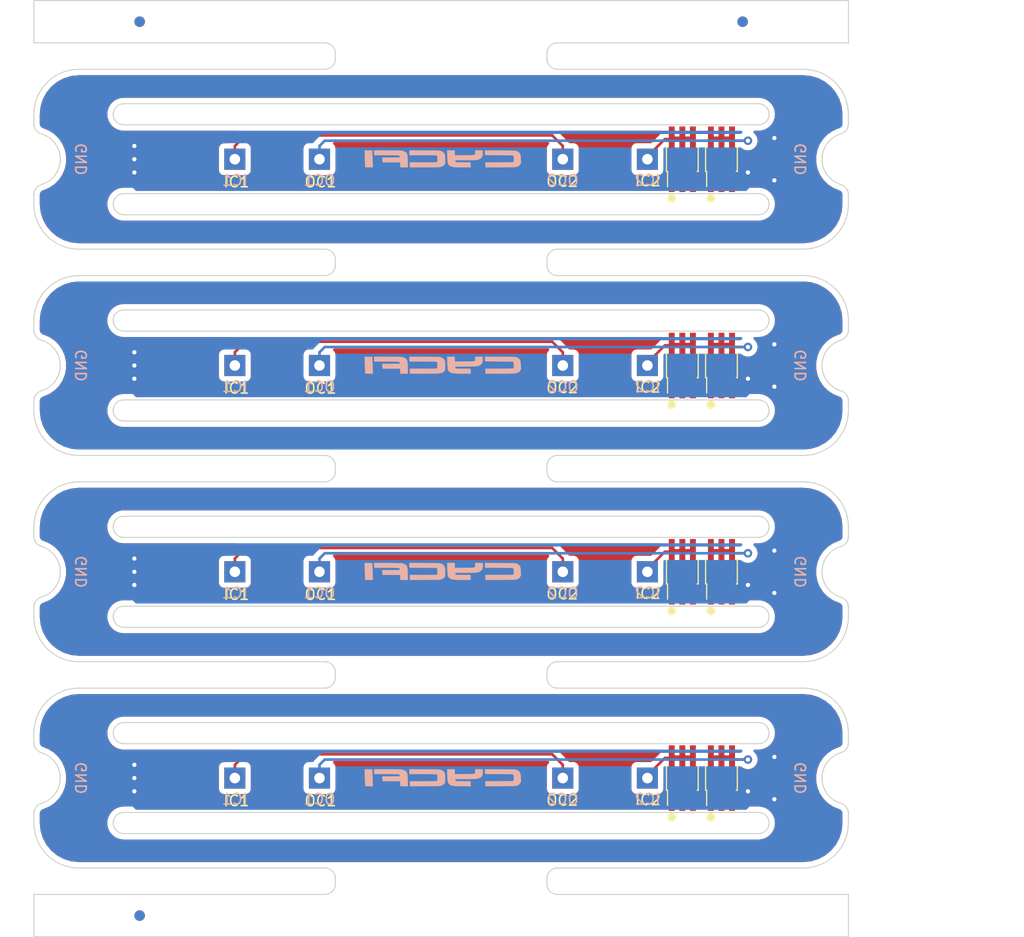
<source format=kicad_pcb>
(kicad_pcb (version 20171130) (host pcbnew 5.1.5+dfsg1-2build2)
  (layers (0 F.Cu signal) (31 B.Cu signal) (34 B.Paste user) (35 F.Paste user) (36 B.SilkS user) (37 F.SilkS user) (38 B.Mask user) (39 F.Mask user) (44 Edge.Cuts user))
  (net 0 "")
  (net 1 Board_1-/ic1)
  (net 2 Board_1-/ic2)
  (net 3 Board_1-/oc1)
  (net 4 Board_1-GND)
  (net 5 Board_2-/ic1)
  (net 6 Board_2-/ic2)
  (net 7 Board_2-/oc1)
  (net 8 Board_2-GND)
  (net 9 Board_3-/ic1)
  (net 10 Board_3-/ic2)
  (net 11 Board_3-/oc1)
  (net 12 Board_3-GND)
  (net 13 Board_4-/ic1)
  (net 14 Board_4-/ic2)
  (net 15 Board_4-/oc1)
  (net 16 Board_4-GND)
  (module NPTH (layer F.Cu) (at 53.999 130.001068)
    (fp_text reference REF** hide)
    (fp_text value NPTH hide)
    (pad "" np_thru_hole circle (at 0 0) (size 1.5 1.5) (drill 1.5) (layers *.Cu))
  )
  (module NPTH (layer F.Cu) (at 123.001001 45.499)
    (fp_text reference REF** hide)
    (fp_text value NPTH hide)
    (pad "" np_thru_hole circle (at 0 0) (size 1.5 1.5) (drill 1.5) (layers *.Cu))
  )
  (module NPTH (layer F.Cu) (at 53.999 45.499)
    (fp_text reference REF** hide)
    (fp_text value NPTH hide)
    (pad "" np_thru_hole circle (at 0 0) (size 1.5 1.5) (drill 1.5) (layers *.Cu))
  )
  (module Fiducial (layer B.Cu) (at 59.999 130.001068)
    (fp_text reference REF** hide)
    (fp_text value Fiducial hide)
    (pad "" smd circle (at 0 0) (size 1 1) (layers B.Cu B.Mask) (clearance 0.5))
  )
  (module Fiducial (layer F.Cu) (at 59.999 130.001068)
    (fp_text reference REF** hide)
    (fp_text value Fiducial hide)
    (pad "" smd circle (at 0 0) (size 1 1) (layers F.Cu F.Mask) (clearance 0.5))
  )
  (module Fiducial (layer B.Cu) (at 117.001001 45.499)
    (fp_text reference REF** hide)
    (fp_text value Fiducial hide)
    (pad "" smd circle (at 0 0) (size 1 1) (layers B.Cu B.Mask) (clearance 0.5))
  )
  (module Fiducial (layer F.Cu) (at 117.001001 45.499)
    (fp_text reference REF** hide)
    (fp_text value Fiducial hide)
    (pad "" smd circle (at 0 0) (size 1 1) (layers F.Cu F.Mask) (clearance 0.5))
  )
  (module Fiducial (layer B.Cu) (at 59.999 45.499)
    (fp_text reference REF** hide)
    (fp_text value Fiducial hide)
    (pad "" smd circle (at 0 0) (size 1 1) (layers B.Cu B.Mask) (clearance 0.5))
  )
  (module Fiducial (layer F.Cu) (at 59.999 45.499)
    (fp_text reference REF** hide)
    (fp_text value Fiducial hide)
    (pad "" smd circle (at 0 0) (size 1 1) (layers F.Cu F.Mask) (clearance 0.5))
  )
  (module cycfi_library:pin_header_2x3p_1.00mm_smd_vertical (layer F.Cu) (at 111.300001 117.000052 90)
    (fp_text reference J2 hide)
    (fp_text value "Conn 2")
    (pad 4 smd rect (at 1.9 1 90) (size 2.4 0.56) (layers F.Cu F.Paste F.Mask) (net 14 Board_4-/ic2))
    (pad 3 smd rect (at -1.9 1 90) (size 2.4 0.56) (layers F.Cu F.Paste F.Mask) (net 16 Board_4-GND))
    (pad 5 smd rect (at 1.9 0 90) (size 2.4 0.56) (layers F.Cu F.Paste F.Mask) (net 14 Board_4-/ic2))
    (pad 2 smd rect (at -1.9 0 90) (size 2.4 0.56) (layers F.Cu F.Paste F.Mask) (net 16 Board_4-GND))
    (pad 6 smd rect (at 1.9 -1 90) (size 2.4 0.56) (layers F.Cu F.Paste F.Mask) (net 14 Board_4-/ic2))
    (pad 1 smd rect (at -1.9 -1 90) (size 2.4 0.56) (layers F.Cu F.Paste F.Mask) (net 16 Board_4-GND))
  )
  (module cycfi_library:pin_header_2x3p_1.00mm_smd_vertical (layer F.Cu) (at 115.000001 117.000052 90)
    (fp_text reference J1 hide)
    (fp_text value "Conn 1")
    (pad 4 smd rect (at 1.9 1 90) (size 2.4 0.56) (layers F.Cu F.Paste F.Mask) (net 15 Board_4-/oc1))
    (pad 3 smd rect (at -1.9 1 90) (size 2.4 0.56) (layers F.Cu F.Paste F.Mask) (net 16 Board_4-GND))
    (pad 5 smd rect (at 1.9 0 90) (size 2.4 0.56) (layers F.Cu F.Paste F.Mask) (net 15 Board_4-/oc1))
    (pad 2 smd rect (at -1.9 0 90) (size 2.4 0.56) (layers F.Cu F.Paste F.Mask) (net 16 Board_4-GND))
    (pad 6 smd rect (at 1.9 -1 90) (size 2.4 0.56) (layers F.Cu F.Paste F.Mask) (net 15 Board_4-/oc1))
    (pad 1 smd rect (at -1.9 -1 90) (size 2.4 0.56) (layers F.Cu F.Paste F.Mask) (net 16 Board_4-GND))
  )
  (module cycfi_library:cycfi-logo-15mm (layer B.Cu) (at 88.750001 117.000052 180)
    (fp_text reference G*** hide)
    (fp_text value LOGO hide)
  )
  (module cycfi_library:single-pad-2x2-th (layer B.Cu) (at 69.000001 117.000052)
    (fp_text reference IC1 (at 0.15 2.15) (layer F.SilkS))
    (fp_text value single_pad_smd)
    (pad 1 thru_hole rect (at 0 0) (size 2 2) (drill 1) (layers *.Cu *.Mask) (net 13 Board_4-/ic1))
  )
  (module cycfi_library:single-pad-2x2-th (layer B.Cu) (at 108.000001 117.000052)
    (fp_text reference IC2 (at 0.05 2.05) (layer F.SilkS))
    (fp_text value single_pad_smd)
    (pad 1 thru_hole rect (at 0 0) (size 2 2) (drill 1) (layers *.Cu *.Mask) (net 14 Board_4-/ic2))
  )
  (module cycfi_library:single-pad-2x2-th (layer B.Cu) (at 77.000001 117.000052)
    (fp_text reference OC1 (at 0.1 2.15) (layer F.SilkS))
    (fp_text value single_pad_smd)
    (pad 1 thru_hole rect (at 0 0) (size 2 2) (drill 1) (layers *.Cu *.Mask) (net 15 Board_4-/oc1))
  )
  (module cycfi_library:single-pad-2x2-th (layer B.Cu) (at 100.000001 117.000052)
    (fp_text reference OC2 (at -0.05 2.1) (layer F.SilkS))
    (fp_text value single_pad_smd)
    (pad 1 thru_hole rect (at 0 0) (size 2 2) (drill 1) (layers *.Cu *.Mask) (net 13 Board_4-/ic1))
  )
  (module cycfi_library:single-pad-3x2 (layer B.Cu) (at 57.000001 117.000052)
    (fp_text reference GND (at -2.5 0 90) (layer B.SilkS) (effects (justify mirror)))
    (fp_text value single_pad_smd)
    (pad 1 smd rect (at 0 0) (size 3 2) (layers B.Cu B.Paste B.Mask) (net 16 Board_4-GND))
  )
  (module cycfi_library:single-pad-3x2 (layer B.Cu) (at 120.000001 117.000052 180)
    (fp_text reference GND (at -2.5 0 90) (layer B.SilkS) (effects (justify mirror)))
    (fp_text value single_pad_smd)
    (pad 1 smd rect (at 0 0 180) (size 3 2) (layers B.Cu B.Paste B.Mask) (net 16 Board_4-GND))
  )
  (module cycfi_library:pin_header_2x3p_1.00mm_smd_vertical (layer F.Cu) (at 111.300001 97.500035 90)
    (fp_text reference J2 hide)
    (fp_text value "Conn 2")
    (pad 4 smd rect (at 1.9 1 90) (size 2.4 0.56) (layers F.Cu F.Paste F.Mask) (net 10 Board_3-/ic2))
    (pad 3 smd rect (at -1.9 1 90) (size 2.4 0.56) (layers F.Cu F.Paste F.Mask) (net 12 Board_3-GND))
    (pad 5 smd rect (at 1.9 0 90) (size 2.4 0.56) (layers F.Cu F.Paste F.Mask) (net 10 Board_3-/ic2))
    (pad 2 smd rect (at -1.9 0 90) (size 2.4 0.56) (layers F.Cu F.Paste F.Mask) (net 12 Board_3-GND))
    (pad 6 smd rect (at 1.9 -1 90) (size 2.4 0.56) (layers F.Cu F.Paste F.Mask) (net 10 Board_3-/ic2))
    (pad 1 smd rect (at -1.9 -1 90) (size 2.4 0.56) (layers F.Cu F.Paste F.Mask) (net 12 Board_3-GND))
  )
  (module cycfi_library:pin_header_2x3p_1.00mm_smd_vertical (layer F.Cu) (at 115.000001 97.500035 90)
    (fp_text reference J1 hide)
    (fp_text value "Conn 1")
    (pad 4 smd rect (at 1.9 1 90) (size 2.4 0.56) (layers F.Cu F.Paste F.Mask) (net 11 Board_3-/oc1))
    (pad 3 smd rect (at -1.9 1 90) (size 2.4 0.56) (layers F.Cu F.Paste F.Mask) (net 12 Board_3-GND))
    (pad 5 smd rect (at 1.9 0 90) (size 2.4 0.56) (layers F.Cu F.Paste F.Mask) (net 11 Board_3-/oc1))
    (pad 2 smd rect (at -1.9 0 90) (size 2.4 0.56) (layers F.Cu F.Paste F.Mask) (net 12 Board_3-GND))
    (pad 6 smd rect (at 1.9 -1 90) (size 2.4 0.56) (layers F.Cu F.Paste F.Mask) (net 11 Board_3-/oc1))
    (pad 1 smd rect (at -1.9 -1 90) (size 2.4 0.56) (layers F.Cu F.Paste F.Mask) (net 12 Board_3-GND))
  )
  (module cycfi_library:cycfi-logo-15mm (layer B.Cu) (at 88.750001 97.500035 180)
    (fp_text reference G*** hide)
    (fp_text value LOGO hide)
  )
  (module cycfi_library:single-pad-2x2-th (layer B.Cu) (at 69.000001 97.500035)
    (fp_text reference IC1 (at 0.15 2.15) (layer F.SilkS))
    (fp_text value single_pad_smd)
    (pad 1 thru_hole rect (at 0 0) (size 2 2) (drill 1) (layers *.Cu *.Mask) (net 9 Board_3-/ic1))
  )
  (module cycfi_library:single-pad-2x2-th (layer B.Cu) (at 108.000001 97.500035)
    (fp_text reference IC2 (at 0.05 2.05) (layer F.SilkS))
    (fp_text value single_pad_smd)
    (pad 1 thru_hole rect (at 0 0) (size 2 2) (drill 1) (layers *.Cu *.Mask) (net 10 Board_3-/ic2))
  )
  (module cycfi_library:single-pad-2x2-th (layer B.Cu) (at 77.000001 97.500035)
    (fp_text reference OC1 (at 0.1 2.15) (layer F.SilkS))
    (fp_text value single_pad_smd)
    (pad 1 thru_hole rect (at 0 0) (size 2 2) (drill 1) (layers *.Cu *.Mask) (net 11 Board_3-/oc1))
  )
  (module cycfi_library:single-pad-2x2-th (layer B.Cu) (at 100.000001 97.500035)
    (fp_text reference OC2 (at -0.05 2.1) (layer F.SilkS))
    (fp_text value single_pad_smd)
    (pad 1 thru_hole rect (at 0 0) (size 2 2) (drill 1) (layers *.Cu *.Mask) (net 9 Board_3-/ic1))
  )
  (module cycfi_library:single-pad-3x2 (layer B.Cu) (at 57.000001 97.500035)
    (fp_text reference GND (at -2.5 0 90) (layer B.SilkS) (effects (justify mirror)))
    (fp_text value single_pad_smd)
    (pad 1 smd rect (at 0 0) (size 3 2) (layers B.Cu B.Paste B.Mask) (net 12 Board_3-GND))
  )
  (module cycfi_library:single-pad-3x2 (layer B.Cu) (at 120.000001 97.500035 180)
    (fp_text reference GND (at -2.5 0 90) (layer B.SilkS) (effects (justify mirror)))
    (fp_text value single_pad_smd)
    (pad 1 smd rect (at 0 0 180) (size 3 2) (layers B.Cu B.Paste B.Mask) (net 12 Board_3-GND))
  )
  (module cycfi_library:pin_header_2x3p_1.00mm_smd_vertical (layer F.Cu) (at 111.300001 78.000018 90)
    (fp_text reference J2 hide)
    (fp_text value "Conn 2")
    (pad 4 smd rect (at 1.9 1 90) (size 2.4 0.56) (layers F.Cu F.Paste F.Mask) (net 6 Board_2-/ic2))
    (pad 3 smd rect (at -1.9 1 90) (size 2.4 0.56) (layers F.Cu F.Paste F.Mask) (net 8 Board_2-GND))
    (pad 5 smd rect (at 1.9 0 90) (size 2.4 0.56) (layers F.Cu F.Paste F.Mask) (net 6 Board_2-/ic2))
    (pad 2 smd rect (at -1.9 0 90) (size 2.4 0.56) (layers F.Cu F.Paste F.Mask) (net 8 Board_2-GND))
    (pad 6 smd rect (at 1.9 -1 90) (size 2.4 0.56) (layers F.Cu F.Paste F.Mask) (net 6 Board_2-/ic2))
    (pad 1 smd rect (at -1.9 -1 90) (size 2.4 0.56) (layers F.Cu F.Paste F.Mask) (net 8 Board_2-GND))
  )
  (module cycfi_library:pin_header_2x3p_1.00mm_smd_vertical (layer F.Cu) (at 115.000001 78.000018 90)
    (fp_text reference J1 hide)
    (fp_text value "Conn 1")
    (pad 4 smd rect (at 1.9 1 90) (size 2.4 0.56) (layers F.Cu F.Paste F.Mask) (net 7 Board_2-/oc1))
    (pad 3 smd rect (at -1.9 1 90) (size 2.4 0.56) (layers F.Cu F.Paste F.Mask) (net 8 Board_2-GND))
    (pad 5 smd rect (at 1.9 0 90) (size 2.4 0.56) (layers F.Cu F.Paste F.Mask) (net 7 Board_2-/oc1))
    (pad 2 smd rect (at -1.9 0 90) (size 2.4 0.56) (layers F.Cu F.Paste F.Mask) (net 8 Board_2-GND))
    (pad 6 smd rect (at 1.9 -1 90) (size 2.4 0.56) (layers F.Cu F.Paste F.Mask) (net 7 Board_2-/oc1))
    (pad 1 smd rect (at -1.9 -1 90) (size 2.4 0.56) (layers F.Cu F.Paste F.Mask) (net 8 Board_2-GND))
  )
  (module cycfi_library:cycfi-logo-15mm (layer B.Cu) (at 88.750001 78.000018 180)
    (fp_text reference G*** hide)
    (fp_text value LOGO hide)
  )
  (module cycfi_library:single-pad-2x2-th (layer B.Cu) (at 69.000001 78.000018)
    (fp_text reference IC1 (at 0.15 2.15) (layer F.SilkS))
    (fp_text value single_pad_smd)
    (pad 1 thru_hole rect (at 0 0) (size 2 2) (drill 1) (layers *.Cu *.Mask) (net 5 Board_2-/ic1))
  )
  (module cycfi_library:single-pad-2x2-th (layer B.Cu) (at 108.000001 78.000018)
    (fp_text reference IC2 (at 0.05 2.05) (layer F.SilkS))
    (fp_text value single_pad_smd)
    (pad 1 thru_hole rect (at 0 0) (size 2 2) (drill 1) (layers *.Cu *.Mask) (net 6 Board_2-/ic2))
  )
  (module cycfi_library:single-pad-2x2-th (layer B.Cu) (at 77.000001 78.000018)
    (fp_text reference OC1 (at 0.1 2.15) (layer F.SilkS))
    (fp_text value single_pad_smd)
    (pad 1 thru_hole rect (at 0 0) (size 2 2) (drill 1) (layers *.Cu *.Mask) (net 7 Board_2-/oc1))
  )
  (module cycfi_library:single-pad-2x2-th (layer B.Cu) (at 100.000001 78.000018)
    (fp_text reference OC2 (at -0.05 2.1) (layer F.SilkS))
    (fp_text value single_pad_smd)
    (pad 1 thru_hole rect (at 0 0) (size 2 2) (drill 1) (layers *.Cu *.Mask) (net 5 Board_2-/ic1))
  )
  (module cycfi_library:single-pad-3x2 (layer B.Cu) (at 57.000001 78.000018)
    (fp_text reference GND (at -2.5 0 90) (layer B.SilkS) (effects (justify mirror)))
    (fp_text value single_pad_smd)
    (pad 1 smd rect (at 0 0) (size 3 2) (layers B.Cu B.Paste B.Mask) (net 8 Board_2-GND))
  )
  (module cycfi_library:single-pad-3x2 (layer B.Cu) (at 120.000001 78.000018 180)
    (fp_text reference GND (at -2.5 0 90) (layer B.SilkS) (effects (justify mirror)))
    (fp_text value single_pad_smd)
    (pad 1 smd rect (at 0 0 180) (size 3 2) (layers B.Cu B.Paste B.Mask) (net 8 Board_2-GND))
  )
  (module cycfi_library:pin_header_2x3p_1.00mm_smd_vertical (layer F.Cu) (at 111.300001 58.500001 90)
    (fp_text reference J2 hide)
    (fp_text value "Conn 2")
    (pad 4 smd rect (at 1.9 1 90) (size 2.4 0.56) (layers F.Cu F.Paste F.Mask) (net 2 Board_1-/ic2))
    (pad 3 smd rect (at -1.9 1 90) (size 2.4 0.56) (layers F.Cu F.Paste F.Mask) (net 4 Board_1-GND))
    (pad 5 smd rect (at 1.9 0 90) (size 2.4 0.56) (layers F.Cu F.Paste F.Mask) (net 2 Board_1-/ic2))
    (pad 2 smd rect (at -1.9 0 90) (size 2.4 0.56) (layers F.Cu F.Paste F.Mask) (net 4 Board_1-GND))
    (pad 6 smd rect (at 1.9 -1 90) (size 2.4 0.56) (layers F.Cu F.Paste F.Mask) (net 2 Board_1-/ic2))
    (pad 1 smd rect (at -1.9 -1 90) (size 2.4 0.56) (layers F.Cu F.Paste F.Mask) (net 4 Board_1-GND))
  )
  (module cycfi_library:pin_header_2x3p_1.00mm_smd_vertical (layer F.Cu) (at 115.000001 58.500001 90)
    (fp_text reference J1 hide)
    (fp_text value "Conn 1")
    (pad 4 smd rect (at 1.9 1 90) (size 2.4 0.56) (layers F.Cu F.Paste F.Mask) (net 3 Board_1-/oc1))
    (pad 3 smd rect (at -1.9 1 90) (size 2.4 0.56) (layers F.Cu F.Paste F.Mask) (net 4 Board_1-GND))
    (pad 5 smd rect (at 1.9 0 90) (size 2.4 0.56) (layers F.Cu F.Paste F.Mask) (net 3 Board_1-/oc1))
    (pad 2 smd rect (at -1.9 0 90) (size 2.4 0.56) (layers F.Cu F.Paste F.Mask) (net 4 Board_1-GND))
    (pad 6 smd rect (at 1.9 -1 90) (size 2.4 0.56) (layers F.Cu F.Paste F.Mask) (net 3 Board_1-/oc1))
    (pad 1 smd rect (at -1.9 -1 90) (size 2.4 0.56) (layers F.Cu F.Paste F.Mask) (net 4 Board_1-GND))
  )
  (module cycfi_library:cycfi-logo-15mm (layer B.Cu) (at 88.750001 58.500001 180)
    (fp_text reference G*** hide)
    (fp_text value LOGO hide)
  )
  (module cycfi_library:single-pad-2x2-th (layer B.Cu) (at 69.000001 58.500001)
    (fp_text reference IC1 (at 0.15 2.15) (layer F.SilkS))
    (fp_text value single_pad_smd)
    (pad 1 thru_hole rect (at 0 0) (size 2 2) (drill 1) (layers *.Cu *.Mask) (net 1 Board_1-/ic1))
  )
  (module cycfi_library:single-pad-2x2-th (layer B.Cu) (at 108.000001 58.500001)
    (fp_text reference IC2 (at 0.05 2.05) (layer F.SilkS))
    (fp_text value single_pad_smd)
    (pad 1 thru_hole rect (at 0 0) (size 2 2) (drill 1) (layers *.Cu *.Mask) (net 2 Board_1-/ic2))
  )
  (module cycfi_library:single-pad-2x2-th (layer B.Cu) (at 77.000001 58.500001)
    (fp_text reference OC1 (at 0.1 2.15) (layer F.SilkS))
    (fp_text value single_pad_smd)
    (pad 1 thru_hole rect (at 0 0) (size 2 2) (drill 1) (layers *.Cu *.Mask) (net 3 Board_1-/oc1))
  )
  (module cycfi_library:single-pad-2x2-th (layer B.Cu) (at 100.000001 58.500001)
    (fp_text reference OC2 (at -0.05 2.1) (layer F.SilkS))
    (fp_text value single_pad_smd)
    (pad 1 thru_hole rect (at 0 0) (size 2 2) (drill 1) (layers *.Cu *.Mask) (net 1 Board_1-/ic1))
  )
  (module cycfi_library:single-pad-3x2 (layer B.Cu) (at 57.000001 58.500001)
    (fp_text reference GND (at -2.5 0 90) (layer B.SilkS) (effects (justify mirror)))
    (fp_text value single_pad_smd)
    (pad 1 smd rect (at 0 0) (size 3 2) (layers B.Cu B.Paste B.Mask) (net 4 Board_1-GND))
  )
  (module cycfi_library:single-pad-3x2 (layer B.Cu) (at 120.000001 58.500001 180)
    (fp_text reference GND (at -2.5 0 90) (layer B.SilkS) (effects (justify mirror)))
    (fp_text value single_pad_smd)
    (pad 1 smd rect (at 0 0 180) (size 3 2) (layers B.Cu B.Paste B.Mask) (net 4 Board_1-GND))
  )
  (gr_line (start 118.7499 102.7159) (end 118.6511 102.7362) (layer Edge.Cuts) (width 0.1))
  (gr_line (start 118.8464 102.6857) (end 118.7499 102.7159) (layer Edge.Cuts) (width 0.1))
  (gr_line (start 118.9393 102.6459) (end 118.8464 102.6857) (layer Edge.Cuts) (width 0.1))
  (gr_line (start 119.0276 102.5968) (end 118.9393 102.6459) (layer Edge.Cuts) (width 0.1))
  (gr_line (start 119.1108 102.5389) (end 119.0276 102.5968) (layer Edge.Cuts) (width 0.1))
  (gr_line (start 119.1875 102.4731) (end 119.1108 102.5389) (layer Edge.Cuts) (width 0.1))
  (gr_line (start 119.2571 102.3998) (end 119.1875 102.4731) (layer Edge.Cuts) (width 0.1))
  (gr_line (start 119.319 102.3199) (end 119.2571 102.3998) (layer Edge.Cuts) (width 0.1))
  (gr_line (start 119.3724 102.2341) (end 119.319 102.3199) (layer Edge.Cuts) (width 0.1))
  (gr_line (start 119.4169 102.1434) (end 119.3724 102.2341) (layer Edge.Cuts) (width 0.1))
  (gr_line (start 119.452 102.0486) (end 119.4169 102.1434) (layer Edge.Cuts) (width 0.1))
  (gr_line (start 119.4773 101.9507) (end 119.452 102.0486) (layer Edge.Cuts) (width 0.1))
  (gr_line (start 119.4926 101.8508) (end 119.4773 101.9507) (layer Edge.Cuts) (width 0.1))
  (gr_line (start 119.4977 101.7499) (end 119.4926 101.8508) (layer Edge.Cuts) (width 0.1))
  (gr_line (start 119.4926 101.6492) (end 119.4977 101.7499) (layer Edge.Cuts) (width 0.1))
  (gr_line (start 119.4773 101.5493) (end 119.4926 101.6492) (layer Edge.Cuts) (width 0.1))
  (gr_line (start 119.452 101.4515) (end 119.4773 101.5493) (layer Edge.Cuts) (width 0.1))
  (gr_line (start 119.4169 101.3567) (end 119.452 101.4515) (layer Edge.Cuts) (width 0.1))
  (gr_line (start 119.3724 101.266) (end 119.4169 101.3567) (layer Edge.Cuts) (width 0.1))
  (gr_line (start 119.319 101.1802) (end 119.3724 101.266) (layer Edge.Cuts) (width 0.1))
  (gr_line (start 119.2571 101.1003) (end 119.319 101.1802) (layer Edge.Cuts) (width 0.1))
  (gr_line (start 119.1873 101.0268) (end 119.2571 101.1003) (layer Edge.Cuts) (width 0.1))
  (gr_line (start 119.1106 100.961) (end 119.1873 101.0268) (layer Edge.Cuts) (width 0.1))
  (gr_line (start 119.0276 100.9033) (end 119.1106 100.961) (layer Edge.Cuts) (width 0.1))
  (gr_line (start 118.9393 100.8542) (end 119.0276 100.9033) (layer Edge.Cuts) (width 0.1))
  (gr_line (start 118.8466 100.8145) (end 118.9393 100.8542) (layer Edge.Cuts) (width 0.1))
  (gr_line (start 118.7502 100.7842) (end 118.8466 100.8145) (layer Edge.Cuts) (width 0.1))
  (gr_line (start 118.6512 100.7638) (end 118.7502 100.7842) (layer Edge.Cuts) (width 0.1))
  (gr_line (start 118.5507 100.7536) (end 118.6512 100.7638) (layer Edge.Cuts) (width 0.1))
  (gr_line (start 118.4748 100.751) (end 118.5507 100.7536) (layer Edge.Cuts) (width 0.1))
  (gr_line (start 58.5254 100.751) (end 118.4748 100.751) (layer Edge.Cuts) (width 0.1))
  (gr_line (start 58.4492 100.7536) (end 58.5254 100.751) (layer Edge.Cuts) (width 0.1))
  (gr_line (start 58.3488 100.7638) (end 58.4492 100.7536) (layer Edge.Cuts) (width 0.1))
  (gr_line (start 58.2498 100.7842) (end 58.3488 100.7638) (layer Edge.Cuts) (width 0.1))
  (gr_line (start 58.1534 100.8145) (end 58.2498 100.7842) (layer Edge.Cuts) (width 0.1))
  (gr_line (start 58.0605 100.8543) (end 58.1534 100.8145) (layer Edge.Cuts) (width 0.1))
  (gr_line (start 57.9721 100.9034) (end 58.0605 100.8543) (layer Edge.Cuts) (width 0.1))
  (gr_line (start 57.8892 100.9611) (end 57.9721 100.9034) (layer Edge.Cuts) (width 0.1))
  (gr_line (start 57.8125 101.027) (end 57.8892 100.9611) (layer Edge.Cuts) (width 0.1))
  (gr_line (start 57.7429 101.1003) (end 57.8125 101.027) (layer Edge.Cuts) (width 0.1))
  (gr_line (start 57.681 101.1802) (end 57.7429 101.1003) (layer Edge.Cuts) (width 0.1))
  (gr_line (start 57.6276 101.266) (end 57.681 101.1802) (layer Edge.Cuts) (width 0.1))
  (gr_line (start 57.5831 101.3567) (end 57.6276 101.266) (layer Edge.Cuts) (width 0.1))
  (gr_line (start 57.5481 101.4512) (end 57.5831 101.3567) (layer Edge.Cuts) (width 0.1))
  (gr_line (start 57.5227 101.5491) (end 57.5481 101.4512) (layer Edge.Cuts) (width 0.1))
  (gr_line (start 57.5074 101.649) (end 57.5227 101.5491) (layer Edge.Cuts) (width 0.1))
  (gr_line (start 57.5023 101.7499) (end 57.5074 101.649) (layer Edge.Cuts) (width 0.1))
  (gr_line (start 57.5074 101.8508) (end 57.5023 101.7499) (layer Edge.Cuts) (width 0.1))
  (gr_line (start 57.5227 101.9507) (end 57.5074 101.8508) (layer Edge.Cuts) (width 0.1))
  (gr_line (start 57.548 102.0486) (end 57.5227 101.9507) (layer Edge.Cuts) (width 0.1))
  (gr_line (start 57.5831 102.1434) (end 57.548 102.0486) (layer Edge.Cuts) (width 0.1))
  (gr_line (start 57.6276 102.2341) (end 57.5831 102.1434) (layer Edge.Cuts) (width 0.1))
  (gr_line (start 57.681 102.3199) (end 57.6276 102.2341) (layer Edge.Cuts) (width 0.1))
  (gr_line (start 57.7429 102.3998) (end 57.681 102.3199) (layer Edge.Cuts) (width 0.1))
  (gr_line (start 57.8125 102.4731) (end 57.7429 102.3998) (layer Edge.Cuts) (width 0.1))
  (gr_line (start 57.8892 102.5389) (end 57.8125 102.4731) (layer Edge.Cuts) (width 0.1))
  (gr_line (start 57.9721 102.5967) (end 57.8892 102.5389) (layer Edge.Cuts) (width 0.1))
  (gr_line (start 58.0605 102.6457) (end 57.9721 102.5967) (layer Edge.Cuts) (width 0.1))
  (gr_line (start 58.1534 102.6856) (end 58.0605 102.6457) (layer Edge.Cuts) (width 0.1))
  (gr_line (start 58.2498 102.7159) (end 58.1534 102.6856) (layer Edge.Cuts) (width 0.1))
  (gr_line (start 58.3488 102.7362) (end 58.2498 102.7159) (layer Edge.Cuts) (width 0.1))
  (gr_line (start 58.4493 102.7465) (end 58.3488 102.7362) (layer Edge.Cuts) (width 0.1))
  (gr_line (start 58.5252 102.749) (end 58.4493 102.7465) (layer Edge.Cuts) (width 0.1))
  (gr_line (start 118.4749 102.749) (end 58.5252 102.749) (layer Edge.Cuts) (width 0.1))
  (gr_line (start 118.5505 102.7465) (end 118.4749 102.749) (layer Edge.Cuts) (width 0.1))
  (gr_line (start 118.6511 102.7362) (end 118.5505 102.7465) (layer Edge.Cuts) (width 0.1))
  (gr_line (start 118.7499 94.2159) (end 118.6511 94.2362) (layer Edge.Cuts) (width 0.1))
  (gr_line (start 118.8464 94.1857) (end 118.7499 94.2159) (layer Edge.Cuts) (width 0.1))
  (gr_line (start 118.9393 94.1459) (end 118.8464 94.1857) (layer Edge.Cuts) (width 0.1))
  (gr_line (start 119.0276 94.0968) (end 118.9393 94.1459) (layer Edge.Cuts) (width 0.1))
  (gr_line (start 119.1108 94.0389) (end 119.0276 94.0968) (layer Edge.Cuts) (width 0.1))
  (gr_line (start 119.1875 93.9731) (end 119.1108 94.0389) (layer Edge.Cuts) (width 0.1))
  (gr_line (start 119.2571 93.8998) (end 119.1875 93.9731) (layer Edge.Cuts) (width 0.1))
  (gr_line (start 119.319 93.8199) (end 119.2571 93.8998) (layer Edge.Cuts) (width 0.1))
  (gr_line (start 119.3724 93.7341) (end 119.319 93.8199) (layer Edge.Cuts) (width 0.1))
  (gr_line (start 119.4169 93.6434) (end 119.3724 93.7341) (layer Edge.Cuts) (width 0.1))
  (gr_line (start 119.452 93.5486) (end 119.4169 93.6434) (layer Edge.Cuts) (width 0.1))
  (gr_line (start 119.4773 93.4507) (end 119.452 93.5486) (layer Edge.Cuts) (width 0.1))
  (gr_line (start 119.4926 93.3508) (end 119.4773 93.4507) (layer Edge.Cuts) (width 0.1))
  (gr_line (start 119.4977 93.2499) (end 119.4926 93.3508) (layer Edge.Cuts) (width 0.1))
  (gr_line (start 119.4926 93.1492) (end 119.4977 93.2499) (layer Edge.Cuts) (width 0.1))
  (gr_line (start 119.4773 93.0493) (end 119.4926 93.1492) (layer Edge.Cuts) (width 0.1))
  (gr_line (start 119.452 92.9515) (end 119.4773 93.0493) (layer Edge.Cuts) (width 0.1))
  (gr_line (start 119.4169 92.8567) (end 119.452 92.9515) (layer Edge.Cuts) (width 0.1))
  (gr_line (start 119.3724 92.766) (end 119.4169 92.8567) (layer Edge.Cuts) (width 0.1))
  (gr_line (start 119.319 92.6802) (end 119.3724 92.766) (layer Edge.Cuts) (width 0.1))
  (gr_line (start 119.2571 92.6003) (end 119.319 92.6802) (layer Edge.Cuts) (width 0.1))
  (gr_line (start 119.1873 92.5268) (end 119.2571 92.6003) (layer Edge.Cuts) (width 0.1))
  (gr_line (start 119.1106 92.461) (end 119.1873 92.5268) (layer Edge.Cuts) (width 0.1))
  (gr_line (start 119.0276 92.4033) (end 119.1106 92.461) (layer Edge.Cuts) (width 0.1))
  (gr_line (start 118.9393 92.3542) (end 119.0276 92.4033) (layer Edge.Cuts) (width 0.1))
  (gr_line (start 118.8466 92.3145) (end 118.9393 92.3542) (layer Edge.Cuts) (width 0.1))
  (gr_line (start 118.7502 92.2842) (end 118.8466 92.3145) (layer Edge.Cuts) (width 0.1))
  (gr_line (start 118.6512 92.2638) (end 118.7502 92.2842) (layer Edge.Cuts) (width 0.1))
  (gr_line (start 118.5507 92.2536) (end 118.6512 92.2638) (layer Edge.Cuts) (width 0.1))
  (gr_line (start 118.4748 92.251) (end 118.5507 92.2536) (layer Edge.Cuts) (width 0.1))
  (gr_line (start 58.5254 92.251) (end 118.4748 92.251) (layer Edge.Cuts) (width 0.1))
  (gr_line (start 58.4492 92.2536) (end 58.5254 92.251) (layer Edge.Cuts) (width 0.1))
  (gr_line (start 58.3488 92.2638) (end 58.4492 92.2536) (layer Edge.Cuts) (width 0.1))
  (gr_line (start 58.2498 92.2842) (end 58.3488 92.2638) (layer Edge.Cuts) (width 0.1))
  (gr_line (start 58.1534 92.3145) (end 58.2498 92.2842) (layer Edge.Cuts) (width 0.1))
  (gr_line (start 58.0605 92.3543) (end 58.1534 92.3145) (layer Edge.Cuts) (width 0.1))
  (gr_line (start 57.9721 92.4034) (end 58.0605 92.3543) (layer Edge.Cuts) (width 0.1))
  (gr_line (start 57.8892 92.4611) (end 57.9721 92.4034) (layer Edge.Cuts) (width 0.1))
  (gr_line (start 57.8125 92.527) (end 57.8892 92.4611) (layer Edge.Cuts) (width 0.1))
  (gr_line (start 57.7429 92.6003) (end 57.8125 92.527) (layer Edge.Cuts) (width 0.1))
  (gr_line (start 57.681 92.6802) (end 57.7429 92.6003) (layer Edge.Cuts) (width 0.1))
  (gr_line (start 57.6276 92.766) (end 57.681 92.6802) (layer Edge.Cuts) (width 0.1))
  (gr_line (start 57.5831 92.8567) (end 57.6276 92.766) (layer Edge.Cuts) (width 0.1))
  (gr_line (start 57.5481 92.9512) (end 57.5831 92.8567) (layer Edge.Cuts) (width 0.1))
  (gr_line (start 57.5227 93.0491) (end 57.5481 92.9512) (layer Edge.Cuts) (width 0.1))
  (gr_line (start 57.5074 93.149) (end 57.5227 93.0491) (layer Edge.Cuts) (width 0.1))
  (gr_line (start 57.5023 93.2499) (end 57.5074 93.149) (layer Edge.Cuts) (width 0.1))
  (gr_line (start 57.5074 93.3508) (end 57.5023 93.2499) (layer Edge.Cuts) (width 0.1))
  (gr_line (start 57.5227 93.4507) (end 57.5074 93.3508) (layer Edge.Cuts) (width 0.1))
  (gr_line (start 57.548 93.5486) (end 57.5227 93.4507) (layer Edge.Cuts) (width 0.1))
  (gr_line (start 57.5831 93.6434) (end 57.548 93.5486) (layer Edge.Cuts) (width 0.1))
  (gr_line (start 57.6276 93.7341) (end 57.5831 93.6434) (layer Edge.Cuts) (width 0.1))
  (gr_line (start 57.681 93.8199) (end 57.6276 93.7341) (layer Edge.Cuts) (width 0.1))
  (gr_line (start 57.7429 93.8998) (end 57.681 93.8199) (layer Edge.Cuts) (width 0.1))
  (gr_line (start 57.8125 93.9731) (end 57.7429 93.8998) (layer Edge.Cuts) (width 0.1))
  (gr_line (start 57.8892 94.0389) (end 57.8125 93.9731) (layer Edge.Cuts) (width 0.1))
  (gr_line (start 57.9721 94.0967) (end 57.8892 94.0389) (layer Edge.Cuts) (width 0.1))
  (gr_line (start 58.0605 94.1457) (end 57.9721 94.0967) (layer Edge.Cuts) (width 0.1))
  (gr_line (start 58.1534 94.1856) (end 58.0605 94.1457) (layer Edge.Cuts) (width 0.1))
  (gr_line (start 58.2498 94.2159) (end 58.1534 94.1856) (layer Edge.Cuts) (width 0.1))
  (gr_line (start 58.3488 94.2362) (end 58.2498 94.2159) (layer Edge.Cuts) (width 0.1))
  (gr_line (start 58.4493 94.2465) (end 58.3488 94.2362) (layer Edge.Cuts) (width 0.1))
  (gr_line (start 58.5252 94.249) (end 58.4493 94.2465) (layer Edge.Cuts) (width 0.1))
  (gr_line (start 118.4749 94.249) (end 58.5252 94.249) (layer Edge.Cuts) (width 0.1))
  (gr_line (start 118.5505 94.2465) (end 118.4749 94.249) (layer Edge.Cuts) (width 0.1))
  (gr_line (start 118.6511 94.2362) (end 118.5505 94.2465) (layer Edge.Cuts) (width 0.1))
  (gr_line (start 118.7499 83.2159) (end 118.651 83.2362) (layer Edge.Cuts) (width 0.1))
  (gr_line (start 118.8464 83.1857) (end 118.7499 83.2159) (layer Edge.Cuts) (width 0.1))
  (gr_line (start 118.9393 83.1458) (end 118.8464 83.1857) (layer Edge.Cuts) (width 0.1))
  (gr_line (start 119.0276 83.0968) (end 118.9393 83.1458) (layer Edge.Cuts) (width 0.1))
  (gr_line (start 119.1108 83.0389) (end 119.0276 83.0968) (layer Edge.Cuts) (width 0.1))
  (gr_line (start 119.1875 82.9731) (end 119.1108 83.0389) (layer Edge.Cuts) (width 0.1))
  (gr_line (start 119.2571 82.8998) (end 119.1875 82.9731) (layer Edge.Cuts) (width 0.1))
  (gr_line (start 119.319 82.8199) (end 119.2571 82.8998) (layer Edge.Cuts) (width 0.1))
  (gr_line (start 119.3724 82.7341) (end 119.319 82.8199) (layer Edge.Cuts) (width 0.1))
  (gr_line (start 119.4169 82.6433) (end 119.3724 82.7341) (layer Edge.Cuts) (width 0.1))
  (gr_line (start 119.452 82.5486) (end 119.4169 82.6433) (layer Edge.Cuts) (width 0.1))
  (gr_line (start 119.4773 82.4507) (end 119.452 82.5486) (layer Edge.Cuts) (width 0.1))
  (gr_line (start 119.4926 82.3508) (end 119.4773 82.4507) (layer Edge.Cuts) (width 0.1))
  (gr_line (start 119.4977 82.2499) (end 119.4926 82.3508) (layer Edge.Cuts) (width 0.1))
  (gr_line (start 119.4926 82.1492) (end 119.4977 82.2499) (layer Edge.Cuts) (width 0.1))
  (gr_line (start 119.4773 82.0493) (end 119.4926 82.1492) (layer Edge.Cuts) (width 0.1))
  (gr_line (start 119.452 81.9515) (end 119.4773 82.0493) (layer Edge.Cuts) (width 0.1))
  (gr_line (start 119.4169 81.8567) (end 119.452 81.9515) (layer Edge.Cuts) (width 0.1))
  (gr_line (start 119.3724 81.7659) (end 119.4169 81.8567) (layer Edge.Cuts) (width 0.1))
  (gr_line (start 119.319 81.6802) (end 119.3724 81.7659) (layer Edge.Cuts) (width 0.1))
  (gr_line (start 119.2571 81.6002) (end 119.319 81.6802) (layer Edge.Cuts) (width 0.1))
  (gr_line (start 119.1873 81.5268) (end 119.2571 81.6002) (layer Edge.Cuts) (width 0.1))
  (gr_line (start 119.1106 81.461) (end 119.1873 81.5268) (layer Edge.Cuts) (width 0.1))
  (gr_line (start 119.0276 81.4032) (end 119.1106 81.461) (layer Edge.Cuts) (width 0.1))
  (gr_line (start 118.9393 81.3542) (end 119.0276 81.4032) (layer Edge.Cuts) (width 0.1))
  (gr_line (start 118.8466 81.3145) (end 118.9393 81.3542) (layer Edge.Cuts) (width 0.1))
  (gr_line (start 118.7502 81.2842) (end 118.8466 81.3145) (layer Edge.Cuts) (width 0.1))
  (gr_line (start 118.6512 81.2638) (end 118.7502 81.2842) (layer Edge.Cuts) (width 0.1))
  (gr_line (start 118.5507 81.2536) (end 118.6512 81.2638) (layer Edge.Cuts) (width 0.1))
  (gr_line (start 118.4748 81.251) (end 118.5507 81.2536) (layer Edge.Cuts) (width 0.1))
  (gr_line (start 58.5253 81.251) (end 118.4748 81.251) (layer Edge.Cuts) (width 0.1))
  (gr_line (start 58.4492 81.2536) (end 58.5253 81.251) (layer Edge.Cuts) (width 0.1))
  (gr_line (start 58.3488 81.2638) (end 58.4492 81.2536) (layer Edge.Cuts) (width 0.1))
  (gr_line (start 58.2498 81.2842) (end 58.3488 81.2638) (layer Edge.Cuts) (width 0.1))
  (gr_line (start 58.1534 81.3145) (end 58.2498 81.2842) (layer Edge.Cuts) (width 0.1))
  (gr_line (start 58.0605 81.3543) (end 58.1534 81.3145) (layer Edge.Cuts) (width 0.1))
  (gr_line (start 57.9721 81.4034) (end 58.0605 81.3543) (layer Edge.Cuts) (width 0.1))
  (gr_line (start 57.8892 81.4611) (end 57.9721 81.4034) (layer Edge.Cuts) (width 0.1))
  (gr_line (start 57.8125 81.527) (end 57.8892 81.4611) (layer Edge.Cuts) (width 0.1))
  (gr_line (start 57.7429 81.6002) (end 57.8125 81.527) (layer Edge.Cuts) (width 0.1))
  (gr_line (start 57.681 81.6802) (end 57.7429 81.6002) (layer Edge.Cuts) (width 0.1))
  (gr_line (start 57.6276 81.7659) (end 57.681 81.6802) (layer Edge.Cuts) (width 0.1))
  (gr_line (start 57.5831 81.8567) (end 57.6276 81.7659) (layer Edge.Cuts) (width 0.1))
  (gr_line (start 57.5481 81.9512) (end 57.5831 81.8567) (layer Edge.Cuts) (width 0.1))
  (gr_line (start 57.5227 82.049) (end 57.5481 81.9512) (layer Edge.Cuts) (width 0.1))
  (gr_line (start 57.5074 82.1489) (end 57.5227 82.049) (layer Edge.Cuts) (width 0.1))
  (gr_line (start 57.5023 82.2499) (end 57.5074 82.1489) (layer Edge.Cuts) (width 0.1))
  (gr_line (start 57.5074 82.3508) (end 57.5023 82.2499) (layer Edge.Cuts) (width 0.1))
  (gr_line (start 57.5227 82.4507) (end 57.5074 82.3508) (layer Edge.Cuts) (width 0.1))
  (gr_line (start 57.548 82.5486) (end 57.5227 82.4507) (layer Edge.Cuts) (width 0.1))
  (gr_line (start 57.5831 82.6433) (end 57.548 82.5486) (layer Edge.Cuts) (width 0.1))
  (gr_line (start 57.6276 82.7341) (end 57.5831 82.6433) (layer Edge.Cuts) (width 0.1))
  (gr_line (start 57.681 82.8199) (end 57.6276 82.7341) (layer Edge.Cuts) (width 0.1))
  (gr_line (start 57.7429 82.8998) (end 57.681 82.8199) (layer Edge.Cuts) (width 0.1))
  (gr_line (start 57.8125 82.9731) (end 57.7429 82.8998) (layer Edge.Cuts) (width 0.1))
  (gr_line (start 57.8892 83.0389) (end 57.8125 82.9731) (layer Edge.Cuts) (width 0.1))
  (gr_line (start 57.9721 83.0967) (end 57.8892 83.0389) (layer Edge.Cuts) (width 0.1))
  (gr_line (start 58.0605 83.1457) (end 57.9721 83.0967) (layer Edge.Cuts) (width 0.1))
  (gr_line (start 58.1534 83.1856) (end 58.0605 83.1457) (layer Edge.Cuts) (width 0.1))
  (gr_line (start 58.2498 83.2158) (end 58.1534 83.1856) (layer Edge.Cuts) (width 0.1))
  (gr_line (start 58.3488 83.2362) (end 58.2498 83.2158) (layer Edge.Cuts) (width 0.1))
  (gr_line (start 58.4493 83.2464) (end 58.3488 83.2362) (layer Edge.Cuts) (width 0.1))
  (gr_line (start 58.5252 83.249) (end 58.4493 83.2464) (layer Edge.Cuts) (width 0.1))
  (gr_line (start 118.4748 83.249) (end 58.5252 83.249) (layer Edge.Cuts) (width 0.1))
  (gr_line (start 118.5506 83.2464) (end 118.4748 83.249) (layer Edge.Cuts) (width 0.1))
  (gr_line (start 118.651 83.2362) (end 118.5506 83.2464) (layer Edge.Cuts) (width 0.1))
  (gr_line (start 118.7499 74.7159) (end 118.651 74.7362) (layer Edge.Cuts) (width 0.1))
  (gr_line (start 118.8464 74.6857) (end 118.7499 74.7159) (layer Edge.Cuts) (width 0.1))
  (gr_line (start 118.9393 74.6458) (end 118.8464 74.6857) (layer Edge.Cuts) (width 0.1))
  (gr_line (start 119.0276 74.5968) (end 118.9393 74.6458) (layer Edge.Cuts) (width 0.1))
  (gr_line (start 119.1108 74.5389) (end 119.0276 74.5968) (layer Edge.Cuts) (width 0.1))
  (gr_line (start 119.1875 74.4731) (end 119.1108 74.5389) (layer Edge.Cuts) (width 0.1))
  (gr_line (start 119.2571 74.3998) (end 119.1875 74.4731) (layer Edge.Cuts) (width 0.1))
  (gr_line (start 119.319 74.3199) (end 119.2571 74.3998) (layer Edge.Cuts) (width 0.1))
  (gr_line (start 119.3724 74.2341) (end 119.319 74.3199) (layer Edge.Cuts) (width 0.1))
  (gr_line (start 119.4169 74.1433) (end 119.3724 74.2341) (layer Edge.Cuts) (width 0.1))
  (gr_line (start 119.452 74.0486) (end 119.4169 74.1433) (layer Edge.Cuts) (width 0.1))
  (gr_line (start 119.4773 73.9507) (end 119.452 74.0486) (layer Edge.Cuts) (width 0.1))
  (gr_line (start 119.4926 73.8508) (end 119.4773 73.9507) (layer Edge.Cuts) (width 0.1))
  (gr_line (start 119.4977 73.7499) (end 119.4926 73.8508) (layer Edge.Cuts) (width 0.1))
  (gr_line (start 119.4926 73.6492) (end 119.4977 73.7499) (layer Edge.Cuts) (width 0.1))
  (gr_line (start 119.4773 73.5493) (end 119.4926 73.6492) (layer Edge.Cuts) (width 0.1))
  (gr_line (start 119.452 73.4515) (end 119.4773 73.5493) (layer Edge.Cuts) (width 0.1))
  (gr_line (start 119.4169 73.3567) (end 119.452 73.4515) (layer Edge.Cuts) (width 0.1))
  (gr_line (start 119.3724 73.2659) (end 119.4169 73.3567) (layer Edge.Cuts) (width 0.1))
  (gr_line (start 119.319 73.1802) (end 119.3724 73.2659) (layer Edge.Cuts) (width 0.1))
  (gr_line (start 119.2571 73.1002) (end 119.319 73.1802) (layer Edge.Cuts) (width 0.1))
  (gr_line (start 119.1873 73.0268) (end 119.2571 73.1002) (layer Edge.Cuts) (width 0.1))
  (gr_line (start 119.1106 72.961) (end 119.1873 73.0268) (layer Edge.Cuts) (width 0.1))
  (gr_line (start 119.0276 72.9032) (end 119.1106 72.961) (layer Edge.Cuts) (width 0.1))
  (gr_line (start 118.9393 72.8542) (end 119.0276 72.9032) (layer Edge.Cuts) (width 0.1))
  (gr_line (start 118.8466 72.8145) (end 118.9393 72.8542) (layer Edge.Cuts) (width 0.1))
  (gr_line (start 118.7502 72.7842) (end 118.8466 72.8145) (layer Edge.Cuts) (width 0.1))
  (gr_line (start 118.6512 72.7638) (end 118.7502 72.7842) (layer Edge.Cuts) (width 0.1))
  (gr_line (start 118.5507 72.7536) (end 118.6512 72.7638) (layer Edge.Cuts) (width 0.1))
  (gr_line (start 118.4748 72.751) (end 118.5507 72.7536) (layer Edge.Cuts) (width 0.1))
  (gr_line (start 58.5253 72.751) (end 118.4748 72.751) (layer Edge.Cuts) (width 0.1))
  (gr_line (start 58.4492 72.7536) (end 58.5253 72.751) (layer Edge.Cuts) (width 0.1))
  (gr_line (start 58.3488 72.7638) (end 58.4492 72.7536) (layer Edge.Cuts) (width 0.1))
  (gr_line (start 58.2498 72.7842) (end 58.3488 72.7638) (layer Edge.Cuts) (width 0.1))
  (gr_line (start 58.1534 72.8145) (end 58.2498 72.7842) (layer Edge.Cuts) (width 0.1))
  (gr_line (start 58.0605 72.8543) (end 58.1534 72.8145) (layer Edge.Cuts) (width 0.1))
  (gr_line (start 57.9721 72.9034) (end 58.0605 72.8543) (layer Edge.Cuts) (width 0.1))
  (gr_line (start 57.8892 72.9611) (end 57.9721 72.9034) (layer Edge.Cuts) (width 0.1))
  (gr_line (start 57.8125 73.027) (end 57.8892 72.9611) (layer Edge.Cuts) (width 0.1))
  (gr_line (start 57.7429 73.1002) (end 57.8125 73.027) (layer Edge.Cuts) (width 0.1))
  (gr_line (start 57.681 73.1802) (end 57.7429 73.1002) (layer Edge.Cuts) (width 0.1))
  (gr_line (start 57.6276 73.2659) (end 57.681 73.1802) (layer Edge.Cuts) (width 0.1))
  (gr_line (start 57.5831 73.3567) (end 57.6276 73.2659) (layer Edge.Cuts) (width 0.1))
  (gr_line (start 57.5481 73.4512) (end 57.5831 73.3567) (layer Edge.Cuts) (width 0.1))
  (gr_line (start 57.5227 73.549) (end 57.5481 73.4512) (layer Edge.Cuts) (width 0.1))
  (gr_line (start 57.5074 73.6489) (end 57.5227 73.549) (layer Edge.Cuts) (width 0.1))
  (gr_line (start 57.5023 73.7499) (end 57.5074 73.6489) (layer Edge.Cuts) (width 0.1))
  (gr_line (start 57.5074 73.8508) (end 57.5023 73.7499) (layer Edge.Cuts) (width 0.1))
  (gr_line (start 57.5227 73.9507) (end 57.5074 73.8508) (layer Edge.Cuts) (width 0.1))
  (gr_line (start 57.548 74.0486) (end 57.5227 73.9507) (layer Edge.Cuts) (width 0.1))
  (gr_line (start 57.5831 74.1433) (end 57.548 74.0486) (layer Edge.Cuts) (width 0.1))
  (gr_line (start 57.6276 74.2341) (end 57.5831 74.1433) (layer Edge.Cuts) (width 0.1))
  (gr_line (start 57.681 74.3199) (end 57.6276 74.2341) (layer Edge.Cuts) (width 0.1))
  (gr_line (start 57.7429 74.3998) (end 57.681 74.3199) (layer Edge.Cuts) (width 0.1))
  (gr_line (start 57.8125 74.4731) (end 57.7429 74.3998) (layer Edge.Cuts) (width 0.1))
  (gr_line (start 57.8892 74.5389) (end 57.8125 74.4731) (layer Edge.Cuts) (width 0.1))
  (gr_line (start 57.9721 74.5967) (end 57.8892 74.5389) (layer Edge.Cuts) (width 0.1))
  (gr_line (start 58.0605 74.6457) (end 57.9721 74.5967) (layer Edge.Cuts) (width 0.1))
  (gr_line (start 58.1534 74.6856) (end 58.0605 74.6457) (layer Edge.Cuts) (width 0.1))
  (gr_line (start 58.2498 74.7158) (end 58.1534 74.6856) (layer Edge.Cuts) (width 0.1))
  (gr_line (start 58.3488 74.7362) (end 58.2498 74.7158) (layer Edge.Cuts) (width 0.1))
  (gr_line (start 58.4493 74.7464) (end 58.3488 74.7362) (layer Edge.Cuts) (width 0.1))
  (gr_line (start 58.5252 74.749) (end 58.4493 74.7464) (layer Edge.Cuts) (width 0.1))
  (gr_line (start 118.4748 74.749) (end 58.5252 74.749) (layer Edge.Cuts) (width 0.1))
  (gr_line (start 118.5506 74.7464) (end 118.4748 74.749) (layer Edge.Cuts) (width 0.1))
  (gr_line (start 118.651 74.7362) (end 118.5506 74.7464) (layer Edge.Cuts) (width 0.1))
  (gr_line (start 118.7499 63.7159) (end 118.651 63.7362) (layer Edge.Cuts) (width 0.1))
  (gr_line (start 118.8464 63.6857) (end 118.7499 63.7159) (layer Edge.Cuts) (width 0.1))
  (gr_line (start 118.9393 63.6458) (end 118.8464 63.6857) (layer Edge.Cuts) (width 0.1))
  (gr_line (start 119.0276 63.5968) (end 118.9393 63.6458) (layer Edge.Cuts) (width 0.1))
  (gr_line (start 119.1106 63.5391) (end 119.0276 63.5968) (layer Edge.Cuts) (width 0.1))
  (gr_line (start 119.1873 63.4732) (end 119.1106 63.5391) (layer Edge.Cuts) (width 0.1))
  (gr_line (start 119.2571 63.3998) (end 119.1873 63.4732) (layer Edge.Cuts) (width 0.1))
  (gr_line (start 119.319 63.3199) (end 119.2571 63.3998) (layer Edge.Cuts) (width 0.1))
  (gr_line (start 119.3723 63.2343) (end 119.319 63.3199) (layer Edge.Cuts) (width 0.1))
  (gr_line (start 119.4168 63.1436) (end 119.3723 63.2343) (layer Edge.Cuts) (width 0.1))
  (gr_line (start 119.4519 63.0488) (end 119.4168 63.1436) (layer Edge.Cuts) (width 0.1))
  (gr_line (start 119.4773 62.951) (end 119.4519 63.0488) (layer Edge.Cuts) (width 0.1))
  (gr_line (start 119.4926 62.8511) (end 119.4773 62.951) (layer Edge.Cuts) (width 0.1))
  (gr_line (start 119.4977 62.7501) (end 119.4926 62.8511) (layer Edge.Cuts) (width 0.1))
  (gr_line (start 119.4926 62.6492) (end 119.4977 62.7501) (layer Edge.Cuts) (width 0.1))
  (gr_line (start 119.4773 62.5493) (end 119.4926 62.6492) (layer Edge.Cuts) (width 0.1))
  (gr_line (start 119.452 62.4515) (end 119.4773 62.5493) (layer Edge.Cuts) (width 0.1))
  (gr_line (start 119.4169 62.3567) (end 119.452 62.4515) (layer Edge.Cuts) (width 0.1))
  (gr_line (start 119.3724 62.2659) (end 119.4169 62.3567) (layer Edge.Cuts) (width 0.1))
  (gr_line (start 119.319 62.1802) (end 119.3724 62.2659) (layer Edge.Cuts) (width 0.1))
  (gr_line (start 119.2571 62.1002) (end 119.319 62.1802) (layer Edge.Cuts) (width 0.1))
  (gr_line (start 119.1873 62.0268) (end 119.2571 62.1002) (layer Edge.Cuts) (width 0.1))
  (gr_line (start 119.1106 61.9609) (end 119.1873 62.0268) (layer Edge.Cuts) (width 0.1))
  (gr_line (start 119.0279 61.9034) (end 119.1106 61.9609) (layer Edge.Cuts) (width 0.1))
  (gr_line (start 118.9395 61.8543) (end 119.0279 61.9034) (layer Edge.Cuts) (width 0.1))
  (gr_line (start 118.8466 61.8144) (end 118.9395 61.8543) (layer Edge.Cuts) (width 0.1))
  (gr_line (start 118.7502 61.7842) (end 118.8466 61.8144) (layer Edge.Cuts) (width 0.1))
  (gr_line (start 118.6512 61.7638) (end 118.7502 61.7842) (layer Edge.Cuts) (width 0.1))
  (gr_line (start 118.5507 61.7536) (end 118.6512 61.7638) (layer Edge.Cuts) (width 0.1))
  (gr_line (start 118.4748 61.751) (end 118.5507 61.7536) (layer Edge.Cuts) (width 0.1))
  (gr_line (start 58.5252 61.751) (end 118.4748 61.751) (layer Edge.Cuts) (width 0.1))
  (gr_line (start 58.4493 61.7536) (end 58.5252 61.751) (layer Edge.Cuts) (width 0.1))
  (gr_line (start 58.3488 61.7638) (end 58.4493 61.7536) (layer Edge.Cuts) (width 0.1))
  (gr_line (start 58.2498 61.7842) (end 58.3488 61.7638) (layer Edge.Cuts) (width 0.1))
  (gr_line (start 58.1534 61.8144) (end 58.2498 61.7842) (layer Edge.Cuts) (width 0.1))
  (gr_line (start 58.0605 61.8543) (end 58.1534 61.8144) (layer Edge.Cuts) (width 0.1))
  (gr_line (start 57.9721 61.9034) (end 58.0605 61.8543) (layer Edge.Cuts) (width 0.1))
  (gr_line (start 57.8892 61.9611) (end 57.9721 61.9034) (layer Edge.Cuts) (width 0.1))
  (gr_line (start 57.8125 62.027) (end 57.8892 61.9611) (layer Edge.Cuts) (width 0.1))
  (gr_line (start 57.7429 62.1002) (end 57.8125 62.027) (layer Edge.Cuts) (width 0.1))
  (gr_line (start 57.681 62.1802) (end 57.7429 62.1002) (layer Edge.Cuts) (width 0.1))
  (gr_line (start 57.6276 62.2659) (end 57.681 62.1802) (layer Edge.Cuts) (width 0.1))
  (gr_line (start 57.5831 62.3567) (end 57.6276 62.2659) (layer Edge.Cuts) (width 0.1))
  (gr_line (start 57.548 62.4515) (end 57.5831 62.3567) (layer Edge.Cuts) (width 0.1))
  (gr_line (start 57.5227 62.549) (end 57.548 62.4515) (layer Edge.Cuts) (width 0.1))
  (gr_line (start 57.5074 62.6489) (end 57.5227 62.549) (layer Edge.Cuts) (width 0.1))
  (gr_line (start 57.5023 62.7499) (end 57.5074 62.6489) (layer Edge.Cuts) (width 0.1))
  (gr_line (start 57.5074 62.8508) (end 57.5023 62.7499) (layer Edge.Cuts) (width 0.1))
  (gr_line (start 57.5227 62.9507) (end 57.5074 62.8508) (layer Edge.Cuts) (width 0.1))
  (gr_line (start 57.548 63.0485) (end 57.5227 62.9507) (layer Edge.Cuts) (width 0.1))
  (gr_line (start 57.5831 63.1433) (end 57.548 63.0485) (layer Edge.Cuts) (width 0.1))
  (gr_line (start 57.6276 63.2341) (end 57.5831 63.1433) (layer Edge.Cuts) (width 0.1))
  (gr_line (start 57.681 63.3199) (end 57.6276 63.2341) (layer Edge.Cuts) (width 0.1))
  (gr_line (start 57.7429 63.3998) (end 57.681 63.3199) (layer Edge.Cuts) (width 0.1))
  (gr_line (start 57.8125 63.473) (end 57.7429 63.3998) (layer Edge.Cuts) (width 0.1))
  (gr_line (start 57.8892 63.5389) (end 57.8125 63.473) (layer Edge.Cuts) (width 0.1))
  (gr_line (start 57.9721 63.5966) (end 57.8892 63.5389) (layer Edge.Cuts) (width 0.1))
  (gr_line (start 58.0605 63.6457) (end 57.9721 63.5966) (layer Edge.Cuts) (width 0.1))
  (gr_line (start 58.1534 63.6856) (end 58.0605 63.6457) (layer Edge.Cuts) (width 0.1))
  (gr_line (start 58.2498 63.7158) (end 58.1534 63.6856) (layer Edge.Cuts) (width 0.1))
  (gr_line (start 58.3488 63.7362) (end 58.2498 63.7158) (layer Edge.Cuts) (width 0.1))
  (gr_line (start 58.4493 63.7464) (end 58.3488 63.7362) (layer Edge.Cuts) (width 0.1))
  (gr_line (start 58.5252 63.749) (end 58.4493 63.7464) (layer Edge.Cuts) (width 0.1))
  (gr_line (start 118.4748 63.749) (end 58.5252 63.749) (layer Edge.Cuts) (width 0.1))
  (gr_line (start 118.5507 63.7464) (end 118.4748 63.749) (layer Edge.Cuts) (width 0.1))
  (gr_line (start 118.651 63.7362) (end 118.5507 63.7464) (layer Edge.Cuts) (width 0.1))
  (gr_line (start 118.7499 55.2159) (end 118.651 55.2362) (layer Edge.Cuts) (width 0.1))
  (gr_line (start 118.8464 55.1857) (end 118.7499 55.2159) (layer Edge.Cuts) (width 0.1))
  (gr_line (start 118.9393 55.1458) (end 118.8464 55.1857) (layer Edge.Cuts) (width 0.1))
  (gr_line (start 119.0276 55.0968) (end 118.9393 55.1458) (layer Edge.Cuts) (width 0.1))
  (gr_line (start 119.1106 55.0391) (end 119.0276 55.0968) (layer Edge.Cuts) (width 0.1))
  (gr_line (start 119.1873 54.9732) (end 119.1106 55.0391) (layer Edge.Cuts) (width 0.1))
  (gr_line (start 119.2571 54.8998) (end 119.1873 54.9732) (layer Edge.Cuts) (width 0.1))
  (gr_line (start 119.319 54.8199) (end 119.2571 54.8998) (layer Edge.Cuts) (width 0.1))
  (gr_line (start 119.3723 54.7343) (end 119.319 54.8199) (layer Edge.Cuts) (width 0.1))
  (gr_line (start 119.4168 54.6436) (end 119.3723 54.7343) (layer Edge.Cuts) (width 0.1))
  (gr_line (start 119.4519 54.5488) (end 119.4168 54.6436) (layer Edge.Cuts) (width 0.1))
  (gr_line (start 119.4773 54.451) (end 119.4519 54.5488) (layer Edge.Cuts) (width 0.1))
  (gr_line (start 119.4926 54.3511) (end 119.4773 54.451) (layer Edge.Cuts) (width 0.1))
  (gr_line (start 119.4977 54.2501) (end 119.4926 54.3511) (layer Edge.Cuts) (width 0.1))
  (gr_line (start 119.4926 54.1492) (end 119.4977 54.2501) (layer Edge.Cuts) (width 0.1))
  (gr_line (start 119.4773 54.0493) (end 119.4926 54.1492) (layer Edge.Cuts) (width 0.1))
  (gr_line (start 119.452 53.9515) (end 119.4773 54.0493) (layer Edge.Cuts) (width 0.1))
  (gr_line (start 119.4169 53.8567) (end 119.452 53.9515) (layer Edge.Cuts) (width 0.1))
  (gr_line (start 119.3724 53.7659) (end 119.4169 53.8567) (layer Edge.Cuts) (width 0.1))
  (gr_line (start 119.319 53.6802) (end 119.3724 53.7659) (layer Edge.Cuts) (width 0.1))
  (gr_line (start 119.2571 53.6002) (end 119.319 53.6802) (layer Edge.Cuts) (width 0.1))
  (gr_line (start 119.1873 53.5268) (end 119.2571 53.6002) (layer Edge.Cuts) (width 0.1))
  (gr_line (start 119.1106 53.4609) (end 119.1873 53.5268) (layer Edge.Cuts) (width 0.1))
  (gr_line (start 119.0279 53.4034) (end 119.1106 53.4609) (layer Edge.Cuts) (width 0.1))
  (gr_line (start 118.9395 53.3543) (end 119.0279 53.4034) (layer Edge.Cuts) (width 0.1))
  (gr_line (start 118.8466 53.3144) (end 118.9395 53.3543) (layer Edge.Cuts) (width 0.1))
  (gr_line (start 118.7502 53.2842) (end 118.8466 53.3144) (layer Edge.Cuts) (width 0.1))
  (gr_line (start 118.6512 53.2638) (end 118.7502 53.2842) (layer Edge.Cuts) (width 0.1))
  (gr_line (start 118.5507 53.2536) (end 118.6512 53.2638) (layer Edge.Cuts) (width 0.1))
  (gr_line (start 118.4748 53.251) (end 118.5507 53.2536) (layer Edge.Cuts) (width 0.1))
  (gr_line (start 58.5252 53.251) (end 118.4748 53.251) (layer Edge.Cuts) (width 0.1))
  (gr_line (start 58.4493 53.2536) (end 58.5252 53.251) (layer Edge.Cuts) (width 0.1))
  (gr_line (start 58.3488 53.2638) (end 58.4493 53.2536) (layer Edge.Cuts) (width 0.1))
  (gr_line (start 58.2498 53.2842) (end 58.3488 53.2638) (layer Edge.Cuts) (width 0.1))
  (gr_line (start 58.1534 53.3144) (end 58.2498 53.2842) (layer Edge.Cuts) (width 0.1))
  (gr_line (start 58.0605 53.3543) (end 58.1534 53.3144) (layer Edge.Cuts) (width 0.1))
  (gr_line (start 57.9721 53.4034) (end 58.0605 53.3543) (layer Edge.Cuts) (width 0.1))
  (gr_line (start 57.8892 53.4611) (end 57.9721 53.4034) (layer Edge.Cuts) (width 0.1))
  (gr_line (start 57.8125 53.527) (end 57.8892 53.4611) (layer Edge.Cuts) (width 0.1))
  (gr_line (start 57.7429 53.6002) (end 57.8125 53.527) (layer Edge.Cuts) (width 0.1))
  (gr_line (start 57.681 53.6802) (end 57.7429 53.6002) (layer Edge.Cuts) (width 0.1))
  (gr_line (start 57.6276 53.7659) (end 57.681 53.6802) (layer Edge.Cuts) (width 0.1))
  (gr_line (start 57.5831 53.8567) (end 57.6276 53.7659) (layer Edge.Cuts) (width 0.1))
  (gr_line (start 57.548 53.9515) (end 57.5831 53.8567) (layer Edge.Cuts) (width 0.1))
  (gr_line (start 57.5227 54.049) (end 57.548 53.9515) (layer Edge.Cuts) (width 0.1))
  (gr_line (start 57.5074 54.1489) (end 57.5227 54.049) (layer Edge.Cuts) (width 0.1))
  (gr_line (start 57.5023 54.2499) (end 57.5074 54.1489) (layer Edge.Cuts) (width 0.1))
  (gr_line (start 57.5074 54.3508) (end 57.5023 54.2499) (layer Edge.Cuts) (width 0.1))
  (gr_line (start 57.5227 54.4507) (end 57.5074 54.3508) (layer Edge.Cuts) (width 0.1))
  (gr_line (start 57.548 54.5485) (end 57.5227 54.4507) (layer Edge.Cuts) (width 0.1))
  (gr_line (start 57.5831 54.6433) (end 57.548 54.5485) (layer Edge.Cuts) (width 0.1))
  (gr_line (start 57.6276 54.7341) (end 57.5831 54.6433) (layer Edge.Cuts) (width 0.1))
  (gr_line (start 57.681 54.8199) (end 57.6276 54.7341) (layer Edge.Cuts) (width 0.1))
  (gr_line (start 57.7429 54.8998) (end 57.681 54.8199) (layer Edge.Cuts) (width 0.1))
  (gr_line (start 57.8125 54.973) (end 57.7429 54.8998) (layer Edge.Cuts) (width 0.1))
  (gr_line (start 57.8892 55.0389) (end 57.8125 54.973) (layer Edge.Cuts) (width 0.1))
  (gr_line (start 57.9721 55.0966) (end 57.8892 55.0389) (layer Edge.Cuts) (width 0.1))
  (gr_line (start 58.0605 55.1457) (end 57.9721 55.0966) (layer Edge.Cuts) (width 0.1))
  (gr_line (start 58.1534 55.1856) (end 58.0605 55.1457) (layer Edge.Cuts) (width 0.1))
  (gr_line (start 58.2498 55.2158) (end 58.1534 55.1856) (layer Edge.Cuts) (width 0.1))
  (gr_line (start 58.3488 55.2362) (end 58.2498 55.2158) (layer Edge.Cuts) (width 0.1))
  (gr_line (start 58.4493 55.2464) (end 58.3488 55.2362) (layer Edge.Cuts) (width 0.1))
  (gr_line (start 58.5252 55.249) (end 58.4493 55.2464) (layer Edge.Cuts) (width 0.1))
  (gr_line (start 118.4748 55.249) (end 58.5252 55.249) (layer Edge.Cuts) (width 0.1))
  (gr_line (start 118.5507 55.2464) (end 118.4748 55.249) (layer Edge.Cuts) (width 0.1))
  (gr_line (start 118.651 55.2362) (end 118.5507 55.2464) (layer Edge.Cuts) (width 0.1))
  (gr_line (start 118.7502 122.2159) (end 118.6507 122.2363) (layer Edge.Cuts) (width 0.1))
  (gr_line (start 118.8466 122.1856) (end 118.7502 122.2159) (layer Edge.Cuts) (width 0.1))
  (gr_line (start 118.9395 122.1457) (end 118.8466 122.1856) (layer Edge.Cuts) (width 0.1))
  (gr_line (start 119.0279 122.0967) (end 118.9395 122.1457) (layer Edge.Cuts) (width 0.1))
  (gr_line (start 119.1108 122.0389) (end 119.0279 122.0967) (layer Edge.Cuts) (width 0.1))
  (gr_line (start 119.1875 121.9731) (end 119.1108 122.0389) (layer Edge.Cuts) (width 0.1))
  (gr_line (start 119.2571 121.8998) (end 119.1875 121.9731) (layer Edge.Cuts) (width 0.1))
  (gr_line (start 119.319 121.8199) (end 119.2571 121.8998) (layer Edge.Cuts) (width 0.1))
  (gr_line (start 119.3724 121.7341) (end 119.319 121.8199) (layer Edge.Cuts) (width 0.1))
  (gr_line (start 119.4169 121.6434) (end 119.3724 121.7341) (layer Edge.Cuts) (width 0.1))
  (gr_line (start 119.452 121.5486) (end 119.4169 121.6434) (layer Edge.Cuts) (width 0.1))
  (gr_line (start 119.4773 121.4508) (end 119.452 121.5486) (layer Edge.Cuts) (width 0.1))
  (gr_line (start 119.4926 121.3509) (end 119.4773 121.4508) (layer Edge.Cuts) (width 0.1))
  (gr_line (start 119.4977 121.2499) (end 119.4926 121.3509) (layer Edge.Cuts) (width 0.1))
  (gr_line (start 119.4926 121.1493) (end 119.4977 121.2499) (layer Edge.Cuts) (width 0.1))
  (gr_line (start 119.4773 121.0493) (end 119.4926 121.1493) (layer Edge.Cuts) (width 0.1))
  (gr_line (start 119.452 120.9515) (end 119.4773 121.0493) (layer Edge.Cuts) (width 0.1))
  (gr_line (start 119.4169 120.8567) (end 119.452 120.9515) (layer Edge.Cuts) (width 0.1))
  (gr_line (start 119.3724 120.766) (end 119.4169 120.8567) (layer Edge.Cuts) (width 0.1))
  (gr_line (start 119.319 120.6802) (end 119.3724 120.766) (layer Edge.Cuts) (width 0.1))
  (gr_line (start 119.2571 120.6003) (end 119.319 120.6802) (layer Edge.Cuts) (width 0.1))
  (gr_line (start 119.1873 120.5268) (end 119.2571 120.6003) (layer Edge.Cuts) (width 0.1))
  (gr_line (start 119.1106 120.461) (end 119.1873 120.5268) (layer Edge.Cuts) (width 0.1))
  (gr_line (start 119.0276 120.4033) (end 119.1106 120.461) (layer Edge.Cuts) (width 0.1))
  (gr_line (start 118.9393 120.3542) (end 119.0276 120.4033) (layer Edge.Cuts) (width 0.1))
  (gr_line (start 118.8466 120.3145) (end 118.9393 120.3542) (layer Edge.Cuts) (width 0.1))
  (gr_line (start 118.7502 120.2842) (end 118.8466 120.3145) (layer Edge.Cuts) (width 0.1))
  (gr_line (start 118.6512 120.2639) (end 118.7502 120.2842) (layer Edge.Cuts) (width 0.1))
  (gr_line (start 118.5507 120.2536) (end 118.6512 120.2639) (layer Edge.Cuts) (width 0.1))
  (gr_line (start 118.4748 120.2511) (end 118.5507 120.2536) (layer Edge.Cuts) (width 0.1))
  (gr_line (start 58.525 120.2511) (end 118.4748 120.2511) (layer Edge.Cuts) (width 0.1))
  (gr_line (start 58.4496 120.2536) (end 58.525 120.2511) (layer Edge.Cuts) (width 0.1))
  (gr_line (start 58.3488 120.2639) (end 58.4496 120.2536) (layer Edge.Cuts) (width 0.1))
  (gr_line (start 58.2498 120.2842) (end 58.3488 120.2639) (layer Edge.Cuts) (width 0.1))
  (gr_line (start 58.1534 120.3145) (end 58.2498 120.2842) (layer Edge.Cuts) (width 0.1))
  (gr_line (start 58.0605 120.3544) (end 58.1534 120.3145) (layer Edge.Cuts) (width 0.1))
  (gr_line (start 57.9721 120.4034) (end 58.0605 120.3544) (layer Edge.Cuts) (width 0.1))
  (gr_line (start 57.8892 120.4612) (end 57.9721 120.4034) (layer Edge.Cuts) (width 0.1))
  (gr_line (start 57.8125 120.527) (end 57.8892 120.4612) (layer Edge.Cuts) (width 0.1))
  (gr_line (start 57.7429 120.6003) (end 57.8125 120.527) (layer Edge.Cuts) (width 0.1))
  (gr_line (start 57.681 120.6802) (end 57.7429 120.6003) (layer Edge.Cuts) (width 0.1))
  (gr_line (start 57.6276 120.766) (end 57.681 120.6802) (layer Edge.Cuts) (width 0.1))
  (gr_line (start 57.5831 120.8567) (end 57.6276 120.766) (layer Edge.Cuts) (width 0.1))
  (gr_line (start 57.5481 120.9512) (end 57.5831 120.8567) (layer Edge.Cuts) (width 0.1))
  (gr_line (start 57.5227 121.0491) (end 57.5481 120.9512) (layer Edge.Cuts) (width 0.1))
  (gr_line (start 57.5074 121.149) (end 57.5227 121.0491) (layer Edge.Cuts) (width 0.1))
  (gr_line (start 57.5023 121.2499) (end 57.5074 121.149) (layer Edge.Cuts) (width 0.1))
  (gr_line (start 57.5074 121.3509) (end 57.5023 121.2499) (layer Edge.Cuts) (width 0.1))
  (gr_line (start 57.5227 121.4508) (end 57.5074 121.3509) (layer Edge.Cuts) (width 0.1))
  (gr_line (start 57.548 121.5486) (end 57.5227 121.4508) (layer Edge.Cuts) (width 0.1))
  (gr_line (start 57.5831 121.6434) (end 57.548 121.5486) (layer Edge.Cuts) (width 0.1))
  (gr_line (start 57.6276 121.7341) (end 57.5831 121.6434) (layer Edge.Cuts) (width 0.1))
  (gr_line (start 57.681 121.8199) (end 57.6276 121.7341) (layer Edge.Cuts) (width 0.1))
  (gr_line (start 57.7429 121.8998) (end 57.681 121.8199) (layer Edge.Cuts) (width 0.1))
  (gr_line (start 57.8125 121.9731) (end 57.7429 121.8998) (layer Edge.Cuts) (width 0.1))
  (gr_line (start 57.8892 122.0389) (end 57.8125 121.9731) (layer Edge.Cuts) (width 0.1))
  (gr_line (start 57.9721 122.0967) (end 57.8892 122.0389) (layer Edge.Cuts) (width 0.1))
  (gr_line (start 58.0605 122.1457) (end 57.9721 122.0967) (layer Edge.Cuts) (width 0.1))
  (gr_line (start 58.1534 122.1856) (end 58.0605 122.1457) (layer Edge.Cuts) (width 0.1))
  (gr_line (start 58.2498 122.2159) (end 58.1534 122.1856) (layer Edge.Cuts) (width 0.1))
  (gr_line (start 58.3488 122.2362) (end 58.2498 122.2159) (layer Edge.Cuts) (width 0.1))
  (gr_line (start 58.4493 122.2465) (end 58.3488 122.2362) (layer Edge.Cuts) (width 0.1))
  (gr_line (start 58.5252 122.2491) (end 58.4493 122.2465) (layer Edge.Cuts) (width 0.1))
  (gr_line (start 118.4745 122.2491) (end 58.5252 122.2491) (layer Edge.Cuts) (width 0.1))
  (gr_line (start 118.5509 122.2465) (end 118.4745 122.2491) (layer Edge.Cuts) (width 0.1))
  (gr_line (start 118.6507 122.2363) (end 118.5509 122.2465) (layer Edge.Cuts) (width 0.1))
  (gr_line (start 118.7502 113.7159) (end 118.6507 113.7363) (layer Edge.Cuts) (width 0.1))
  (gr_line (start 118.8466 113.6856) (end 118.7502 113.7159) (layer Edge.Cuts) (width 0.1))
  (gr_line (start 118.9395 113.6457) (end 118.8466 113.6856) (layer Edge.Cuts) (width 0.1))
  (gr_line (start 119.0279 113.5967) (end 118.9395 113.6457) (layer Edge.Cuts) (width 0.1))
  (gr_line (start 119.1108 113.5389) (end 119.0279 113.5967) (layer Edge.Cuts) (width 0.1))
  (gr_line (start 119.1875 113.4731) (end 119.1108 113.5389) (layer Edge.Cuts) (width 0.1))
  (gr_line (start 119.2571 113.3998) (end 119.1875 113.4731) (layer Edge.Cuts) (width 0.1))
  (gr_line (start 119.319 113.3199) (end 119.2571 113.3998) (layer Edge.Cuts) (width 0.1))
  (gr_line (start 119.3724 113.2341) (end 119.319 113.3199) (layer Edge.Cuts) (width 0.1))
  (gr_line (start 119.4169 113.1434) (end 119.3724 113.2341) (layer Edge.Cuts) (width 0.1))
  (gr_line (start 119.452 113.0486) (end 119.4169 113.1434) (layer Edge.Cuts) (width 0.1))
  (gr_line (start 119.4773 112.9508) (end 119.452 113.0486) (layer Edge.Cuts) (width 0.1))
  (gr_line (start 119.4926 112.8509) (end 119.4773 112.9508) (layer Edge.Cuts) (width 0.1))
  (gr_line (start 119.4977 112.7499) (end 119.4926 112.8509) (layer Edge.Cuts) (width 0.1))
  (gr_line (start 119.4926 112.6493) (end 119.4977 112.7499) (layer Edge.Cuts) (width 0.1))
  (gr_line (start 119.4773 112.5493) (end 119.4926 112.6493) (layer Edge.Cuts) (width 0.1))
  (gr_line (start 119.452 112.4515) (end 119.4773 112.5493) (layer Edge.Cuts) (width 0.1))
  (gr_line (start 119.4169 112.3567) (end 119.452 112.4515) (layer Edge.Cuts) (width 0.1))
  (gr_line (start 119.3724 112.266) (end 119.4169 112.3567) (layer Edge.Cuts) (width 0.1))
  (gr_line (start 119.319 112.1802) (end 119.3724 112.266) (layer Edge.Cuts) (width 0.1))
  (gr_line (start 119.2571 112.1003) (end 119.319 112.1802) (layer Edge.Cuts) (width 0.1))
  (gr_line (start 119.1873 112.0268) (end 119.2571 112.1003) (layer Edge.Cuts) (width 0.1))
  (gr_line (start 119.1106 111.961) (end 119.1873 112.0268) (layer Edge.Cuts) (width 0.1))
  (gr_line (start 119.0276 111.9033) (end 119.1106 111.961) (layer Edge.Cuts) (width 0.1))
  (gr_line (start 118.9393 111.8542) (end 119.0276 111.9033) (layer Edge.Cuts) (width 0.1))
  (gr_line (start 118.8466 111.8145) (end 118.9393 111.8542) (layer Edge.Cuts) (width 0.1))
  (gr_line (start 118.7502 111.7842) (end 118.8466 111.8145) (layer Edge.Cuts) (width 0.1))
  (gr_line (start 118.6512 111.7639) (end 118.7502 111.7842) (layer Edge.Cuts) (width 0.1))
  (gr_line (start 118.5507 111.7536) (end 118.6512 111.7639) (layer Edge.Cuts) (width 0.1))
  (gr_line (start 118.4748 111.7511) (end 118.5507 111.7536) (layer Edge.Cuts) (width 0.1))
  (gr_line (start 58.525 111.7511) (end 118.4748 111.7511) (layer Edge.Cuts) (width 0.1))
  (gr_line (start 58.4496 111.7536) (end 58.525 111.7511) (layer Edge.Cuts) (width 0.1))
  (gr_line (start 58.3488 111.7639) (end 58.4496 111.7536) (layer Edge.Cuts) (width 0.1))
  (gr_line (start 58.2498 111.7842) (end 58.3488 111.7639) (layer Edge.Cuts) (width 0.1))
  (gr_line (start 58.1534 111.8145) (end 58.2498 111.7842) (layer Edge.Cuts) (width 0.1))
  (gr_line (start 58.0605 111.8544) (end 58.1534 111.8145) (layer Edge.Cuts) (width 0.1))
  (gr_line (start 57.9721 111.9034) (end 58.0605 111.8544) (layer Edge.Cuts) (width 0.1))
  (gr_line (start 57.8892 111.9612) (end 57.9721 111.9034) (layer Edge.Cuts) (width 0.1))
  (gr_line (start 57.8125 112.027) (end 57.8892 111.9612) (layer Edge.Cuts) (width 0.1))
  (gr_line (start 57.7429 112.1003) (end 57.8125 112.027) (layer Edge.Cuts) (width 0.1))
  (gr_line (start 57.681 112.1802) (end 57.7429 112.1003) (layer Edge.Cuts) (width 0.1))
  (gr_line (start 57.6276 112.266) (end 57.681 112.1802) (layer Edge.Cuts) (width 0.1))
  (gr_line (start 57.5831 112.3567) (end 57.6276 112.266) (layer Edge.Cuts) (width 0.1))
  (gr_line (start 57.5481 112.4512) (end 57.5831 112.3567) (layer Edge.Cuts) (width 0.1))
  (gr_line (start 57.5227 112.5491) (end 57.5481 112.4512) (layer Edge.Cuts) (width 0.1))
  (gr_line (start 57.5074 112.649) (end 57.5227 112.5491) (layer Edge.Cuts) (width 0.1))
  (gr_line (start 57.5023 112.7499) (end 57.5074 112.649) (layer Edge.Cuts) (width 0.1))
  (gr_line (start 57.5074 112.8509) (end 57.5023 112.7499) (layer Edge.Cuts) (width 0.1))
  (gr_line (start 57.5227 112.9508) (end 57.5074 112.8509) (layer Edge.Cuts) (width 0.1))
  (gr_line (start 57.548 113.0486) (end 57.5227 112.9508) (layer Edge.Cuts) (width 0.1))
  (gr_line (start 57.5831 113.1434) (end 57.548 113.0486) (layer Edge.Cuts) (width 0.1))
  (gr_line (start 57.6276 113.2341) (end 57.5831 113.1434) (layer Edge.Cuts) (width 0.1))
  (gr_line (start 57.681 113.3199) (end 57.6276 113.2341) (layer Edge.Cuts) (width 0.1))
  (gr_line (start 57.7429 113.3998) (end 57.681 113.3199) (layer Edge.Cuts) (width 0.1))
  (gr_line (start 57.8125 113.4731) (end 57.7429 113.3998) (layer Edge.Cuts) (width 0.1))
  (gr_line (start 57.8892 113.5389) (end 57.8125 113.4731) (layer Edge.Cuts) (width 0.1))
  (gr_line (start 57.9721 113.5967) (end 57.8892 113.5389) (layer Edge.Cuts) (width 0.1))
  (gr_line (start 58.0605 113.6457) (end 57.9721 113.5967) (layer Edge.Cuts) (width 0.1))
  (gr_line (start 58.1534 113.6856) (end 58.0605 113.6457) (layer Edge.Cuts) (width 0.1))
  (gr_line (start 58.2498 113.7159) (end 58.1534 113.6856) (layer Edge.Cuts) (width 0.1))
  (gr_line (start 58.3488 113.7362) (end 58.2498 113.7159) (layer Edge.Cuts) (width 0.1))
  (gr_line (start 58.4493 113.7465) (end 58.3488 113.7362) (layer Edge.Cuts) (width 0.1))
  (gr_line (start 58.5252 113.7491) (end 58.4493 113.7465) (layer Edge.Cuts) (width 0.1))
  (gr_line (start 118.4745 113.7491) (end 58.5252 113.7491) (layer Edge.Cuts) (width 0.1))
  (gr_line (start 118.5509 113.7465) (end 118.4745 113.7491) (layer Edge.Cuts) (width 0.1))
  (gr_line (start 118.6507 113.7363) (end 118.5509 113.7465) (layer Edge.Cuts) (width 0.1))
  (gr_line (start 126.9765 43.499) (end 50.0092 43.4997) (layer Edge.Cuts) (width 0.1))
  (gr_line (start 126.9918 43.4998) (end 126.9765 43.499) (layer Edge.Cuts) (width 0.1))
  (gr_line (start 126.9977 43.503) (end 126.9918 43.4998) (layer Edge.Cuts) (width 0.1))
  (gr_line (start 127.0002 43.5082) (end 126.9977 43.503) (layer Edge.Cuts) (width 0.1))
  (gr_line (start 127.001 43.5235) (end 127.0002 43.5082) (layer Edge.Cuts) (width 0.1))
  (gr_line (start 127.001 47.4755) (end 127.001 43.5235) (layer Edge.Cuts) (width 0.1))
  (gr_line (start 126.9997 47.4927) (end 127.001 47.4755) (layer Edge.Cuts) (width 0.1))
  (gr_line (start 126.9963 47.4974) (end 126.9997 47.4927) (layer Edge.Cuts) (width 0.1))
  (gr_line (start 126.9918 47.4992) (end 126.9963 47.4974) (layer Edge.Cuts) (width 0.1))
  (gr_line (start 99.4913 47.5) (end 126.9918 47.4992) (layer Edge.Cuts) (width 0.1))
  (gr_line (start 99.394 47.5048) (end 99.4913 47.5) (layer Edge.Cuts) (width 0.1))
  (gr_line (start 99.2979 47.519) (end 99.394 47.5048) (layer Edge.Cuts) (width 0.1))
  (gr_line (start 99.2036 47.5426) (end 99.2979 47.519) (layer Edge.Cuts) (width 0.1))
  (gr_line (start 99.1122 47.5754) (end 99.2036 47.5426) (layer Edge.Cuts) (width 0.1))
  (gr_line (start 99.0243 47.6169) (end 99.1122 47.5754) (layer Edge.Cuts) (width 0.1))
  (gr_line (start 98.941 47.6669) (end 99.0243 47.6169) (layer Edge.Cuts) (width 0.1))
  (gr_line (start 98.863 47.7247) (end 98.941 47.6669) (layer Edge.Cuts) (width 0.1))
  (gr_line (start 98.791 47.79) (end 98.863 47.7247) (layer Edge.Cuts) (width 0.1))
  (gr_line (start 98.7257 47.862) (end 98.791 47.79) (layer Edge.Cuts) (width 0.1))
  (gr_line (start 98.6679 47.94) (end 98.7257 47.862) (layer Edge.Cuts) (width 0.1))
  (gr_line (start 98.6179 48.0233) (end 98.6679 47.94) (layer Edge.Cuts) (width 0.1))
  (gr_line (start 98.5764 48.1111) (end 98.6179 48.0233) (layer Edge.Cuts) (width 0.1))
  (gr_line (start 98.5437 48.2026) (end 98.5764 48.1111) (layer Edge.Cuts) (width 0.1))
  (gr_line (start 98.52 48.2969) (end 98.5437 48.2026) (layer Edge.Cuts) (width 0.1))
  (gr_line (start 98.5058 48.393) (end 98.52 48.2969) (layer Edge.Cuts) (width 0.1))
  (gr_line (start 98.501 48.4902) (end 98.5058 48.393) (layer Edge.Cuts) (width 0.1))
  (gr_line (start 98.501 49.0088) (end 98.501 48.4902) (layer Edge.Cuts) (width 0.1))
  (gr_line (start 98.5058 49.106) (end 98.501 49.0088) (layer Edge.Cuts) (width 0.1))
  (gr_line (start 98.52 49.2021) (end 98.5058 49.106) (layer Edge.Cuts) (width 0.1))
  (gr_line (start 98.5437 49.2964) (end 98.52 49.2021) (layer Edge.Cuts) (width 0.1))
  (gr_line (start 98.5764 49.3879) (end 98.5437 49.2964) (layer Edge.Cuts) (width 0.1))
  (gr_line (start 98.6179 49.4757) (end 98.5764 49.3879) (layer Edge.Cuts) (width 0.1))
  (gr_line (start 98.6679 49.559) (end 98.6179 49.4757) (layer Edge.Cuts) (width 0.1))
  (gr_line (start 98.7257 49.637) (end 98.6679 49.559) (layer Edge.Cuts) (width 0.1))
  (gr_line (start 98.791 49.709) (end 98.7257 49.637) (layer Edge.Cuts) (width 0.1))
  (gr_line (start 98.863 49.7743) (end 98.791 49.709) (layer Edge.Cuts) (width 0.1))
  (gr_line (start 98.941 49.8321) (end 98.863 49.7743) (layer Edge.Cuts) (width 0.1))
  (gr_line (start 99.0243 49.8821) (end 98.941 49.8321) (layer Edge.Cuts) (width 0.1))
  (gr_line (start 99.1122 49.9236) (end 99.0243 49.8821) (layer Edge.Cuts) (width 0.1))
  (gr_line (start 99.2036 49.9564) (end 99.1122 49.9236) (layer Edge.Cuts) (width 0.1))
  (gr_line (start 99.2979 49.98) (end 99.2036 49.9564) (layer Edge.Cuts) (width 0.1))
  (gr_line (start 99.394 49.9942) (end 99.2979 49.98) (layer Edge.Cuts) (width 0.1))
  (gr_line (start 99.4913 49.999) (end 99.394 49.9942) (layer Edge.Cuts) (width 0.1))
  (gr_line (start 122.7434 49.999) (end 99.4913 49.999) (layer Edge.Cuts) (width 0.1))
  (gr_line (start 123.1941 50.0226) (end 122.7434 49.999) (layer Edge.Cuts) (width 0.1))
  (gr_line (start 123.6335 50.0922) (end 123.1941 50.0226) (layer Edge.Cuts) (width 0.1))
  (gr_line (start 124.0633 50.2073) (end 123.6335 50.0922) (layer Edge.Cuts) (width 0.1))
  (gr_line (start 124.4667 50.3618) (end 124.0633 50.2073) (layer Edge.Cuts) (width 0.1))
  (gr_line (start 124.4907 50.3725) (end 124.4667 50.3618) (layer Edge.Cuts) (width 0.1))
  (gr_line (start 124.8638 50.5625) (end 124.4907 50.3725) (layer Edge.Cuts) (width 0.1))
  (gr_line (start 124.8865 50.5757) (end 124.8638 50.5625) (layer Edge.Cuts) (width 0.1))
  (gr_line (start 125.2487 50.8113) (end 124.8865 50.5757) (layer Edge.Cuts) (width 0.1))
  (gr_line (start 125.5941 51.091) (end 125.2487 50.8113) (layer Edge.Cuts) (width 0.1))
  (gr_line (start 125.9087 51.4056) (end 125.5941 51.091) (layer Edge.Cuts) (width 0.1))
  (gr_line (start 126.1808 51.7411) (end 125.9087 51.4056) (layer Edge.Cuts) (width 0.1))
  (gr_line (start 126.1963 51.7623) (end 126.1808 51.7411) (layer Edge.Cuts) (width 0.1))
  (gr_line (start 126.4243 52.1135) (end 126.1963 51.7623) (layer Edge.Cuts) (width 0.1))
  (gr_line (start 126.4374 52.1362) (end 126.4243 52.1135) (layer Edge.Cuts) (width 0.1))
  (gr_line (start 126.6333 52.5214) (end 126.4374 52.1362) (layer Edge.Cuts) (width 0.1))
  (gr_line (start 126.7925 52.9363) (end 126.6333 52.5214) (layer Edge.Cuts) (width 0.1))
  (gr_line (start 126.9077 53.366) (end 126.7925 52.9363) (layer Edge.Cuts) (width 0.1))
  (gr_line (start 126.9757 53.7926) (end 126.9077 53.366) (layer Edge.Cuts) (width 0.1))
  (gr_line (start 126.9784 53.8188) (end 126.9757 53.7926) (layer Edge.Cuts) (width 0.1))
  (gr_line (start 127.001 54.2565) (end 126.9784 53.8188) (layer Edge.Cuts) (width 0.1))
  (gr_line (start 127.001 55.1397) (end 127.001 54.2565) (layer Edge.Cuts) (width 0.1))
  (gr_line (start 126.9959 55.2441) (end 127.001 55.1397) (layer Edge.Cuts) (width 0.1))
  (gr_line (start 126.9814 55.3416) (end 126.9959 55.2441) (layer Edge.Cuts) (width 0.1))
  (gr_line (start 126.9572 55.4377) (end 126.9814 55.3416) (layer Edge.Cuts) (width 0.1))
  (gr_line (start 126.9239 55.5305) (end 126.9572 55.4377) (layer Edge.Cuts) (width 0.1))
  (gr_line (start 126.8873 55.6082) (end 126.9239 55.5305) (layer Edge.Cuts) (width 0.1))
  (gr_line (start 126.8756 55.63) (end 126.8873 55.6082) (layer Edge.Cuts) (width 0.1))
  (gr_line (start 126.8237 55.7138) (end 126.8756 55.63) (layer Edge.Cuts) (width 0.1))
  (gr_line (start 126.7721 55.7825) (end 126.8237 55.7138) (layer Edge.Cuts) (width 0.1))
  (gr_line (start 126.7141 55.8466) (end 126.7721 55.7825) (layer Edge.Cuts) (width 0.1))
  (gr_line (start 126.6965 55.8641) (end 126.7141 55.8466) (layer Edge.Cuts) (width 0.1))
  (gr_line (start 126.6324 55.9214) (end 126.6965 55.8641) (layer Edge.Cuts) (width 0.1))
  (gr_line (start 126.5628 55.973) (end 126.6324 55.9214) (layer Edge.Cuts) (width 0.1))
  (gr_line (start 126.4684 56.0302) (end 126.5628 55.973) (layer Edge.Cuts) (width 0.1))
  (gr_line (start 126.3791 56.072) (end 126.4684 56.0302) (layer Edge.Cuts) (width 0.1))
  (gr_line (start 126.1001 56.1707) (end 126.3791 56.072) (layer Edge.Cuts) (width 0.1))
  (gr_line (start 126.0094 56.2078) (end 126.1001 56.1707) (layer Edge.Cuts) (width 0.1))
  (gr_line (start 125.8753 56.2706) (end 126.0094 56.2078) (layer Edge.Cuts) (width 0.1))
  (gr_line (start 125.7887 56.3164) (end 125.8753 56.2706) (layer Edge.Cuts) (width 0.1))
  (gr_line (start 125.6614 56.392) (end 125.7887 56.3164) (layer Edge.Cuts) (width 0.1))
  (gr_line (start 125.5798 56.4462) (end 125.6614 56.392) (layer Edge.Cuts) (width 0.1))
  (gr_line (start 125.4606 56.5339) (end 125.5798 56.4462) (layer Edge.Cuts) (width 0.1))
  (gr_line (start 125.3846 56.5959) (end 125.4606 56.5339) (layer Edge.Cuts) (width 0.1))
  (gr_line (start 125.2746 56.6949) (end 125.3846 56.5959) (layer Edge.Cuts) (width 0.1))
  (gr_line (start 125.2051 56.764) (end 125.2746 56.6949) (layer Edge.Cuts) (width 0.1))
  (gr_line (start 125.1054 56.8734) (end 125.2051 56.764) (layer Edge.Cuts) (width 0.1))
  (gr_line (start 125.043 56.949) (end 125.1054 56.8734) (layer Edge.Cuts) (width 0.1))
  (gr_line (start 124.9545 57.0677) (end 125.043 56.949) (layer Edge.Cuts) (width 0.1))
  (gr_line (start 124.8999 57.1491) (end 124.9545 57.0677) (layer Edge.Cuts) (width 0.1))
  (gr_line (start 124.8236 57.2759) (end 124.8999 57.1491) (layer Edge.Cuts) (width 0.1))
  (gr_line (start 124.7772 57.3623) (end 124.8236 57.2759) (layer Edge.Cuts) (width 0.1))
  (gr_line (start 124.7137 57.496) (end 124.7772 57.3623) (layer Edge.Cuts) (width 0.1))
  (gr_line (start 124.676 57.5865) (end 124.7137 57.496) (layer Edge.Cuts) (width 0.1))
  (gr_line (start 124.626 57.7258) (end 124.676 57.5865) (layer Edge.Cuts) (width 0.1))
  (gr_line (start 124.5974 57.8195) (end 124.626 57.7258) (layer Edge.Cuts) (width 0.1))
  (gr_line (start 124.5613 57.9631) (end 124.5974 57.8195) (layer Edge.Cuts) (width 0.1))
  (gr_line (start 124.5422 58.0592) (end 124.5613 57.9631) (layer Edge.Cuts) (width 0.1))
  (gr_line (start 124.5204 58.2056) (end 124.5422 58.0592) (layer Edge.Cuts) (width 0.1))
  (gr_line (start 124.5107 58.3031) (end 124.5204 58.2056) (layer Edge.Cuts) (width 0.1))
  (gr_line (start 124.5034 58.451) (end 124.5107 58.3031) (layer Edge.Cuts) (width 0.1))
  (gr_line (start 124.5034 58.549) (end 124.5034 58.451) (layer Edge.Cuts) (width 0.1))
  (gr_line (start 124.5107 58.6969) (end 124.5034 58.549) (layer Edge.Cuts) (width 0.1))
  (gr_line (start 124.5204 58.7944) (end 124.5107 58.6969) (layer Edge.Cuts) (width 0.1))
  (gr_line (start 124.5422 58.9408) (end 124.5204 58.7944) (layer Edge.Cuts) (width 0.1))
  (gr_line (start 124.5613 59.0369) (end 124.5422 58.9408) (layer Edge.Cuts) (width 0.1))
  (gr_line (start 124.5974 59.1805) (end 124.5613 59.0369) (layer Edge.Cuts) (width 0.1))
  (gr_line (start 124.626 59.2742) (end 124.5974 59.1805) (layer Edge.Cuts) (width 0.1))
  (gr_line (start 124.676 59.4135) (end 124.626 59.2742) (layer Edge.Cuts) (width 0.1))
  (gr_line (start 124.7137 59.504) (end 124.676 59.4135) (layer Edge.Cuts) (width 0.1))
  (gr_line (start 124.7772 59.6377) (end 124.7137 59.504) (layer Edge.Cuts) (width 0.1))
  (gr_line (start 124.8236 59.7241) (end 124.7772 59.6377) (layer Edge.Cuts) (width 0.1))
  (gr_line (start 124.8999 59.8509) (end 124.8236 59.7241) (layer Edge.Cuts) (width 0.1))
  (gr_line (start 124.9545 59.9323) (end 124.8999 59.8509) (layer Edge.Cuts) (width 0.1))
  (gr_line (start 125.043 60.051) (end 124.9545 59.9323) (layer Edge.Cuts) (width 0.1))
  (gr_line (start 125.1054 60.1266) (end 125.043 60.051) (layer Edge.Cuts) (width 0.1))
  (gr_line (start 125.2051 60.236) (end 125.1054 60.1266) (layer Edge.Cuts) (width 0.1))
  (gr_line (start 125.2746 60.3051) (end 125.2051 60.236) (layer Edge.Cuts) (width 0.1))
  (gr_line (start 125.3846 60.4041) (end 125.2746 60.3051) (layer Edge.Cuts) (width 0.1))
  (gr_line (start 125.4606 60.4661) (end 125.3846 60.4041) (layer Edge.Cuts) (width 0.1))
  (gr_line (start 125.5798 60.5538) (end 125.4606 60.4661) (layer Edge.Cuts) (width 0.1))
  (gr_line (start 125.6615 60.608) (end 125.5798 60.5538) (layer Edge.Cuts) (width 0.1))
  (gr_line (start 125.7887 60.6836) (end 125.6615 60.608) (layer Edge.Cuts) (width 0.1))
  (gr_line (start 125.8753 60.7295) (end 125.7887 60.6836) (layer Edge.Cuts) (width 0.1))
  (gr_line (start 126.0094 60.7922) (end 125.8753 60.7295) (layer Edge.Cuts) (width 0.1))
  (gr_line (start 126.1001 60.8293) (end 126.0094 60.7922) (layer Edge.Cuts) (width 0.1))
  (gr_line (start 126.3787 60.9278) (end 126.1001 60.8293) (layer Edge.Cuts) (width 0.1))
  (gr_line (start 126.4571 60.9641) (end 126.3787 60.9278) (layer Edge.Cuts) (width 0.1))
  (gr_line (start 126.4789 60.9757) (end 126.4571 60.9641) (layer Edge.Cuts) (width 0.1))
  (gr_line (start 126.5527 61.0199) (end 126.4789 60.9757) (layer Edge.Cuts) (width 0.1))
  (gr_line (start 126.6225 61.0709) (end 126.5527 61.0199) (layer Edge.Cuts) (width 0.1))
  (gr_line (start 126.6417 61.0865) (end 126.6225 61.0709) (layer Edge.Cuts) (width 0.1))
  (gr_line (start 126.7054 61.1443) (end 126.6417 61.0865) (layer Edge.Cuts) (width 0.1))
  (gr_line (start 126.7638 61.2079) (end 126.7054 61.1443) (layer Edge.Cuts) (width 0.1))
  (gr_line (start 126.7794 61.2268) (end 126.7638 61.2079) (layer Edge.Cuts) (width 0.1))
  (gr_line (start 126.8375 61.3067) (end 126.7794 61.2268) (layer Edge.Cuts) (width 0.1))
  (gr_line (start 126.8816 61.3806) (end 126.8375 61.3067) (layer Edge.Cuts) (width 0.1))
  (gr_line (start 126.9189 61.4585) (end 126.8816 61.3806) (layer Edge.Cuts) (width 0.1))
  (gr_line (start 126.9284 61.4813) (end 126.9189 61.4585) (layer Edge.Cuts) (width 0.1))
  (gr_line (start 126.9606 61.5745) (end 126.9284 61.4813) (layer Edge.Cuts) (width 0.1))
  (gr_line (start 126.9814 61.6584) (end 126.9606 61.5745) (layer Edge.Cuts) (width 0.1))
  (gr_line (start 126.9967 61.7677) (end 126.9814 61.6584) (layer Edge.Cuts) (width 0.1))
  (gr_line (start 127.001 61.8603) (end 126.9967 61.7677) (layer Edge.Cuts) (width 0.1))
  (gr_line (start 127.001 62.7434) (end 127.001 61.8603) (layer Edge.Cuts) (width 0.1))
  (gr_line (start 126.9774 63.1941) (end 127.001 62.7434) (layer Edge.Cuts) (width 0.1))
  (gr_line (start 126.9078 63.6335) (end 126.9774 63.1941) (layer Edge.Cuts) (width 0.1))
  (gr_line (start 126.7927 64.0633) (end 126.9078 63.6335) (layer Edge.Cuts) (width 0.1))
  (gr_line (start 126.633 64.4792) (end 126.7927 64.0633) (layer Edge.Cuts) (width 0.1))
  (gr_line (start 126.431 64.8756) (end 126.633 64.4792) (layer Edge.Cuts) (width 0.1))
  (gr_line (start 126.1963 65.2376) (end 126.431 64.8756) (layer Edge.Cuts) (width 0.1))
  (gr_line (start 126.1809 65.2589) (end 126.1963 65.2376) (layer Edge.Cuts) (width 0.1))
  (gr_line (start 125.9174 65.5842) (end 126.1809 65.2589) (layer Edge.Cuts) (width 0.1))
  (gr_line (start 125.8998 65.6038) (end 125.9174 65.5842) (layer Edge.Cuts) (width 0.1))
  (gr_line (start 125.5944 65.9087) (end 125.8998 65.6038) (layer Edge.Cuts) (width 0.1))
  (gr_line (start 125.2589 66.1808) (end 125.5944 65.9087) (layer Edge.Cuts) (width 0.1))
  (gr_line (start 125.2377 66.1963) (end 125.2589 66.1808) (layer Edge.Cuts) (width 0.1))
  (gr_line (start 124.8755 66.4311) (end 125.2377 66.1963) (layer Edge.Cuts) (width 0.1))
  (gr_line (start 124.4905 66.6276) (end 124.8755 66.4311) (layer Edge.Cuts) (width 0.1))
  (gr_line (start 124.4668 66.6382) (end 124.4905 66.6276) (layer Edge.Cuts) (width 0.1))
  (gr_line (start 124.0637 66.7925) (end 124.4668 66.6382) (layer Edge.Cuts) (width 0.1))
  (gr_line (start 123.634 66.9077) (end 124.0637 66.7925) (layer Edge.Cuts) (width 0.1))
  (gr_line (start 123.1945 66.9773) (end 123.634 66.9077) (layer Edge.Cuts) (width 0.1))
  (gr_line (start 122.7499 67.0009) (end 123.1945 66.9773) (layer Edge.Cuts) (width 0.1))
  (gr_line (start 99.4913 67.001) (end 122.7499 67.0009) (layer Edge.Cuts) (width 0.1))
  (gr_line (start 99.394 67.0058) (end 99.4913 67.001) (layer Edge.Cuts) (width 0.1))
  (gr_line (start 99.2979 67.02) (end 99.394 67.0058) (layer Edge.Cuts) (width 0.1))
  (gr_line (start 99.2036 67.0436) (end 99.2979 67.02) (layer Edge.Cuts) (width 0.1))
  (gr_line (start 99.1122 67.0764) (end 99.2036 67.0436) (layer Edge.Cuts) (width 0.1))
  (gr_line (start 99.0243 67.1179) (end 99.1122 67.0764) (layer Edge.Cuts) (width 0.1))
  (gr_line (start 98.941 67.1679) (end 99.0243 67.1179) (layer Edge.Cuts) (width 0.1))
  (gr_line (start 98.863 67.2257) (end 98.941 67.1679) (layer Edge.Cuts) (width 0.1))
  (gr_line (start 98.791 67.291) (end 98.863 67.2257) (layer Edge.Cuts) (width 0.1))
  (gr_line (start 98.7257 67.363) (end 98.791 67.291) (layer Edge.Cuts) (width 0.1))
  (gr_line (start 98.6679 67.441) (end 98.7257 67.363) (layer Edge.Cuts) (width 0.1))
  (gr_line (start 98.6179 67.5243) (end 98.6679 67.441) (layer Edge.Cuts) (width 0.1))
  (gr_line (start 98.5764 67.6121) (end 98.6179 67.5243) (layer Edge.Cuts) (width 0.1))
  (gr_line (start 98.5437 67.7036) (end 98.5764 67.6121) (layer Edge.Cuts) (width 0.1))
  (gr_line (start 98.52 67.7979) (end 98.5437 67.7036) (layer Edge.Cuts) (width 0.1))
  (gr_line (start 98.5058 67.894) (end 98.52 67.7979) (layer Edge.Cuts) (width 0.1))
  (gr_line (start 98.501 67.9912) (end 98.5058 67.894) (layer Edge.Cuts) (width 0.1))
  (gr_line (start 98.501 68.5088) (end 98.501 67.9912) (layer Edge.Cuts) (width 0.1))
  (gr_line (start 98.5058 68.606) (end 98.501 68.5088) (layer Edge.Cuts) (width 0.1))
  (gr_line (start 98.52 68.7021) (end 98.5058 68.606) (layer Edge.Cuts) (width 0.1))
  (gr_line (start 98.5437 68.7964) (end 98.52 68.7021) (layer Edge.Cuts) (width 0.1))
  (gr_line (start 98.5764 68.8879) (end 98.5437 68.7964) (layer Edge.Cuts) (width 0.1))
  (gr_line (start 98.6179 68.9757) (end 98.5764 68.8879) (layer Edge.Cuts) (width 0.1))
  (gr_line (start 98.6679 69.059) (end 98.6179 68.9757) (layer Edge.Cuts) (width 0.1))
  (gr_line (start 98.7257 69.137) (end 98.6679 69.059) (layer Edge.Cuts) (width 0.1))
  (gr_line (start 98.791 69.209) (end 98.7257 69.137) (layer Edge.Cuts) (width 0.1))
  (gr_line (start 98.863 69.2743) (end 98.791 69.209) (layer Edge.Cuts) (width 0.1))
  (gr_line (start 98.941 69.3322) (end 98.863 69.2743) (layer Edge.Cuts) (width 0.1))
  (gr_line (start 99.0243 69.3821) (end 98.941 69.3322) (layer Edge.Cuts) (width 0.1))
  (gr_line (start 99.1122 69.4236) (end 99.0243 69.3821) (layer Edge.Cuts) (width 0.1))
  (gr_line (start 99.2036 69.4564) (end 99.1122 69.4236) (layer Edge.Cuts) (width 0.1))
  (gr_line (start 99.2979 69.48) (end 99.2036 69.4564) (layer Edge.Cuts) (width 0.1))
  (gr_line (start 99.394 69.4942) (end 99.2979 69.48) (layer Edge.Cuts) (width 0.1))
  (gr_line (start 99.4913 69.499) (end 99.394 69.4942) (layer Edge.Cuts) (width 0.1))
  (gr_line (start 122.7434 69.499) (end 99.4913 69.499) (layer Edge.Cuts) (width 0.1))
  (gr_line (start 123.1946 69.5227) (end 122.7434 69.499) (layer Edge.Cuts) (width 0.1))
  (gr_line (start 123.634 69.5923) (end 123.1946 69.5227) (layer Edge.Cuts) (width 0.1))
  (gr_line (start 124.0509 69.7037) (end 123.634 69.5923) (layer Edge.Cuts) (width 0.1))
  (gr_line (start 124.0759 69.7118) (end 124.0509 69.7037) (layer Edge.Cuts) (width 0.1))
  (gr_line (start 124.4667 69.8618) (end 124.0759 69.7118) (layer Edge.Cuts) (width 0.1))
  (gr_line (start 124.4907 69.8725) (end 124.4667 69.8618) (layer Edge.Cuts) (width 0.1))
  (gr_line (start 124.8751 70.0687) (end 124.4907 69.8725) (layer Edge.Cuts) (width 0.1))
  (gr_line (start 125.2376 70.3037) (end 124.8751 70.0687) (layer Edge.Cuts) (width 0.1))
  (gr_line (start 125.2589 70.3192) (end 125.2376 70.3037) (layer Edge.Cuts) (width 0.1))
  (gr_line (start 125.5941 70.591) (end 125.2589 70.3192) (layer Edge.Cuts) (width 0.1))
  (gr_line (start 125.9087 70.9056) (end 125.5941 70.591) (layer Edge.Cuts) (width 0.1))
  (gr_line (start 126.189 71.2518) (end 125.9087 70.9056) (layer Edge.Cuts) (width 0.1))
  (gr_line (start 126.4243 71.6135) (end 126.189 71.2518) (layer Edge.Cuts) (width 0.1))
  (gr_line (start 126.4374 71.6362) (end 126.4243 71.6135) (layer Edge.Cuts) (width 0.1))
  (gr_line (start 126.6333 72.0214) (end 126.4374 71.6362) (layer Edge.Cuts) (width 0.1))
  (gr_line (start 126.7925 72.4363) (end 126.6333 72.0214) (layer Edge.Cuts) (width 0.1))
  (gr_line (start 126.9077 72.866) (end 126.7925 72.4363) (layer Edge.Cuts) (width 0.1))
  (gr_line (start 126.9757 73.2927) (end 126.9077 72.866) (layer Edge.Cuts) (width 0.1))
  (gr_line (start 126.9784 73.3188) (end 126.9757 73.2927) (layer Edge.Cuts) (width 0.1))
  (gr_line (start 127.0009 73.7501) (end 126.9784 73.3188) (layer Edge.Cuts) (width 0.1))
  (gr_line (start 127.001 74.6399) (end 127.0009 73.7501) (layer Edge.Cuts) (width 0.1))
  (gr_line (start 126.9968 74.732) (end 127.001 74.6399) (layer Edge.Cuts) (width 0.1))
  (gr_line (start 126.9943 74.7566) (end 126.9968 74.732) (layer Edge.Cuts) (width 0.1))
  (gr_line (start 126.9813 74.8421) (end 126.9943 74.7566) (layer Edge.Cuts) (width 0.1))
  (gr_line (start 126.9573 74.9372) (end 126.9813 74.8421) (layer Edge.Cuts) (width 0.1))
  (gr_line (start 126.9284 75.0187) (end 126.9573 74.9372) (layer Edge.Cuts) (width 0.1))
  (gr_line (start 126.9189 75.0415) (end 126.9284 75.0187) (layer Edge.Cuts) (width 0.1))
  (gr_line (start 126.8815 75.1195) (end 126.9189 75.0415) (layer Edge.Cuts) (width 0.1))
  (gr_line (start 126.8309 75.2035) (end 126.8815 75.1195) (layer Edge.Cuts) (width 0.1))
  (gr_line (start 126.7721 75.2826) (end 126.8309 75.2035) (layer Edge.Cuts) (width 0.1))
  (gr_line (start 126.7141 75.3466) (end 126.7721 75.2826) (layer Edge.Cuts) (width 0.1))
  (gr_line (start 126.6965 75.3641) (end 126.7141 75.3466) (layer Edge.Cuts) (width 0.1))
  (gr_line (start 126.6321 75.4217) (end 126.6965 75.3641) (layer Edge.Cuts) (width 0.1))
  (gr_line (start 126.5527 75.4801) (end 126.6321 75.4217) (layer Edge.Cuts) (width 0.1))
  (gr_line (start 126.4573 75.5358) (end 126.5527 75.4801) (layer Edge.Cuts) (width 0.1))
  (gr_line (start 126.3786 75.5722) (end 126.4573 75.5358) (layer Edge.Cuts) (width 0.1))
  (gr_line (start 126.1001 75.6707) (end 126.3786 75.5722) (layer Edge.Cuts) (width 0.1))
  (gr_line (start 126.0094 75.7078) (end 126.1001 75.6707) (layer Edge.Cuts) (width 0.1))
  (gr_line (start 125.8753 75.7706) (end 126.0094 75.7078) (layer Edge.Cuts) (width 0.1))
  (gr_line (start 125.7887 75.8164) (end 125.8753 75.7706) (layer Edge.Cuts) (width 0.1))
  (gr_line (start 125.6614 75.892) (end 125.7887 75.8164) (layer Edge.Cuts) (width 0.1))
  (gr_line (start 125.5798 75.9462) (end 125.6614 75.892) (layer Edge.Cuts) (width 0.1))
  (gr_line (start 125.4606 76.0339) (end 125.5798 75.9462) (layer Edge.Cuts) (width 0.1))
  (gr_line (start 125.3846 76.0959) (end 125.4606 76.0339) (layer Edge.Cuts) (width 0.1))
  (gr_line (start 125.2746 76.1949) (end 125.3846 76.0959) (layer Edge.Cuts) (width 0.1))
  (gr_line (start 125.2051 76.264) (end 125.2746 76.1949) (layer Edge.Cuts) (width 0.1))
  (gr_line (start 125.1054 76.3734) (end 125.2051 76.264) (layer Edge.Cuts) (width 0.1))
  (gr_line (start 125.043 76.449) (end 125.1054 76.3734) (layer Edge.Cuts) (width 0.1))
  (gr_line (start 124.9545 76.5677) (end 125.043 76.449) (layer Edge.Cuts) (width 0.1))
  (gr_line (start 124.8999 76.6491) (end 124.9545 76.5677) (layer Edge.Cuts) (width 0.1))
  (gr_line (start 124.8236 76.7759) (end 124.8999 76.6491) (layer Edge.Cuts) (width 0.1))
  (gr_line (start 124.7772 76.8623) (end 124.8236 76.7759) (layer Edge.Cuts) (width 0.1))
  (gr_line (start 124.7137 76.996) (end 124.7772 76.8623) (layer Edge.Cuts) (width 0.1))
  (gr_line (start 124.676 77.0865) (end 124.7137 76.996) (layer Edge.Cuts) (width 0.1))
  (gr_line (start 124.626 77.2258) (end 124.676 77.0865) (layer Edge.Cuts) (width 0.1))
  (gr_line (start 124.5974 77.3195) (end 124.626 77.2258) (layer Edge.Cuts) (width 0.1))
  (gr_line (start 124.5613 77.4631) (end 124.5974 77.3195) (layer Edge.Cuts) (width 0.1))
  (gr_line (start 124.5422 77.5592) (end 124.5613 77.4631) (layer Edge.Cuts) (width 0.1))
  (gr_line (start 124.5204 77.7056) (end 124.5422 77.5592) (layer Edge.Cuts) (width 0.1))
  (gr_line (start 124.5107 77.8032) (end 124.5204 77.7056) (layer Edge.Cuts) (width 0.1))
  (gr_line (start 124.5034 77.951) (end 124.5107 77.8032) (layer Edge.Cuts) (width 0.1))
  (gr_line (start 124.5034 78.049) (end 124.5034 77.951) (layer Edge.Cuts) (width 0.1))
  (gr_line (start 124.5107 78.1969) (end 124.5034 78.049) (layer Edge.Cuts) (width 0.1))
  (gr_line (start 124.5204 78.2944) (end 124.5107 78.1969) (layer Edge.Cuts) (width 0.1))
  (gr_line (start 124.5422 78.4408) (end 124.5204 78.2944) (layer Edge.Cuts) (width 0.1))
  (gr_line (start 124.5613 78.5369) (end 124.5422 78.4408) (layer Edge.Cuts) (width 0.1))
  (gr_line (start 124.5974 78.6805) (end 124.5613 78.5369) (layer Edge.Cuts) (width 0.1))
  (gr_line (start 124.626 78.7742) (end 124.5974 78.6805) (layer Edge.Cuts) (width 0.1))
  (gr_line (start 124.676 78.9136) (end 124.626 78.7742) (layer Edge.Cuts) (width 0.1))
  (gr_line (start 124.7137 79.0041) (end 124.676 78.9136) (layer Edge.Cuts) (width 0.1))
  (gr_line (start 124.7772 79.1378) (end 124.7137 79.0041) (layer Edge.Cuts) (width 0.1))
  (gr_line (start 124.8236 79.2241) (end 124.7772 79.1378) (layer Edge.Cuts) (width 0.1))
  (gr_line (start 124.8999 79.3509) (end 124.8236 79.2241) (layer Edge.Cuts) (width 0.1))
  (gr_line (start 124.9545 79.4323) (end 124.8999 79.3509) (layer Edge.Cuts) (width 0.1))
  (gr_line (start 125.043 79.551) (end 124.9545 79.4323) (layer Edge.Cuts) (width 0.1))
  (gr_line (start 125.1054 79.6266) (end 125.043 79.551) (layer Edge.Cuts) (width 0.1))
  (gr_line (start 125.2051 79.736) (end 125.1054 79.6266) (layer Edge.Cuts) (width 0.1))
  (gr_line (start 125.2746 79.8051) (end 125.2051 79.736) (layer Edge.Cuts) (width 0.1))
  (gr_line (start 125.3846 79.9042) (end 125.2746 79.8051) (layer Edge.Cuts) (width 0.1))
  (gr_line (start 125.4606 79.9661) (end 125.3846 79.9042) (layer Edge.Cuts) (width 0.1))
  (gr_line (start 125.5798 80.0539) (end 125.4606 79.9661) (layer Edge.Cuts) (width 0.1))
  (gr_line (start 125.6615 80.108) (end 125.5798 80.0539) (layer Edge.Cuts) (width 0.1))
  (gr_line (start 125.7887 80.1836) (end 125.6615 80.108) (layer Edge.Cuts) (width 0.1))
  (gr_line (start 125.8753 80.2295) (end 125.7887 80.1836) (layer Edge.Cuts) (width 0.1))
  (gr_line (start 126.0094 80.2922) (end 125.8753 80.2295) (layer Edge.Cuts) (width 0.1))
  (gr_line (start 126.1001 80.3293) (end 126.0094 80.2922) (layer Edge.Cuts) (width 0.1))
  (gr_line (start 126.3791 80.428) (end 126.1001 80.3293) (layer Edge.Cuts) (width 0.1))
  (gr_line (start 126.4684 80.4698) (end 126.3791 80.428) (layer Edge.Cuts) (width 0.1))
  (gr_line (start 126.5628 80.527) (end 126.4684 80.4698) (layer Edge.Cuts) (width 0.1))
  (gr_line (start 126.6417 80.5865) (end 126.5628 80.527) (layer Edge.Cuts) (width 0.1))
  (gr_line (start 126.7054 80.6443) (end 126.6417 80.5865) (layer Edge.Cuts) (width 0.1))
  (gr_line (start 126.7638 80.7079) (end 126.7054 80.6443) (layer Edge.Cuts) (width 0.1))
  (gr_line (start 126.7795 80.727) (end 126.7638 80.7079) (layer Edge.Cuts) (width 0.1))
  (gr_line (start 126.8307 80.7961) (end 126.7795 80.727) (layer Edge.Cuts) (width 0.1))
  (gr_line (start 126.8818 80.881) (end 126.8307 80.7961) (layer Edge.Cuts) (width 0.1))
  (gr_line (start 126.9241 80.9701) (end 126.8818 80.881) (layer Edge.Cuts) (width 0.1))
  (gr_line (start 126.9574 81.0628) (end 126.9241 80.9701) (layer Edge.Cuts) (width 0.1))
  (gr_line (start 126.9814 81.1584) (end 126.9574 81.0628) (layer Edge.Cuts) (width 0.1))
  (gr_line (start 126.9943 81.2434) (end 126.9814 81.1584) (layer Edge.Cuts) (width 0.1))
  (gr_line (start 126.9968 81.268) (end 126.9943 81.2434) (layer Edge.Cuts) (width 0.1))
  (gr_line (start 127.001 81.3603) (end 126.9968 81.268) (layer Edge.Cuts) (width 0.1))
  (gr_line (start 127.0009 82.2499) (end 127.001 81.3603) (layer Edge.Cuts) (width 0.1))
  (gr_line (start 126.9773 82.6946) (end 127.0009 82.2499) (layer Edge.Cuts) (width 0.1))
  (gr_line (start 126.9077 83.1341) (end 126.9773 82.6946) (layer Edge.Cuts) (width 0.1))
  (gr_line (start 126.7964 83.5509) (end 126.9077 83.1341) (layer Edge.Cuts) (width 0.1))
  (gr_line (start 126.7882 83.5759) (end 126.7964 83.5509) (layer Edge.Cuts) (width 0.1))
  (gr_line (start 126.6382 83.9668) (end 126.7882 83.5759) (layer Edge.Cuts) (width 0.1))
  (gr_line (start 126.6275 83.9908) (end 126.6382 83.9668) (layer Edge.Cuts) (width 0.1))
  (gr_line (start 126.4313 84.3751) (end 126.6275 83.9908) (layer Edge.Cuts) (width 0.1))
  (gr_line (start 126.1963 84.7376) (end 126.4313 84.3751) (layer Edge.Cuts) (width 0.1))
  (gr_line (start 126.1809 84.7589) (end 126.1963 84.7376) (layer Edge.Cuts) (width 0.1))
  (gr_line (start 125.909 85.0941) (end 126.1809 84.7589) (layer Edge.Cuts) (width 0.1))
  (gr_line (start 125.5944 85.4087) (end 125.909 85.0941) (layer Edge.Cuts) (width 0.1))
  (gr_line (start 125.2487 85.6887) (end 125.5944 85.4087) (layer Edge.Cuts) (width 0.1))
  (gr_line (start 124.8751 85.9313) (end 125.2487 85.6887) (layer Edge.Cuts) (width 0.1))
  (gr_line (start 124.4786 86.1333) (end 124.8751 85.9313) (layer Edge.Cuts) (width 0.1))
  (gr_line (start 124.0759 86.2882) (end 124.4786 86.1333) (layer Edge.Cuts) (width 0.1))
  (gr_line (start 124.0509 86.2964) (end 124.0759 86.2882) (layer Edge.Cuts) (width 0.1))
  (gr_line (start 123.634 86.4077) (end 124.0509 86.2964) (layer Edge.Cuts) (width 0.1))
  (gr_line (start 123.2074 86.4757) (end 123.634 86.4077) (layer Edge.Cuts) (width 0.1))
  (gr_line (start 123.1812 86.4784) (end 123.2074 86.4757) (layer Edge.Cuts) (width 0.1))
  (gr_line (start 122.7499 86.5009) (end 123.1812 86.4784) (layer Edge.Cuts) (width 0.1))
  (gr_line (start 99.4913 86.501) (end 122.7499 86.5009) (layer Edge.Cuts) (width 0.1))
  (gr_line (start 99.394 86.5058) (end 99.4913 86.501) (layer Edge.Cuts) (width 0.1))
  (gr_line (start 99.2979 86.52) (end 99.394 86.5058) (layer Edge.Cuts) (width 0.1))
  (gr_line (start 99.2036 86.5437) (end 99.2979 86.52) (layer Edge.Cuts) (width 0.1))
  (gr_line (start 99.1122 86.5764) (end 99.2036 86.5437) (layer Edge.Cuts) (width 0.1))
  (gr_line (start 99.0243 86.6179) (end 99.1122 86.5764) (layer Edge.Cuts) (width 0.1))
  (gr_line (start 98.941 86.6679) (end 99.0243 86.6179) (layer Edge.Cuts) (width 0.1))
  (gr_line (start 98.863 86.7257) (end 98.941 86.6679) (layer Edge.Cuts) (width 0.1))
  (gr_line (start 98.791 86.791) (end 98.863 86.7257) (layer Edge.Cuts) (width 0.1))
  (gr_line (start 98.7257 86.863) (end 98.791 86.791) (layer Edge.Cuts) (width 0.1))
  (gr_line (start 98.6679 86.941) (end 98.7257 86.863) (layer Edge.Cuts) (width 0.1))
  (gr_line (start 98.6179 87.0243) (end 98.6679 86.941) (layer Edge.Cuts) (width 0.1))
  (gr_line (start 98.5764 87.1122) (end 98.6179 87.0243) (layer Edge.Cuts) (width 0.1))
  (gr_line (start 98.5437 87.2036) (end 98.5764 87.1122) (layer Edge.Cuts) (width 0.1))
  (gr_line (start 98.52 87.2979) (end 98.5437 87.2036) (layer Edge.Cuts) (width 0.1))
  (gr_line (start 98.5058 87.394) (end 98.52 87.2979) (layer Edge.Cuts) (width 0.1))
  (gr_line (start 98.501 87.4913) (end 98.5058 87.394) (layer Edge.Cuts) (width 0.1))
  (gr_line (start 98.501 88.0088) (end 98.501 87.4913) (layer Edge.Cuts) (width 0.1))
  (gr_line (start 98.5058 88.106) (end 98.501 88.0088) (layer Edge.Cuts) (width 0.1))
  (gr_line (start 98.52 88.2021) (end 98.5058 88.106) (layer Edge.Cuts) (width 0.1))
  (gr_line (start 98.5437 88.2964) (end 98.52 88.2021) (layer Edge.Cuts) (width 0.1))
  (gr_line (start 98.5764 88.3879) (end 98.5437 88.2964) (layer Edge.Cuts) (width 0.1))
  (gr_line (start 98.6179 88.4757) (end 98.5764 88.3879) (layer Edge.Cuts) (width 0.1))
  (gr_line (start 98.6679 88.559) (end 98.6179 88.4757) (layer Edge.Cuts) (width 0.1))
  (gr_line (start 98.7257 88.6371) (end 98.6679 88.559) (layer Edge.Cuts) (width 0.1))
  (gr_line (start 98.791 88.709) (end 98.7257 88.6371) (layer Edge.Cuts) (width 0.1))
  (gr_line (start 98.863 88.7743) (end 98.791 88.709) (layer Edge.Cuts) (width 0.1))
  (gr_line (start 98.941 88.8322) (end 98.863 88.7743) (layer Edge.Cuts) (width 0.1))
  (gr_line (start 99.0243 88.8821) (end 98.941 88.8322) (layer Edge.Cuts) (width 0.1))
  (gr_line (start 99.1122 88.9236) (end 99.0243 88.8821) (layer Edge.Cuts) (width 0.1))
  (gr_line (start 99.2036 88.9564) (end 99.1122 88.9236) (layer Edge.Cuts) (width 0.1))
  (gr_line (start 99.2979 88.98) (end 99.2036 88.9564) (layer Edge.Cuts) (width 0.1))
  (gr_line (start 99.394 88.9942) (end 99.2979 88.98) (layer Edge.Cuts) (width 0.1))
  (gr_line (start 99.4913 88.999) (end 99.394 88.9942) (layer Edge.Cuts) (width 0.1))
  (gr_line (start 122.7499 88.9991) (end 99.4913 88.999) (layer Edge.Cuts) (width 0.1))
  (gr_line (start 123.1812 89.0216) (end 122.7499 88.9991) (layer Edge.Cuts) (width 0.1))
  (gr_line (start 123.2073 89.0244) (end 123.1812 89.0216) (layer Edge.Cuts) (width 0.1))
  (gr_line (start 123.6335 89.0922) (end 123.2073 89.0244) (layer Edge.Cuts) (width 0.1))
  (gr_line (start 124.0509 89.2037) (end 123.6335 89.0922) (layer Edge.Cuts) (width 0.1))
  (gr_line (start 124.0759 89.2118) (end 124.0509 89.2037) (layer Edge.Cuts) (width 0.1))
  (gr_line (start 124.4787 89.3668) (end 124.0759 89.2118) (layer Edge.Cuts) (width 0.1))
  (gr_line (start 124.8756 89.569) (end 124.4787 89.3668) (layer Edge.Cuts) (width 0.1))
  (gr_line (start 125.2487 89.8114) (end 124.8756 89.569) (layer Edge.Cuts) (width 0.1))
  (gr_line (start 125.5842 90.0826) (end 125.2487 89.8114) (layer Edge.Cuts) (width 0.1))
  (gr_line (start 125.6038 90.1002) (end 125.5842 90.0826) (layer Edge.Cuts) (width 0.1))
  (gr_line (start 125.8998 90.3962) (end 125.6038 90.1002) (layer Edge.Cuts) (width 0.1))
  (gr_line (start 125.9174 90.4158) (end 125.8998 90.3962) (layer Edge.Cuts) (width 0.1))
  (gr_line (start 126.1887 90.7514) (end 125.9174 90.4158) (layer Edge.Cuts) (width 0.1))
  (gr_line (start 126.4243 91.1135) (end 126.1887 90.7514) (layer Edge.Cuts) (width 0.1))
  (gr_line (start 126.4374 91.1362) (end 126.4243 91.1135) (layer Edge.Cuts) (width 0.1))
  (gr_line (start 126.6331 91.5209) (end 126.4374 91.1362) (layer Edge.Cuts) (width 0.1))
  (gr_line (start 126.7925 91.9363) (end 126.6331 91.5209) (layer Edge.Cuts) (width 0.1))
  (gr_line (start 126.9077 92.366) (end 126.7925 91.9363) (layer Edge.Cuts) (width 0.1))
  (gr_line (start 126.9774 92.806) (end 126.9077 92.366) (layer Edge.Cuts) (width 0.1))
  (gr_line (start 127.0009 93.2502) (end 126.9774 92.806) (layer Edge.Cuts) (width 0.1))
  (gr_line (start 127.001 94.1397) (end 127.0009 93.2502) (layer Edge.Cuts) (width 0.1))
  (gr_line (start 126.9968 94.232) (end 127.001 94.1397) (layer Edge.Cuts) (width 0.1))
  (gr_line (start 126.9943 94.2567) (end 126.9968 94.232) (layer Edge.Cuts) (width 0.1))
  (gr_line (start 126.9814 94.3417) (end 126.9943 94.2567) (layer Edge.Cuts) (width 0.1))
  (gr_line (start 126.9573 94.4373) (end 126.9814 94.3417) (layer Edge.Cuts) (width 0.1))
  (gr_line (start 126.924 94.53) (end 126.9573 94.4373) (layer Edge.Cuts) (width 0.1))
  (gr_line (start 126.8815 94.6195) (end 126.924 94.53) (layer Edge.Cuts) (width 0.1))
  (gr_line (start 126.8307 94.7039) (end 126.8815 94.6195) (layer Edge.Cuts) (width 0.1))
  (gr_line (start 126.7796 94.773) (end 126.8307 94.7039) (layer Edge.Cuts) (width 0.1))
  (gr_line (start 126.7638 94.7921) (end 126.7796 94.773) (layer Edge.Cuts) (width 0.1))
  (gr_line (start 126.7057 94.8554) (end 126.7638 94.7921) (layer Edge.Cuts) (width 0.1))
  (gr_line (start 126.6417 94.9135) (end 126.7057 94.8554) (layer Edge.Cuts) (width 0.1))
  (gr_line (start 126.5628 94.9731) (end 126.6417 94.9135) (layer Edge.Cuts) (width 0.1))
  (gr_line (start 126.4684 95.0303) (end 126.5628 94.9731) (layer Edge.Cuts) (width 0.1))
  (gr_line (start 126.3791 95.072) (end 126.4684 95.0303) (layer Edge.Cuts) (width 0.1))
  (gr_line (start 126.1001 95.1708) (end 126.3791 95.072) (layer Edge.Cuts) (width 0.1))
  (gr_line (start 126.0094 95.2079) (end 126.1001 95.1708) (layer Edge.Cuts) (width 0.1))
  (gr_line (start 125.8753 95.2706) (end 126.0094 95.2079) (layer Edge.Cuts) (width 0.1))
  (gr_line (start 125.7887 95.3164) (end 125.8753 95.2706) (layer Edge.Cuts) (width 0.1))
  (gr_line (start 125.6614 95.392) (end 125.7887 95.3164) (layer Edge.Cuts) (width 0.1))
  (gr_line (start 125.5798 95.4462) (end 125.6614 95.392) (layer Edge.Cuts) (width 0.1))
  (gr_line (start 125.4606 95.534) (end 125.5798 95.4462) (layer Edge.Cuts) (width 0.1))
  (gr_line (start 125.3846 95.5959) (end 125.4606 95.534) (layer Edge.Cuts) (width 0.1))
  (gr_line (start 125.2746 95.695) (end 125.3846 95.5959) (layer Edge.Cuts) (width 0.1))
  (gr_line (start 125.2051 95.7641) (end 125.2746 95.695) (layer Edge.Cuts) (width 0.1))
  (gr_line (start 125.1054 95.8735) (end 125.2051 95.7641) (layer Edge.Cuts) (width 0.1))
  (gr_line (start 125.043 95.9491) (end 125.1054 95.8735) (layer Edge.Cuts) (width 0.1))
  (gr_line (start 124.9545 96.0678) (end 125.043 95.9491) (layer Edge.Cuts) (width 0.1))
  (gr_line (start 124.8999 96.1491) (end 124.9545 96.0678) (layer Edge.Cuts) (width 0.1))
  (gr_line (start 124.8236 96.2759) (end 124.8999 96.1491) (layer Edge.Cuts) (width 0.1))
  (gr_line (start 124.7772 96.3623) (end 124.8236 96.2759) (layer Edge.Cuts) (width 0.1))
  (gr_line (start 124.7137 96.496) (end 124.7772 96.3623) (layer Edge.Cuts) (width 0.1))
  (gr_line (start 124.676 96.5865) (end 124.7137 96.496) (layer Edge.Cuts) (width 0.1))
  (gr_line (start 124.626 96.7258) (end 124.676 96.5865) (layer Edge.Cuts) (width 0.1))
  (gr_line (start 124.5974 96.8196) (end 124.626 96.7258) (layer Edge.Cuts) (width 0.1))
  (gr_line (start 124.5613 96.9631) (end 124.5974 96.8196) (layer Edge.Cuts) (width 0.1))
  (gr_line (start 124.5422 97.0592) (end 124.5613 96.9631) (layer Edge.Cuts) (width 0.1))
  (gr_line (start 124.5204 97.2056) (end 124.5422 97.0592) (layer Edge.Cuts) (width 0.1))
  (gr_line (start 124.5107 97.3032) (end 124.5204 97.2056) (layer Edge.Cuts) (width 0.1))
  (gr_line (start 124.5034 97.451) (end 124.5107 97.3032) (layer Edge.Cuts) (width 0.1))
  (gr_line (start 124.5034 97.549) (end 124.5034 97.451) (layer Edge.Cuts) (width 0.1))
  (gr_line (start 124.5107 97.6969) (end 124.5034 97.549) (layer Edge.Cuts) (width 0.1))
  (gr_line (start 124.5204 97.7944) (end 124.5107 97.6969) (layer Edge.Cuts) (width 0.1))
  (gr_line (start 124.5422 97.9408) (end 124.5204 97.7944) (layer Edge.Cuts) (width 0.1))
  (gr_line (start 124.5613 98.0369) (end 124.5422 97.9408) (layer Edge.Cuts) (width 0.1))
  (gr_line (start 124.5974 98.1805) (end 124.5613 98.0369) (layer Edge.Cuts) (width 0.1))
  (gr_line (start 124.626 98.2743) (end 124.5974 98.1805) (layer Edge.Cuts) (width 0.1))
  (gr_line (start 124.676 98.4136) (end 124.626 98.2743) (layer Edge.Cuts) (width 0.1))
  (gr_line (start 124.7137 98.5041) (end 124.676 98.4136) (layer Edge.Cuts) (width 0.1))
  (gr_line (start 124.7772 98.6378) (end 124.7137 98.5041) (layer Edge.Cuts) (width 0.1))
  (gr_line (start 124.8236 98.7241) (end 124.7772 98.6378) (layer Edge.Cuts) (width 0.1))
  (gr_line (start 124.8999 98.8509) (end 124.8236 98.7241) (layer Edge.Cuts) (width 0.1))
  (gr_line (start 124.9545 98.9323) (end 124.8999 98.8509) (layer Edge.Cuts) (width 0.1))
  (gr_line (start 125.043 99.051) (end 124.9545 98.9323) (layer Edge.Cuts) (width 0.1))
  (gr_line (start 125.1054 99.1266) (end 125.043 99.051) (layer Edge.Cuts) (width 0.1))
  (gr_line (start 125.2051 99.236) (end 125.1054 99.1266) (layer Edge.Cuts) (width 0.1))
  (gr_line (start 125.2746 99.3051) (end 125.2051 99.236) (layer Edge.Cuts) (width 0.1))
  (gr_line (start 125.3846 99.4042) (end 125.2746 99.3051) (layer Edge.Cuts) (width 0.1))
  (gr_line (start 125.4606 99.4661) (end 125.3846 99.4042) (layer Edge.Cuts) (width 0.1))
  (gr_line (start 125.5798 99.5539) (end 125.4606 99.4661) (layer Edge.Cuts) (width 0.1))
  (gr_line (start 125.6615 99.608) (end 125.5798 99.5539) (layer Edge.Cuts) (width 0.1))
  (gr_line (start 125.7887 99.6836) (end 125.6615 99.608) (layer Edge.Cuts) (width 0.1))
  (gr_line (start 125.8753 99.7295) (end 125.7887 99.6836) (layer Edge.Cuts) (width 0.1))
  (gr_line (start 126.0094 99.7922) (end 125.8753 99.7295) (layer Edge.Cuts) (width 0.1))
  (gr_line (start 126.1001 99.8293) (end 126.0094 99.7922) (layer Edge.Cuts) (width 0.1))
  (gr_line (start 126.3673 99.9235) (end 126.1001 99.8293) (layer Edge.Cuts) (width 0.1))
  (gr_line (start 126.3902 99.9329) (end 126.3673 99.9235) (layer Edge.Cuts) (width 0.1))
  (gr_line (start 126.468 99.9696) (end 126.3902 99.9329) (layer Edge.Cuts) (width 0.1))
  (gr_line (start 126.5424 100.0135) (end 126.468 99.9696) (layer Edge.Cuts) (width 0.1))
  (gr_line (start 126.563 100.0271) (end 126.5424 100.0135) (layer Edge.Cuts) (width 0.1))
  (gr_line (start 126.6325 100.0787) (end 126.563 100.0271) (layer Edge.Cuts) (width 0.1))
  (gr_line (start 126.7054 100.1443) (end 126.6325 100.0787) (layer Edge.Cuts) (width 0.1))
  (gr_line (start 126.7638 100.208) (end 126.7054 100.1443) (layer Edge.Cuts) (width 0.1))
  (gr_line (start 126.7795 100.227) (end 126.7638 100.208) (layer Edge.Cuts) (width 0.1))
  (gr_line (start 126.8375 100.3068) (end 126.7795 100.227) (layer Edge.Cuts) (width 0.1))
  (gr_line (start 126.8818 100.381) (end 126.8375 100.3068) (layer Edge.Cuts) (width 0.1))
  (gr_line (start 126.9239 100.4696) (end 126.8818 100.381) (layer Edge.Cuts) (width 0.1))
  (gr_line (start 126.9572 100.5624) (end 126.9239 100.4696) (layer Edge.Cuts) (width 0.1))
  (gr_line (start 126.9786 100.6461) (end 126.9572 100.5624) (layer Edge.Cuts) (width 0.1))
  (gr_line (start 126.9834 100.6704) (end 126.9786 100.6461) (layer Edge.Cuts) (width 0.1))
  (gr_line (start 126.9958 100.7555) (end 126.9834 100.6704) (layer Edge.Cuts) (width 0.1))
  (gr_line (start 127.0009 100.8542) (end 126.9958 100.7555) (layer Edge.Cuts) (width 0.1))
  (gr_line (start 127.0009 101.7502) (end 127.0009 100.8542) (layer Edge.Cuts) (width 0.1))
  (gr_line (start 126.9773 102.1946) (end 127.0009 101.7502) (layer Edge.Cuts) (width 0.1))
  (gr_line (start 126.9077 102.6341) (end 126.9773 102.1946) (layer Edge.Cuts) (width 0.1))
  (gr_line (start 126.7925 103.0638) (end 126.9077 102.6341) (layer Edge.Cuts) (width 0.1))
  (gr_line (start 126.633 103.4792) (end 126.7925 103.0638) (layer Edge.Cuts) (width 0.1))
  (gr_line (start 126.431 103.8756) (end 126.633 103.4792) (layer Edge.Cuts) (width 0.1))
  (gr_line (start 126.1963 104.2377) (end 126.431 103.8756) (layer Edge.Cuts) (width 0.1))
  (gr_line (start 126.181 104.2587) (end 126.1963 104.2377) (layer Edge.Cuts) (width 0.1))
  (gr_line (start 125.9087 104.5945) (end 126.181 104.2587) (layer Edge.Cuts) (width 0.1))
  (gr_line (start 125.594 104.9091) (end 125.9087 104.5945) (layer Edge.Cuts) (width 0.1))
  (gr_line (start 125.2482 105.1891) (end 125.594 104.9091) (layer Edge.Cuts) (width 0.1))
  (gr_line (start 124.8751 105.4314) (end 125.2482 105.1891) (layer Edge.Cuts) (width 0.1))
  (gr_line (start 124.4786 105.6333) (end 124.8751 105.4314) (layer Edge.Cuts) (width 0.1))
  (gr_line (start 124.0633 105.7927) (end 124.4786 105.6333) (layer Edge.Cuts) (width 0.1))
  (gr_line (start 123.6335 105.9079) (end 124.0633 105.7927) (layer Edge.Cuts) (width 0.1))
  (gr_line (start 123.2074 105.9757) (end 123.6335 105.9079) (layer Edge.Cuts) (width 0.1))
  (gr_line (start 123.1812 105.9784) (end 123.2074 105.9757) (layer Edge.Cuts) (width 0.1))
  (gr_line (start 122.7435 106.001) (end 123.1812 105.9784) (layer Edge.Cuts) (width 0.1))
  (gr_line (start 99.4913 106.001) (end 122.7435 106.001) (layer Edge.Cuts) (width 0.1))
  (gr_line (start 99.394 106.0058) (end 99.4913 106.001) (layer Edge.Cuts) (width 0.1))
  (gr_line (start 99.2979 106.0201) (end 99.394 106.0058) (layer Edge.Cuts) (width 0.1))
  (gr_line (start 99.2036 106.0437) (end 99.2979 106.0201) (layer Edge.Cuts) (width 0.1))
  (gr_line (start 99.1122 106.0764) (end 99.2036 106.0437) (layer Edge.Cuts) (width 0.1))
  (gr_line (start 99.0243 106.1179) (end 99.1122 106.0764) (layer Edge.Cuts) (width 0.1))
  (gr_line (start 98.941 106.1679) (end 99.0243 106.1179) (layer Edge.Cuts) (width 0.1))
  (gr_line (start 98.863 106.2258) (end 98.941 106.1679) (layer Edge.Cuts) (width 0.1))
  (gr_line (start 98.791 106.291) (end 98.863 106.2258) (layer Edge.Cuts) (width 0.1))
  (gr_line (start 98.7257 106.363) (end 98.791 106.291) (layer Edge.Cuts) (width 0.1))
  (gr_line (start 98.6679 106.441) (end 98.7257 106.363) (layer Edge.Cuts) (width 0.1))
  (gr_line (start 98.6179 106.5243) (end 98.6679 106.441) (layer Edge.Cuts) (width 0.1))
  (gr_line (start 98.5764 106.6122) (end 98.6179 106.5243) (layer Edge.Cuts) (width 0.1))
  (gr_line (start 98.5437 106.7036) (end 98.5764 106.6122) (layer Edge.Cuts) (width 0.1))
  (gr_line (start 98.52 106.7979) (end 98.5437 106.7036) (layer Edge.Cuts) (width 0.1))
  (gr_line (start 98.5058 106.894) (end 98.52 106.7979) (layer Edge.Cuts) (width 0.1))
  (gr_line (start 98.501 106.9913) (end 98.5058 106.894) (layer Edge.Cuts) (width 0.1))
  (gr_line (start 98.501 107.5088) (end 98.501 106.9913) (layer Edge.Cuts) (width 0.1))
  (gr_line (start 98.5058 107.6061) (end 98.501 107.5088) (layer Edge.Cuts) (width 0.1))
  (gr_line (start 98.52 107.7022) (end 98.5058 107.6061) (layer Edge.Cuts) (width 0.1))
  (gr_line (start 98.5437 107.7965) (end 98.52 107.7022) (layer Edge.Cuts) (width 0.1))
  (gr_line (start 98.5764 107.8879) (end 98.5437 107.7965) (layer Edge.Cuts) (width 0.1))
  (gr_line (start 98.6179 107.9758) (end 98.5764 107.8879) (layer Edge.Cuts) (width 0.1))
  (gr_line (start 98.6679 108.0591) (end 98.6179 107.9758) (layer Edge.Cuts) (width 0.1))
  (gr_line (start 98.7257 108.1371) (end 98.6679 108.0591) (layer Edge.Cuts) (width 0.1))
  (gr_line (start 98.791 108.2091) (end 98.7257 108.1371) (layer Edge.Cuts) (width 0.1))
  (gr_line (start 98.863 108.2744) (end 98.791 108.2091) (layer Edge.Cuts) (width 0.1))
  (gr_line (start 98.941 108.3322) (end 98.863 108.2744) (layer Edge.Cuts) (width 0.1))
  (gr_line (start 99.0243 108.3822) (end 98.941 108.3322) (layer Edge.Cuts) (width 0.1))
  (gr_line (start 99.1122 108.4237) (end 99.0243 108.3822) (layer Edge.Cuts) (width 0.1))
  (gr_line (start 99.2036 108.4564) (end 99.1122 108.4237) (layer Edge.Cuts) (width 0.1))
  (gr_line (start 99.2979 108.48) (end 99.2036 108.4564) (layer Edge.Cuts) (width 0.1))
  (gr_line (start 99.394 108.4943) (end 99.2979 108.48) (layer Edge.Cuts) (width 0.1))
  (gr_line (start 99.4913 108.4991) (end 99.394 108.4943) (layer Edge.Cuts) (width 0.1))
  (gr_line (start 122.7499 108.4992) (end 99.4913 108.4991) (layer Edge.Cuts) (width 0.1))
  (gr_line (start 123.1812 108.5216) (end 122.7499 108.4992) (layer Edge.Cuts) (width 0.1))
  (gr_line (start 123.2073 108.5244) (end 123.1812 108.5216) (layer Edge.Cuts) (width 0.1))
  (gr_line (start 123.6335 108.5922) (end 123.2073 108.5244) (layer Edge.Cuts) (width 0.1))
  (gr_line (start 124.0509 108.7037) (end 123.6335 108.5922) (layer Edge.Cuts) (width 0.1))
  (gr_line (start 124.0759 108.7118) (end 124.0509 108.7037) (layer Edge.Cuts) (width 0.1))
  (gr_line (start 124.4787 108.8668) (end 124.0759 108.7118) (layer Edge.Cuts) (width 0.1))
  (gr_line (start 124.8751 109.0688) (end 124.4787 108.8668) (layer Edge.Cuts) (width 0.1))
  (gr_line (start 125.2483 109.3111) (end 124.8751 109.0688) (layer Edge.Cuts) (width 0.1))
  (gr_line (start 125.5945 109.5914) (end 125.2483 109.3111) (layer Edge.Cuts) (width 0.1))
  (gr_line (start 125.909 109.906) (end 125.5945 109.5914) (layer Edge.Cuts) (width 0.1))
  (gr_line (start 126.1808 110.2411) (end 125.909 109.906) (layer Edge.Cuts) (width 0.1))
  (gr_line (start 126.1963 110.2624) (end 126.1808 110.2411) (layer Edge.Cuts) (width 0.1))
  (gr_line (start 126.4243 110.6135) (end 126.1963 110.2624) (layer Edge.Cuts) (width 0.1))
  (gr_line (start 126.4374 110.6363) (end 126.4243 110.6135) (layer Edge.Cuts) (width 0.1))
  (gr_line (start 126.6331 111.0209) (end 126.4374 110.6363) (layer Edge.Cuts) (width 0.1))
  (gr_line (start 126.7882 111.4241) (end 126.6331 111.0209) (layer Edge.Cuts) (width 0.1))
  (gr_line (start 126.7963 111.4491) (end 126.7882 111.4241) (layer Edge.Cuts) (width 0.1))
  (gr_line (start 126.9077 111.8661) (end 126.7963 111.4491) (layer Edge.Cuts) (width 0.1))
  (gr_line (start 126.9773 112.3055) (end 126.9077 111.8661) (layer Edge.Cuts) (width 0.1))
  (gr_line (start 127.0009 112.7502) (end 126.9773 112.3055) (layer Edge.Cuts) (width 0.1))
  (gr_line (start 127.001 113.6398) (end 127.0009 112.7502) (layer Edge.Cuts) (width 0.1))
  (gr_line (start 126.9968 113.7321) (end 127.001 113.6398) (layer Edge.Cuts) (width 0.1))
  (gr_line (start 126.9943 113.7567) (end 126.9968 113.7321) (layer Edge.Cuts) (width 0.1))
  (gr_line (start 126.9814 113.8417) (end 126.9943 113.7567) (layer Edge.Cuts) (width 0.1))
  (gr_line (start 126.9573 113.9373) (end 126.9814 113.8417) (layer Edge.Cuts) (width 0.1))
  (gr_line (start 126.924 114.0301) (end 126.9573 113.9373) (layer Edge.Cuts) (width 0.1))
  (gr_line (start 126.8818 114.1191) (end 126.924 114.0301) (layer Edge.Cuts) (width 0.1))
  (gr_line (start 126.8307 114.204) (end 126.8818 114.1191) (layer Edge.Cuts) (width 0.1))
  (gr_line (start 126.7796 114.273) (end 126.8307 114.204) (layer Edge.Cuts) (width 0.1))
  (gr_line (start 126.7638 114.2921) (end 126.7796 114.273) (layer Edge.Cuts) (width 0.1))
  (gr_line (start 126.7057 114.3555) (end 126.7638 114.2921) (layer Edge.Cuts) (width 0.1))
  (gr_line (start 126.6417 114.4135) (end 126.7057 114.3555) (layer Edge.Cuts) (width 0.1))
  (gr_line (start 126.5628 114.4731) (end 126.6417 114.4135) (layer Edge.Cuts) (width 0.1))
  (gr_line (start 126.4684 114.5303) (end 126.5628 114.4731) (layer Edge.Cuts) (width 0.1))
  (gr_line (start 126.3791 114.5721) (end 126.4684 114.5303) (layer Edge.Cuts) (width 0.1))
  (gr_line (start 126.1001 114.6708) (end 126.3791 114.5721) (layer Edge.Cuts) (width 0.1))
  (gr_line (start 126.0094 114.7079) (end 126.1001 114.6708) (layer Edge.Cuts) (width 0.1))
  (gr_line (start 125.8753 114.7706) (end 126.0094 114.7079) (layer Edge.Cuts) (width 0.1))
  (gr_line (start 125.7887 114.8165) (end 125.8753 114.7706) (layer Edge.Cuts) (width 0.1))
  (gr_line (start 125.6614 114.8921) (end 125.7887 114.8165) (layer Edge.Cuts) (width 0.1))
  (gr_line (start 125.5798 114.9462) (end 125.6614 114.8921) (layer Edge.Cuts) (width 0.1))
  (gr_line (start 125.4606 115.034) (end 125.5798 114.9462) (layer Edge.Cuts) (width 0.1))
  (gr_line (start 125.3846 115.0959) (end 125.4606 115.034) (layer Edge.Cuts) (width 0.1))
  (gr_line (start 125.2746 115.195) (end 125.3846 115.0959) (layer Edge.Cuts) (width 0.1))
  (gr_line (start 125.2051 115.2641) (end 125.2746 115.195) (layer Edge.Cuts) (width 0.1))
  (gr_line (start 125.1054 115.3735) (end 125.2051 115.2641) (layer Edge.Cuts) (width 0.1))
  (gr_line (start 125.043 115.4491) (end 125.1054 115.3735) (layer Edge.Cuts) (width 0.1))
  (gr_line (start 124.9545 115.5678) (end 125.043 115.4491) (layer Edge.Cuts) (width 0.1))
  (gr_line (start 124.8999 115.6491) (end 124.9545 115.5678) (layer Edge.Cuts) (width 0.1))
  (gr_line (start 124.8236 115.776) (end 124.8999 115.6491) (layer Edge.Cuts) (width 0.1))
  (gr_line (start 124.7772 115.8623) (end 124.8236 115.776) (layer Edge.Cuts) (width 0.1))
  (gr_line (start 124.7137 115.996) (end 124.7772 115.8623) (layer Edge.Cuts) (width 0.1))
  (gr_line (start 124.676 116.0865) (end 124.7137 115.996) (layer Edge.Cuts) (width 0.1))
  (gr_line (start 124.626 116.2258) (end 124.676 116.0865) (layer Edge.Cuts) (width 0.1))
  (gr_line (start 124.5974 116.3196) (end 124.626 116.2258) (layer Edge.Cuts) (width 0.1))
  (gr_line (start 124.5613 116.4631) (end 124.5974 116.3196) (layer Edge.Cuts) (width 0.1))
  (gr_line (start 124.5422 116.5593) (end 124.5613 116.4631) (layer Edge.Cuts) (width 0.1))
  (gr_line (start 124.5204 116.7057) (end 124.5422 116.5593) (layer Edge.Cuts) (width 0.1))
  (gr_line (start 124.5107 116.8032) (end 124.5204 116.7057) (layer Edge.Cuts) (width 0.1))
  (gr_line (start 124.5034 116.951) (end 124.5107 116.8032) (layer Edge.Cuts) (width 0.1))
  (gr_line (start 124.5034 117.0491) (end 124.5034 116.951) (layer Edge.Cuts) (width 0.1))
  (gr_line (start 124.5107 117.1969) (end 124.5034 117.0491) (layer Edge.Cuts) (width 0.1))
  (gr_line (start 124.5204 117.2944) (end 124.5107 117.1969) (layer Edge.Cuts) (width 0.1))
  (gr_line (start 124.5422 117.4409) (end 124.5204 117.2944) (layer Edge.Cuts) (width 0.1))
  (gr_line (start 124.5613 117.537) (end 124.5422 117.4409) (layer Edge.Cuts) (width 0.1))
  (gr_line (start 124.5974 117.6805) (end 124.5613 117.537) (layer Edge.Cuts) (width 0.1))
  (gr_line (start 124.626 117.7743) (end 124.5974 117.6805) (layer Edge.Cuts) (width 0.1))
  (gr_line (start 124.676 117.9136) (end 124.626 117.7743) (layer Edge.Cuts) (width 0.1))
  (gr_line (start 124.7137 118.0041) (end 124.676 117.9136) (layer Edge.Cuts) (width 0.1))
  (gr_line (start 124.7772 118.1378) (end 124.7137 118.0041) (layer Edge.Cuts) (width 0.1))
  (gr_line (start 124.8236 118.2241) (end 124.7772 118.1378) (layer Edge.Cuts) (width 0.1))
  (gr_line (start 124.8999 118.351) (end 124.8236 118.2241) (layer Edge.Cuts) (width 0.1))
  (gr_line (start 124.9545 118.4323) (end 124.8999 118.351) (layer Edge.Cuts) (width 0.1))
  (gr_line (start 125.043 118.551) (end 124.9545 118.4323) (layer Edge.Cuts) (width 0.1))
  (gr_line (start 125.1054 118.6266) (end 125.043 118.551) (layer Edge.Cuts) (width 0.1))
  (gr_line (start 125.2051 118.736) (end 125.1054 118.6266) (layer Edge.Cuts) (width 0.1))
  (gr_line (start 125.2746 118.8051) (end 125.2051 118.736) (layer Edge.Cuts) (width 0.1))
  (gr_line (start 125.3846 118.9042) (end 125.2746 118.8051) (layer Edge.Cuts) (width 0.1))
  (gr_line (start 125.4606 118.9661) (end 125.3846 118.9042) (layer Edge.Cuts) (width 0.1))
  (gr_line (start 125.5798 119.0539) (end 125.4606 118.9661) (layer Edge.Cuts) (width 0.1))
  (gr_line (start 125.6615 119.108) (end 125.5798 119.0539) (layer Edge.Cuts) (width 0.1))
  (gr_line (start 125.7887 119.1836) (end 125.6615 119.108) (layer Edge.Cuts) (width 0.1))
  (gr_line (start 125.8753 119.2295) (end 125.7887 119.1836) (layer Edge.Cuts) (width 0.1))
  (gr_line (start 126.0094 119.2922) (end 125.8753 119.2295) (layer Edge.Cuts) (width 0.1))
  (gr_line (start 126.1001 119.3293) (end 126.0094 119.2922) (layer Edge.Cuts) (width 0.1))
  (gr_line (start 126.3787 119.4279) (end 126.1001 119.3293) (layer Edge.Cuts) (width 0.1))
  (gr_line (start 126.4573 119.4643) (end 126.3787 119.4279) (layer Edge.Cuts) (width 0.1))
  (gr_line (start 126.5527 119.52) (end 126.4573 119.4643) (layer Edge.Cuts) (width 0.1))
  (gr_line (start 126.6321 119.5784) (end 126.5527 119.52) (layer Edge.Cuts) (width 0.1))
  (gr_line (start 126.6965 119.636) (end 126.6321 119.5784) (layer Edge.Cuts) (width 0.1))
  (gr_line (start 126.7141 119.6534) (end 126.6965 119.636) (layer Edge.Cuts) (width 0.1))
  (gr_line (start 126.7721 119.7175) (end 126.7141 119.6534) (layer Edge.Cuts) (width 0.1))
  (gr_line (start 126.8307 119.7962) (end 126.7721 119.7175) (layer Edge.Cuts) (width 0.1))
  (gr_line (start 126.8755 119.87) (end 126.8307 119.7962) (layer Edge.Cuts) (width 0.1))
  (gr_line (start 126.8872 119.8918) (end 126.8755 119.87) (layer Edge.Cuts) (width 0.1))
  (gr_line (start 126.9239 119.9696) (end 126.8872 119.8918) (layer Edge.Cuts) (width 0.1))
  (gr_line (start 126.9534 120.0509) (end 126.9239 119.9696) (layer Edge.Cuts) (width 0.1))
  (gr_line (start 126.9606 120.0745) (end 126.9534 120.0509) (layer Edge.Cuts) (width 0.1))
  (gr_line (start 126.9834 120.1704) (end 126.9606 120.0745) (layer Edge.Cuts) (width 0.1))
  (gr_line (start 126.9959 120.256) (end 126.9834 120.1704) (layer Edge.Cuts) (width 0.1))
  (gr_line (start 127.0009 120.3543) (end 126.9959 120.256) (layer Edge.Cuts) (width 0.1))
  (gr_line (start 127.0009 121.25) (end 127.0009 120.3543) (layer Edge.Cuts) (width 0.1))
  (gr_line (start 126.9773 121.6947) (end 127.0009 121.25) (layer Edge.Cuts) (width 0.1))
  (gr_line (start 126.9102 122.1209) (end 126.9773 121.6947) (layer Edge.Cuts) (width 0.1))
  (gr_line (start 126.9047 122.1466) (end 126.9102 122.1209) (layer Edge.Cuts) (width 0.1))
  (gr_line (start 126.7927 122.5634) (end 126.9047 122.1466) (layer Edge.Cuts) (width 0.1))
  (gr_line (start 126.6382 122.9668) (end 126.7927 122.5634) (layer Edge.Cuts) (width 0.1))
  (gr_line (start 126.6275 122.9908) (end 126.6382 122.9668) (layer Edge.Cuts) (width 0.1))
  (gr_line (start 126.4313 123.3752) (end 126.6275 122.9908) (layer Edge.Cuts) (width 0.1))
  (gr_line (start 126.1963 123.7377) (end 126.4313 123.3752) (layer Edge.Cuts) (width 0.1))
  (gr_line (start 126.1809 123.7589) (end 126.1963 123.7377) (layer Edge.Cuts) (width 0.1))
  (gr_line (start 125.909 124.0941) (end 126.1809 123.7589) (layer Edge.Cuts) (width 0.1))
  (gr_line (start 125.6038 124.3998) (end 125.909 124.0941) (layer Edge.Cuts) (width 0.1))
  (gr_line (start 125.5843 124.4174) (end 125.6038 124.3998) (layer Edge.Cuts) (width 0.1))
  (gr_line (start 125.2487 124.6888) (end 125.5843 124.4174) (layer Edge.Cuts) (width 0.1))
  (gr_line (start 124.8751 124.9314) (end 125.2487 124.6888) (layer Edge.Cuts) (width 0.1))
  (gr_line (start 124.4908 125.1276) (end 124.8751 124.9314) (layer Edge.Cuts) (width 0.1))
  (gr_line (start 124.4668 125.1382) (end 124.4908 125.1276) (layer Edge.Cuts) (width 0.1))
  (gr_line (start 124.0759 125.2883) (end 124.4668 125.1382) (layer Edge.Cuts) (width 0.1))
  (gr_line (start 124.0509 125.2964) (end 124.0759 125.2883) (layer Edge.Cuts) (width 0.1))
  (gr_line (start 123.634 125.4078) (end 124.0509 125.2964) (layer Edge.Cuts) (width 0.1))
  (gr_line (start 123.2074 125.4757) (end 123.634 125.4078) (layer Edge.Cuts) (width 0.1))
  (gr_line (start 123.1812 125.4785) (end 123.2074 125.4757) (layer Edge.Cuts) (width 0.1))
  (gr_line (start 122.7435 125.5011) (end 123.1812 125.4785) (layer Edge.Cuts) (width 0.1))
  (gr_line (start 99.4913 125.5011) (end 122.7435 125.5011) (layer Edge.Cuts) (width 0.1))
  (gr_line (start 99.394 125.5058) (end 99.4913 125.5011) (layer Edge.Cuts) (width 0.1))
  (gr_line (start 99.2979 125.5201) (end 99.394 125.5058) (layer Edge.Cuts) (width 0.1))
  (gr_line (start 99.2036 125.5437) (end 99.2979 125.5201) (layer Edge.Cuts) (width 0.1))
  (gr_line (start 99.1122 125.5764) (end 99.2036 125.5437) (layer Edge.Cuts) (width 0.1))
  (gr_line (start 99.0243 125.618) (end 99.1122 125.5764) (layer Edge.Cuts) (width 0.1))
  (gr_line (start 98.941 125.6679) (end 99.0243 125.618) (layer Edge.Cuts) (width 0.1))
  (gr_line (start 98.863 125.7258) (end 98.941 125.6679) (layer Edge.Cuts) (width 0.1))
  (gr_line (start 98.791 125.791) (end 98.863 125.7258) (layer Edge.Cuts) (width 0.1))
  (gr_line (start 98.7257 125.863) (end 98.791 125.791) (layer Edge.Cuts) (width 0.1))
  (gr_line (start 98.6679 125.9411) (end 98.7257 125.863) (layer Edge.Cuts) (width 0.1))
  (gr_line (start 98.6179 126.0244) (end 98.6679 125.9411) (layer Edge.Cuts) (width 0.1))
  (gr_line (start 98.5764 126.1122) (end 98.6179 126.0244) (layer Edge.Cuts) (width 0.1))
  (gr_line (start 98.5437 126.2037) (end 98.5764 126.1122) (layer Edge.Cuts) (width 0.1))
  (gr_line (start 98.52 126.2979) (end 98.5437 126.2037) (layer Edge.Cuts) (width 0.1))
  (gr_line (start 98.5058 126.394) (end 98.52 126.2979) (layer Edge.Cuts) (width 0.1))
  (gr_line (start 98.501 126.4913) (end 98.5058 126.394) (layer Edge.Cuts) (width 0.1))
  (gr_line (start 98.501 127.0098) (end 98.501 126.4913) (layer Edge.Cuts) (width 0.1))
  (gr_line (start 98.5058 127.1071) (end 98.501 127.0098) (layer Edge.Cuts) (width 0.1))
  (gr_line (start 98.52 127.2032) (end 98.5058 127.1071) (layer Edge.Cuts) (width 0.1))
  (gr_line (start 98.5437 127.2974) (end 98.52 127.2032) (layer Edge.Cuts) (width 0.1))
  (gr_line (start 98.5764 127.3889) (end 98.5437 127.2974) (layer Edge.Cuts) (width 0.1))
  (gr_line (start 98.6179 127.4767) (end 98.5764 127.3889) (layer Edge.Cuts) (width 0.1))
  (gr_line (start 98.6679 127.5601) (end 98.6179 127.4767) (layer Edge.Cuts) (width 0.1))
  (gr_line (start 98.7257 127.6381) (end 98.6679 127.5601) (layer Edge.Cuts) (width 0.1))
  (gr_line (start 98.791 127.7101) (end 98.7257 127.6381) (layer Edge.Cuts) (width 0.1))
  (gr_line (start 98.863 127.7753) (end 98.791 127.7101) (layer Edge.Cuts) (width 0.1))
  (gr_line (start 98.941 127.8332) (end 98.863 127.7753) (layer Edge.Cuts) (width 0.1))
  (gr_line (start 99.0243 127.8832) (end 98.941 127.8332) (layer Edge.Cuts) (width 0.1))
  (gr_line (start 99.1122 127.9247) (end 99.0243 127.8832) (layer Edge.Cuts) (width 0.1))
  (gr_line (start 99.2036 127.9574) (end 99.1122 127.9247) (layer Edge.Cuts) (width 0.1))
  (gr_line (start 99.2979 127.981) (end 99.2036 127.9574) (layer Edge.Cuts) (width 0.1))
  (gr_line (start 99.394 127.9953) (end 99.2979 127.981) (layer Edge.Cuts) (width 0.1))
  (gr_line (start 99.4913 128.0001) (end 99.394 127.9953) (layer Edge.Cuts) (width 0.1))
  (gr_line (start 126.9918 128.0009) (end 99.4913 128.0001) (layer Edge.Cuts) (width 0.1))
  (gr_line (start 126.9963 128.0027) (end 126.9918 128.0009) (layer Edge.Cuts) (width 0.1))
  (gr_line (start 126.9997 128.0074) (end 126.9963 128.0027) (layer Edge.Cuts) (width 0.1))
  (gr_line (start 127.001 128.0246) (end 126.9997 128.0074) (layer Edge.Cuts) (width 0.1))
  (gr_line (start 127.001 131.9765) (end 127.001 128.0246) (layer Edge.Cuts) (width 0.1))
  (gr_line (start 127.0002 131.9919) (end 127.001 131.9765) (layer Edge.Cuts) (width 0.1))
  (gr_line (start 126.997 131.9978) (end 127.0002 131.9919) (layer Edge.Cuts) (width 0.1))
  (gr_line (start 126.9918 132.0003) (end 126.997 131.9978) (layer Edge.Cuts) (width 0.1))
  (gr_line (start 126.9765 132.0011) (end 126.9918 132.0003) (layer Edge.Cuts) (width 0.1))
  (gr_line (start 50.0235 132.0011) (end 126.9765 132.0011) (layer Edge.Cuts) (width 0.1))
  (gr_line (start 50.0082 132.0003) (end 50.0235 132.0011) (layer Edge.Cuts) (width 0.1))
  (gr_line (start 50.0023 131.9971) (end 50.0082 132.0003) (layer Edge.Cuts) (width 0.1))
  (gr_line (start 49.9998 131.9919) (end 50.0023 131.9971) (layer Edge.Cuts) (width 0.1))
  (gr_line (start 49.999 131.9765) (end 49.9998 131.9919) (layer Edge.Cuts) (width 0.1))
  (gr_line (start 49.999 128.0246) (end 49.999 131.9765) (layer Edge.Cuts) (width 0.1))
  (gr_line (start 50.0003 128.0074) (end 49.999 128.0246) (layer Edge.Cuts) (width 0.1))
  (gr_line (start 50.003 128.0033) (end 50.0003 128.0074) (layer Edge.Cuts) (width 0.1))
  (gr_line (start 50.0082 128.0009) (end 50.003 128.0033) (layer Edge.Cuts) (width 0.1))
  (gr_line (start 77.5088 128.0001) (end 50.0082 128.0009) (layer Edge.Cuts) (width 0.1))
  (gr_line (start 77.606 127.9953) (end 77.5088 128.0001) (layer Edge.Cuts) (width 0.1))
  (gr_line (start 77.7021 127.981) (end 77.606 127.9953) (layer Edge.Cuts) (width 0.1))
  (gr_line (start 77.7964 127.9574) (end 77.7021 127.981) (layer Edge.Cuts) (width 0.1))
  (gr_line (start 77.8879 127.9247) (end 77.7964 127.9574) (layer Edge.Cuts) (width 0.1))
  (gr_line (start 77.9757 127.8832) (end 77.8879 127.9247) (layer Edge.Cuts) (width 0.1))
  (gr_line (start 78.059 127.8332) (end 77.9757 127.8832) (layer Edge.Cuts) (width 0.1))
  (gr_line (start 78.1371 127.7753) (end 78.059 127.8332) (layer Edge.Cuts) (width 0.1))
  (gr_line (start 78.209 127.7101) (end 78.1371 127.7753) (layer Edge.Cuts) (width 0.1))
  (gr_line (start 78.2743 127.6381) (end 78.209 127.7101) (layer Edge.Cuts) (width 0.1))
  (gr_line (start 78.3322 127.5601) (end 78.2743 127.6381) (layer Edge.Cuts) (width 0.1))
  (gr_line (start 78.3821 127.4767) (end 78.3322 127.5601) (layer Edge.Cuts) (width 0.1))
  (gr_line (start 78.4236 127.3889) (end 78.3821 127.4767) (layer Edge.Cuts) (width 0.1))
  (gr_line (start 78.4564 127.2974) (end 78.4236 127.3889) (layer Edge.Cuts) (width 0.1))
  (gr_line (start 78.48 127.2032) (end 78.4564 127.2974) (layer Edge.Cuts) (width 0.1))
  (gr_line (start 78.4942 127.1071) (end 78.48 127.2032) (layer Edge.Cuts) (width 0.1))
  (gr_line (start 78.499 127.0098) (end 78.4942 127.1071) (layer Edge.Cuts) (width 0.1))
  (gr_line (start 78.499 126.4913) (end 78.499 127.0098) (layer Edge.Cuts) (width 0.1))
  (gr_line (start 78.4942 126.394) (end 78.499 126.4913) (layer Edge.Cuts) (width 0.1))
  (gr_line (start 78.48 126.2979) (end 78.4942 126.394) (layer Edge.Cuts) (width 0.1))
  (gr_line (start 78.4564 126.2037) (end 78.48 126.2979) (layer Edge.Cuts) (width 0.1))
  (gr_line (start 78.4236 126.1122) (end 78.4564 126.2037) (layer Edge.Cuts) (width 0.1))
  (gr_line (start 78.3821 126.0244) (end 78.4236 126.1122) (layer Edge.Cuts) (width 0.1))
  (gr_line (start 78.3322 125.9411) (end 78.3821 126.0244) (layer Edge.Cuts) (width 0.1))
  (gr_line (start 78.2743 125.863) (end 78.3322 125.9411) (layer Edge.Cuts) (width 0.1))
  (gr_line (start 78.209 125.7911) (end 78.2743 125.863) (layer Edge.Cuts) (width 0.1))
  (gr_line (start 78.1371 125.7258) (end 78.209 125.7911) (layer Edge.Cuts) (width 0.1))
  (gr_line (start 78.059 125.6679) (end 78.1371 125.7258) (layer Edge.Cuts) (width 0.1))
  (gr_line (start 77.9757 125.618) (end 78.059 125.6679) (layer Edge.Cuts) (width 0.1))
  (gr_line (start 77.8879 125.5765) (end 77.9757 125.618) (layer Edge.Cuts) (width 0.1))
  (gr_line (start 77.7964 125.5437) (end 77.8879 125.5765) (layer Edge.Cuts) (width 0.1))
  (gr_line (start 77.7021 125.5201) (end 77.7964 125.5437) (layer Edge.Cuts) (width 0.1))
  (gr_line (start 77.606 125.5059) (end 77.7021 125.5201) (layer Edge.Cuts) (width 0.1))
  (gr_line (start 77.5088 125.5011) (end 77.606 125.5059) (layer Edge.Cuts) (width 0.1))
  (gr_line (start 54.2566 125.5011) (end 77.5088 125.5011) (layer Edge.Cuts) (width 0.1))
  (gr_line (start 53.8059 125.4774) (end 54.2566 125.5011) (layer Edge.Cuts) (width 0.1))
  (gr_line (start 53.3665 125.4079) (end 53.8059 125.4774) (layer Edge.Cuts) (width 0.1))
  (gr_line (start 52.9367 125.2927) (end 53.3665 125.4079) (layer Edge.Cuts) (width 0.1))
  (gr_line (start 52.5333 125.1383) (end 52.9367 125.2927) (layer Edge.Cuts) (width 0.1))
  (gr_line (start 52.5093 125.1276) (end 52.5333 125.1383) (layer Edge.Cuts) (width 0.1))
  (gr_line (start 52.1362 124.9375) (end 52.5093 125.1276) (layer Edge.Cuts) (width 0.1))
  (gr_line (start 52.1135 124.9244) (end 52.1362 124.9375) (layer Edge.Cuts) (width 0.1))
  (gr_line (start 51.7513 124.6887) (end 52.1135 124.9244) (layer Edge.Cuts) (width 0.1))
  (gr_line (start 51.4059 124.4091) (end 51.7513 124.6887) (layer Edge.Cuts) (width 0.1))
  (gr_line (start 51.0913 124.0945) (end 51.4059 124.4091) (layer Edge.Cuts) (width 0.1))
  (gr_line (start 50.8192 123.759) (end 51.0913 124.0945) (layer Edge.Cuts) (width 0.1))
  (gr_line (start 50.8037 123.7377) (end 50.8192 123.759) (layer Edge.Cuts) (width 0.1))
  (gr_line (start 50.5757 123.3866) (end 50.8037 123.7377) (layer Edge.Cuts) (width 0.1))
  (gr_line (start 50.5626 123.3638) (end 50.5757 123.3866) (layer Edge.Cuts) (width 0.1))
  (gr_line (start 50.3667 122.9787) (end 50.5626 123.3638) (layer Edge.Cuts) (width 0.1))
  (gr_line (start 50.2075 122.5638) (end 50.3667 122.9787) (layer Edge.Cuts) (width 0.1))
  (gr_line (start 50.0923 122.134) (end 50.2075 122.5638) (layer Edge.Cuts) (width 0.1))
  (gr_line (start 50.0243 121.7074) (end 50.0923 122.134) (layer Edge.Cuts) (width 0.1))
  (gr_line (start 50.0216 121.6813) (end 50.0243 121.7074) (layer Edge.Cuts) (width 0.1))
  (gr_line (start 49.999 121.2435) (end 50.0216 121.6813) (layer Edge.Cuts) (width 0.1))
  (gr_line (start 49.999 120.3604) (end 49.999 121.2435) (layer Edge.Cuts) (width 0.1))
  (gr_line (start 50.0041 120.2559) (end 49.999 120.3604) (layer Edge.Cuts) (width 0.1))
  (gr_line (start 50.0186 120.1584) (end 50.0041 120.2559) (layer Edge.Cuts) (width 0.1))
  (gr_line (start 50.0428 120.0624) (end 50.0186 120.1584) (layer Edge.Cuts) (width 0.1))
  (gr_line (start 50.0761 119.9696) (end 50.0428 120.0624) (layer Edge.Cuts) (width 0.1))
  (gr_line (start 50.1127 119.8919) (end 50.0761 119.9696) (layer Edge.Cuts) (width 0.1))
  (gr_line (start 50.1244 119.8701) (end 50.1127 119.8919) (layer Edge.Cuts) (width 0.1))
  (gr_line (start 50.1763 119.7863) (end 50.1244 119.8701) (layer Edge.Cuts) (width 0.1))
  (gr_line (start 50.2279 119.7175) (end 50.1763 119.7863) (layer Edge.Cuts) (width 0.1))
  (gr_line (start 50.2859 119.6534) (end 50.2279 119.7175) (layer Edge.Cuts) (width 0.1))
  (gr_line (start 50.3035 119.636) (end 50.2859 119.6534) (layer Edge.Cuts) (width 0.1))
  (gr_line (start 50.3676 119.5787) (end 50.3035 119.636) (layer Edge.Cuts) (width 0.1))
  (gr_line (start 50.4372 119.527) (end 50.3676 119.5787) (layer Edge.Cuts) (width 0.1))
  (gr_line (start 50.5317 119.4698) (end 50.4372 119.527) (layer Edge.Cuts) (width 0.1))
  (gr_line (start 50.6209 119.428) (end 50.5317 119.4698) (layer Edge.Cuts) (width 0.1))
  (gr_line (start 50.8999 119.3293) (end 50.6209 119.428) (layer Edge.Cuts) (width 0.1))
  (gr_line (start 50.9906 119.2922) (end 50.8999 119.3293) (layer Edge.Cuts) (width 0.1))
  (gr_line (start 51.1247 119.2295) (end 50.9906 119.2922) (layer Edge.Cuts) (width 0.1))
  (gr_line (start 51.2113 119.1836) (end 51.1247 119.2295) (layer Edge.Cuts) (width 0.1))
  (gr_line (start 51.3386 119.108) (end 51.2113 119.1836) (layer Edge.Cuts) (width 0.1))
  (gr_line (start 51.4202 119.0539) (end 51.3386 119.108) (layer Edge.Cuts) (width 0.1))
  (gr_line (start 51.5394 118.9661) (end 51.4202 119.0539) (layer Edge.Cuts) (width 0.1))
  (gr_line (start 51.6154 118.9042) (end 51.5394 118.9661) (layer Edge.Cuts) (width 0.1))
  (gr_line (start 51.7254 118.8051) (end 51.6154 118.9042) (layer Edge.Cuts) (width 0.1))
  (gr_line (start 51.7949 118.736) (end 51.7254 118.8051) (layer Edge.Cuts) (width 0.1))
  (gr_line (start 51.8946 118.6266) (end 51.7949 118.736) (layer Edge.Cuts) (width 0.1))
  (gr_line (start 51.957 118.551) (end 51.8946 118.6266) (layer Edge.Cuts) (width 0.1))
  (gr_line (start 52.0455 118.4323) (end 51.957 118.551) (layer Edge.Cuts) (width 0.1))
  (gr_line (start 52.1001 118.351) (end 52.0455 118.4323) (layer Edge.Cuts) (width 0.1))
  (gr_line (start 52.1764 118.2241) (end 52.1001 118.351) (layer Edge.Cuts) (width 0.1))
  (gr_line (start 52.2228 118.1378) (end 52.1764 118.2241) (layer Edge.Cuts) (width 0.1))
  (gr_line (start 52.2863 118.0041) (end 52.2228 118.1378) (layer Edge.Cuts) (width 0.1))
  (gr_line (start 52.324 117.9136) (end 52.2863 118.0041) (layer Edge.Cuts) (width 0.1))
  (gr_line (start 52.374 117.7743) (end 52.324 117.9136) (layer Edge.Cuts) (width 0.1))
  (gr_line (start 52.4026 117.6805) (end 52.374 117.7743) (layer Edge.Cuts) (width 0.1))
  (gr_line (start 52.4387 117.537) (end 52.4026 117.6805) (layer Edge.Cuts) (width 0.1))
  (gr_line (start 52.4578 117.4409) (end 52.4387 117.537) (layer Edge.Cuts) (width 0.1))
  (gr_line (start 52.4797 117.2944) (end 52.4578 117.4409) (layer Edge.Cuts) (width 0.1))
  (gr_line (start 52.4893 117.1969) (end 52.4797 117.2944) (layer Edge.Cuts) (width 0.1))
  (gr_line (start 52.4966 117.0491) (end 52.4893 117.1969) (layer Edge.Cuts) (width 0.1))
  (gr_line (start 52.4966 116.951) (end 52.4966 117.0491) (layer Edge.Cuts) (width 0.1))
  (gr_line (start 52.4893 116.8032) (end 52.4966 116.951) (layer Edge.Cuts) (width 0.1))
  (gr_line (start 52.4797 116.7057) (end 52.4893 116.8032) (layer Edge.Cuts) (width 0.1))
  (gr_line (start 52.4578 116.5593) (end 52.4797 116.7057) (layer Edge.Cuts) (width 0.1))
  (gr_line (start 52.4387 116.4631) (end 52.4578 116.5593) (layer Edge.Cuts) (width 0.1))
  (gr_line (start 52.4026 116.3196) (end 52.4387 116.4631) (layer Edge.Cuts) (width 0.1))
  (gr_line (start 52.374 116.2258) (end 52.4026 116.3196) (layer Edge.Cuts) (width 0.1))
  (gr_line (start 52.324 116.0865) (end 52.374 116.2258) (layer Edge.Cuts) (width 0.1))
  (gr_line (start 52.2863 115.996) (end 52.324 116.0865) (layer Edge.Cuts) (width 0.1))
  (gr_line (start 52.2228 115.8623) (end 52.2863 115.996) (layer Edge.Cuts) (width 0.1))
  (gr_line (start 52.1764 115.776) (end 52.2228 115.8623) (layer Edge.Cuts) (width 0.1))
  (gr_line (start 52.1001 115.6491) (end 52.1764 115.776) (layer Edge.Cuts) (width 0.1))
  (gr_line (start 52.0455 115.5678) (end 52.1001 115.6491) (layer Edge.Cuts) (width 0.1))
  (gr_line (start 51.957 115.4491) (end 52.0455 115.5678) (layer Edge.Cuts) (width 0.1))
  (gr_line (start 51.8946 115.3735) (end 51.957 115.4491) (layer Edge.Cuts) (width 0.1))
  (gr_line (start 51.7949 115.2641) (end 51.8946 115.3735) (layer Edge.Cuts) (width 0.1))
  (gr_line (start 51.7254 115.195) (end 51.7949 115.2641) (layer Edge.Cuts) (width 0.1))
  (gr_line (start 51.6154 115.0959) (end 51.7254 115.195) (layer Edge.Cuts) (width 0.1))
  (gr_line (start 51.5394 115.034) (end 51.6154 115.0959) (layer Edge.Cuts) (width 0.1))
  (gr_line (start 51.4202 114.9462) (end 51.5394 115.034) (layer Edge.Cuts) (width 0.1))
  (gr_line (start 51.3386 114.8921) (end 51.4202 114.9462) (layer Edge.Cuts) (width 0.1))
  (gr_line (start 51.2113 114.8165) (end 51.3386 114.8921) (layer Edge.Cuts) (width 0.1))
  (gr_line (start 51.1247 114.7706) (end 51.2113 114.8165) (layer Edge.Cuts) (width 0.1))
  (gr_line (start 50.9906 114.7079) (end 51.1247 114.7706) (layer Edge.Cuts) (width 0.1))
  (gr_line (start 50.8999 114.6708) (end 50.9906 114.7079) (layer Edge.Cuts) (width 0.1))
  (gr_line (start 50.6213 114.5722) (end 50.8999 114.6708) (layer Edge.Cuts) (width 0.1))
  (gr_line (start 50.5429 114.5359) (end 50.6213 114.5722) (layer Edge.Cuts) (width 0.1))
  (gr_line (start 50.5211 114.5243) (end 50.5429 114.5359) (layer Edge.Cuts) (width 0.1))
  (gr_line (start 50.4473 114.4802) (end 50.5211 114.5243) (layer Edge.Cuts) (width 0.1))
  (gr_line (start 50.3775 114.4292) (end 50.4473 114.4802) (layer Edge.Cuts) (width 0.1))
  (gr_line (start 50.3583 114.4136) (end 50.3775 114.4292) (layer Edge.Cuts) (width 0.1))
  (gr_line (start 50.2946 114.3558) (end 50.3583 114.4136) (layer Edge.Cuts) (width 0.1))
  (gr_line (start 50.2362 114.2921) (end 50.2946 114.3558) (layer Edge.Cuts) (width 0.1))
  (gr_line (start 50.2206 114.2732) (end 50.2362 114.2921) (layer Edge.Cuts) (width 0.1))
  (gr_line (start 50.1625 114.1933) (end 50.2206 114.2732) (layer Edge.Cuts) (width 0.1))
  (gr_line (start 50.1184 114.1195) (end 50.1625 114.1933) (layer Edge.Cuts) (width 0.1))
  (gr_line (start 50.0811 114.0416) (end 50.1184 114.1195) (layer Edge.Cuts) (width 0.1))
  (gr_line (start 50.0716 114.0187) (end 50.0811 114.0416) (layer Edge.Cuts) (width 0.1))
  (gr_line (start 50.0394 113.9256) (end 50.0716 114.0187) (layer Edge.Cuts) (width 0.1))
  (gr_line (start 50.0186 113.8416) (end 50.0394 113.9256) (layer Edge.Cuts) (width 0.1))
  (gr_line (start 50.0033 113.7323) (end 50.0186 113.8416) (layer Edge.Cuts) (width 0.1))
  (gr_line (start 49.999 113.6398) (end 50.0033 113.7323) (layer Edge.Cuts) (width 0.1))
  (gr_line (start 49.999 112.7567) (end 49.999 113.6398) (layer Edge.Cuts) (width 0.1))
  (gr_line (start 50.0226 112.306) (end 49.999 112.7567) (layer Edge.Cuts) (width 0.1))
  (gr_line (start 50.0922 111.8665) (end 50.0226 112.306) (layer Edge.Cuts) (width 0.1))
  (gr_line (start 50.2073 111.4368) (end 50.0922 111.8665) (layer Edge.Cuts) (width 0.1))
  (gr_line (start 50.367 111.0209) (end 50.2073 111.4368) (layer Edge.Cuts) (width 0.1))
  (gr_line (start 50.569 110.6245) (end 50.367 111.0209) (layer Edge.Cuts) (width 0.1))
  (gr_line (start 50.8037 110.2624) (end 50.569 110.6245) (layer Edge.Cuts) (width 0.1))
  (gr_line (start 50.8191 110.2412) (end 50.8037 110.2624) (layer Edge.Cuts) (width 0.1))
  (gr_line (start 51.0826 109.9158) (end 50.8191 110.2412) (layer Edge.Cuts) (width 0.1))
  (gr_line (start 51.1002 109.8963) (end 51.0826 109.9158) (layer Edge.Cuts) (width 0.1))
  (gr_line (start 51.4056 109.5914) (end 51.1002 109.8963) (layer Edge.Cuts) (width 0.1))
  (gr_line (start 51.7411 109.3192) (end 51.4056 109.5914) (layer Edge.Cuts) (width 0.1))
  (gr_line (start 51.7623 109.3038) (end 51.7411 109.3192) (layer Edge.Cuts) (width 0.1))
  (gr_line (start 52.1245 109.069) (end 51.7623 109.3038) (layer Edge.Cuts) (width 0.1))
  (gr_line (start 52.5095 108.8724) (end 52.1245 109.069) (layer Edge.Cuts) (width 0.1))
  (gr_line (start 52.5332 108.8619) (end 52.5095 108.8724) (layer Edge.Cuts) (width 0.1))
  (gr_line (start 52.9363 108.7075) (end 52.5332 108.8619) (layer Edge.Cuts) (width 0.1))
  (gr_line (start 53.366 108.5923) (end 52.9363 108.7075) (layer Edge.Cuts) (width 0.1))
  (gr_line (start 53.8055 108.5227) (end 53.366 108.5923) (layer Edge.Cuts) (width 0.1))
  (gr_line (start 54.2501 108.4991) (end 53.8055 108.5227) (layer Edge.Cuts) (width 0.1))
  (gr_line (start 77.5088 108.4991) (end 54.2501 108.4991) (layer Edge.Cuts) (width 0.1))
  (gr_line (start 77.606 108.4943) (end 77.5088 108.4991) (layer Edge.Cuts) (width 0.1))
  (gr_line (start 77.7021 108.48) (end 77.606 108.4943) (layer Edge.Cuts) (width 0.1))
  (gr_line (start 77.7964 108.4564) (end 77.7021 108.48) (layer Edge.Cuts) (width 0.1))
  (gr_line (start 77.8879 108.4237) (end 77.7964 108.4564) (layer Edge.Cuts) (width 0.1))
  (gr_line (start 77.9757 108.3822) (end 77.8879 108.4237) (layer Edge.Cuts) (width 0.1))
  (gr_line (start 78.059 108.3322) (end 77.9757 108.3822) (layer Edge.Cuts) (width 0.1))
  (gr_line (start 78.1371 108.2743) (end 78.059 108.3322) (layer Edge.Cuts) (width 0.1))
  (gr_line (start 78.209 108.2091) (end 78.1371 108.2743) (layer Edge.Cuts) (width 0.1))
  (gr_line (start 78.2743 108.1371) (end 78.209 108.2091) (layer Edge.Cuts) (width 0.1))
  (gr_line (start 78.3322 108.0591) (end 78.2743 108.1371) (layer Edge.Cuts) (width 0.1))
  (gr_line (start 78.3821 107.9757) (end 78.3322 108.0591) (layer Edge.Cuts) (width 0.1))
  (gr_line (start 78.4236 107.8879) (end 78.3821 107.9757) (layer Edge.Cuts) (width 0.1))
  (gr_line (start 78.4564 107.7964) (end 78.4236 107.8879) (layer Edge.Cuts) (width 0.1))
  (gr_line (start 78.48 107.7022) (end 78.4564 107.7964) (layer Edge.Cuts) (width 0.1))
  (gr_line (start 78.4942 107.6061) (end 78.48 107.7022) (layer Edge.Cuts) (width 0.1))
  (gr_line (start 78.499 107.5088) (end 78.4942 107.6061) (layer Edge.Cuts) (width 0.1))
  (gr_line (start 78.499 106.9913) (end 78.499 107.5088) (layer Edge.Cuts) (width 0.1))
  (gr_line (start 78.4942 106.894) (end 78.499 106.9913) (layer Edge.Cuts) (width 0.1))
  (gr_line (start 78.48 106.7979) (end 78.4942 106.894) (layer Edge.Cuts) (width 0.1))
  (gr_line (start 78.4564 106.7036) (end 78.48 106.7979) (layer Edge.Cuts) (width 0.1))
  (gr_line (start 78.4236 106.6122) (end 78.4564 106.7036) (layer Edge.Cuts) (width 0.1))
  (gr_line (start 78.3821 106.5243) (end 78.4236 106.6122) (layer Edge.Cuts) (width 0.1))
  (gr_line (start 78.3322 106.441) (end 78.3821 106.5243) (layer Edge.Cuts) (width 0.1))
  (gr_line (start 78.2743 106.363) (end 78.3322 106.441) (layer Edge.Cuts) (width 0.1))
  (gr_line (start 78.209 106.291) (end 78.2743 106.363) (layer Edge.Cuts) (width 0.1))
  (gr_line (start 78.1371 106.2257) (end 78.209 106.291) (layer Edge.Cuts) (width 0.1))
  (gr_line (start 78.059 106.1679) (end 78.1371 106.2257) (layer Edge.Cuts) (width 0.1))
  (gr_line (start 77.9757 106.1179) (end 78.059 106.1679) (layer Edge.Cuts) (width 0.1))
  (gr_line (start 77.8879 106.0764) (end 77.9757 106.1179) (layer Edge.Cuts) (width 0.1))
  (gr_line (start 77.7964 106.0437) (end 77.8879 106.0764) (layer Edge.Cuts) (width 0.1))
  (gr_line (start 77.7021 106.02) (end 77.7964 106.0437) (layer Edge.Cuts) (width 0.1))
  (gr_line (start 77.606 106.0058) (end 77.7021 106.02) (layer Edge.Cuts) (width 0.1))
  (gr_line (start 77.5088 106.001) (end 77.606 106.0058) (layer Edge.Cuts) (width 0.1))
  (gr_line (start 54.2565 106.001) (end 77.5088 106.001) (layer Edge.Cuts) (width 0.1))
  (gr_line (start 53.8054 105.9774) (end 54.2565 106.001) (layer Edge.Cuts) (width 0.1))
  (gr_line (start 53.366 105.9077) (end 53.8054 105.9774) (layer Edge.Cuts) (width 0.1))
  (gr_line (start 52.9491 105.7964) (end 53.366 105.9077) (layer Edge.Cuts) (width 0.1))
  (gr_line (start 52.9241 105.7883) (end 52.9491 105.7964) (layer Edge.Cuts) (width 0.1))
  (gr_line (start 52.5333 105.6382) (end 52.9241 105.7883) (layer Edge.Cuts) (width 0.1))
  (gr_line (start 52.5093 105.6276) (end 52.5333 105.6382) (layer Edge.Cuts) (width 0.1))
  (gr_line (start 52.1249 105.4313) (end 52.5093 105.6276) (layer Edge.Cuts) (width 0.1))
  (gr_line (start 51.7624 105.1963) (end 52.1249 105.4313) (layer Edge.Cuts) (width 0.1))
  (gr_line (start 51.7411 105.1809) (end 51.7624 105.1963) (layer Edge.Cuts) (width 0.1))
  (gr_line (start 51.4059 104.909) (end 51.7411 105.1809) (layer Edge.Cuts) (width 0.1))
  (gr_line (start 51.0913 104.5945) (end 51.4059 104.909) (layer Edge.Cuts) (width 0.1))
  (gr_line (start 50.811 104.2483) (end 51.0913 104.5945) (layer Edge.Cuts) (width 0.1))
  (gr_line (start 50.5757 103.8866) (end 50.811 104.2483) (layer Edge.Cuts) (width 0.1))
  (gr_line (start 50.5626 103.8638) (end 50.5757 103.8866) (layer Edge.Cuts) (width 0.1))
  (gr_line (start 50.3667 103.4787) (end 50.5626 103.8638) (layer Edge.Cuts) (width 0.1))
  (gr_line (start 50.2075 103.0638) (end 50.3667 103.4787) (layer Edge.Cuts) (width 0.1))
  (gr_line (start 50.0923 102.634) (end 50.2075 103.0638) (layer Edge.Cuts) (width 0.1))
  (gr_line (start 50.0243 102.2074) (end 50.0923 102.634) (layer Edge.Cuts) (width 0.1))
  (gr_line (start 50.0216 102.1813) (end 50.0243 102.2074) (layer Edge.Cuts) (width 0.1))
  (gr_line (start 49.9991 101.7499) (end 50.0216 102.1813) (layer Edge.Cuts) (width 0.1))
  (gr_line (start 49.999 100.8602) (end 49.9991 101.7499) (layer Edge.Cuts) (width 0.1))
  (gr_line (start 50.0032 100.768) (end 49.999 100.8602) (layer Edge.Cuts) (width 0.1))
  (gr_line (start 50.0057 100.7434) (end 50.0032 100.768) (layer Edge.Cuts) (width 0.1))
  (gr_line (start 50.0187 100.6579) (end 50.0057 100.7434) (layer Edge.Cuts) (width 0.1))
  (gr_line (start 50.0427 100.5628) (end 50.0187 100.6579) (layer Edge.Cuts) (width 0.1))
  (gr_line (start 50.0716 100.4814) (end 50.0427 100.5628) (layer Edge.Cuts) (width 0.1))
  (gr_line (start 50.0811 100.4585) (end 50.0716 100.4814) (layer Edge.Cuts) (width 0.1))
  (gr_line (start 50.1185 100.3806) (end 50.0811 100.4585) (layer Edge.Cuts) (width 0.1))
  (gr_line (start 50.1691 100.2965) (end 50.1185 100.3806) (layer Edge.Cuts) (width 0.1))
  (gr_line (start 50.2279 100.2175) (end 50.1691 100.2965) (layer Edge.Cuts) (width 0.1))
  (gr_line (start 50.2859 100.1534) (end 50.2279 100.2175) (layer Edge.Cuts) (width 0.1))
  (gr_line (start 50.3035 100.136) (end 50.2859 100.1534) (layer Edge.Cuts) (width 0.1))
  (gr_line (start 50.3679 100.0783) (end 50.3035 100.136) (layer Edge.Cuts) (width 0.1))
  (gr_line (start 50.4473 100.0199) (end 50.3679 100.0783) (layer Edge.Cuts) (width 0.1))
  (gr_line (start 50.5427 99.9643) (end 50.4473 100.0199) (layer Edge.Cuts) (width 0.1))
  (gr_line (start 50.6214 99.9278) (end 50.5427 99.9643) (layer Edge.Cuts) (width 0.1))
  (gr_line (start 50.8999 99.8293) (end 50.6214 99.9278) (layer Edge.Cuts) (width 0.1))
  (gr_line (start 50.9906 99.7922) (end 50.8999 99.8293) (layer Edge.Cuts) (width 0.1))
  (gr_line (start 51.1247 99.7295) (end 50.9906 99.7922) (layer Edge.Cuts) (width 0.1))
  (gr_line (start 51.2113 99.6836) (end 51.1247 99.7295) (layer Edge.Cuts) (width 0.1))
  (gr_line (start 51.3386 99.608) (end 51.2113 99.6836) (layer Edge.Cuts) (width 0.1))
  (gr_line (start 51.4202 99.5539) (end 51.3386 99.608) (layer Edge.Cuts) (width 0.1))
  (gr_line (start 51.5394 99.4661) (end 51.4202 99.5539) (layer Edge.Cuts) (width 0.1))
  (gr_line (start 51.6154 99.4042) (end 51.5394 99.4661) (layer Edge.Cuts) (width 0.1))
  (gr_line (start 51.7254 99.3051) (end 51.6154 99.4042) (layer Edge.Cuts) (width 0.1))
  (gr_line (start 51.7949 99.236) (end 51.7254 99.3051) (layer Edge.Cuts) (width 0.1))
  (gr_line (start 51.8946 99.1266) (end 51.7949 99.236) (layer Edge.Cuts) (width 0.1))
  (gr_line (start 51.957 99.051) (end 51.8946 99.1266) (layer Edge.Cuts) (width 0.1))
  (gr_line (start 52.0455 98.9323) (end 51.957 99.051) (layer Edge.Cuts) (width 0.1))
  (gr_line (start 52.1001 98.8509) (end 52.0455 98.9323) (layer Edge.Cuts) (width 0.1))
  (gr_line (start 52.1764 98.7241) (end 52.1001 98.8509) (layer Edge.Cuts) (width 0.1))
  (gr_line (start 52.2228 98.6378) (end 52.1764 98.7241) (layer Edge.Cuts) (width 0.1))
  (gr_line (start 52.2863 98.5041) (end 52.2228 98.6378) (layer Edge.Cuts) (width 0.1))
  (gr_line (start 52.324 98.4136) (end 52.2863 98.5041) (layer Edge.Cuts) (width 0.1))
  (gr_line (start 52.374 98.2743) (end 52.324 98.4136) (layer Edge.Cuts) (width 0.1))
  (gr_line (start 52.4026 98.1805) (end 52.374 98.2743) (layer Edge.Cuts) (width 0.1))
  (gr_line (start 52.4387 98.0369) (end 52.4026 98.1805) (layer Edge.Cuts) (width 0.1))
  (gr_line (start 52.4578 97.9408) (end 52.4387 98.0369) (layer Edge.Cuts) (width 0.1))
  (gr_line (start 52.4797 97.7944) (end 52.4578 97.9408) (layer Edge.Cuts) (width 0.1))
  (gr_line (start 52.4893 97.6969) (end 52.4797 97.7944) (layer Edge.Cuts) (width 0.1))
  (gr_line (start 52.4966 97.549) (end 52.4893 97.6969) (layer Edge.Cuts) (width 0.1))
  (gr_line (start 52.4966 97.451) (end 52.4966 97.549) (layer Edge.Cuts) (width 0.1))
  (gr_line (start 52.4893 97.3032) (end 52.4966 97.451) (layer Edge.Cuts) (width 0.1))
  (gr_line (start 52.4797 97.2056) (end 52.4893 97.3032) (layer Edge.Cuts) (width 0.1))
  (gr_line (start 52.4578 97.0592) (end 52.4797 97.2056) (layer Edge.Cuts) (width 0.1))
  (gr_line (start 52.4387 96.9631) (end 52.4578 97.0592) (layer Edge.Cuts) (width 0.1))
  (gr_line (start 52.4026 96.8196) (end 52.4387 96.9631) (layer Edge.Cuts) (width 0.1))
  (gr_line (start 52.374 96.7258) (end 52.4026 96.8196) (layer Edge.Cuts) (width 0.1))
  (gr_line (start 52.324 96.5865) (end 52.374 96.7258) (layer Edge.Cuts) (width 0.1))
  (gr_line (start 52.2863 96.496) (end 52.324 96.5865) (layer Edge.Cuts) (width 0.1))
  (gr_line (start 52.2228 96.3623) (end 52.2863 96.496) (layer Edge.Cuts) (width 0.1))
  (gr_line (start 52.1764 96.2759) (end 52.2228 96.3623) (layer Edge.Cuts) (width 0.1))
  (gr_line (start 52.1001 96.1491) (end 52.1764 96.2759) (layer Edge.Cuts) (width 0.1))
  (gr_line (start 52.0455 96.0678) (end 52.1001 96.1491) (layer Edge.Cuts) (width 0.1))
  (gr_line (start 51.957 95.9491) (end 52.0455 96.0678) (layer Edge.Cuts) (width 0.1))
  (gr_line (start 51.8946 95.8735) (end 51.957 95.9491) (layer Edge.Cuts) (width 0.1))
  (gr_line (start 51.7949 95.7641) (end 51.8946 95.8735) (layer Edge.Cuts) (width 0.1))
  (gr_line (start 51.7254 95.695) (end 51.7949 95.7641) (layer Edge.Cuts) (width 0.1))
  (gr_line (start 51.6154 95.5959) (end 51.7254 95.695) (layer Edge.Cuts) (width 0.1))
  (gr_line (start 51.5394 95.534) (end 51.6154 95.5959) (layer Edge.Cuts) (width 0.1))
  (gr_line (start 51.4202 95.4462) (end 51.5394 95.534) (layer Edge.Cuts) (width 0.1))
  (gr_line (start 51.3386 95.392) (end 51.4202 95.4462) (layer Edge.Cuts) (width 0.1))
  (gr_line (start 51.2113 95.3164) (end 51.3386 95.392) (layer Edge.Cuts) (width 0.1))
  (gr_line (start 51.1247 95.2706) (end 51.2113 95.3164) (layer Edge.Cuts) (width 0.1))
  (gr_line (start 50.9906 95.2079) (end 51.1247 95.2706) (layer Edge.Cuts) (width 0.1))
  (gr_line (start 50.8999 95.1708) (end 50.9906 95.2079) (layer Edge.Cuts) (width 0.1))
  (gr_line (start 50.6209 95.072) (end 50.8999 95.1708) (layer Edge.Cuts) (width 0.1))
  (gr_line (start 50.5316 95.0302) (end 50.6209 95.072) (layer Edge.Cuts) (width 0.1))
  (gr_line (start 50.4372 94.9731) (end 50.5316 95.0302) (layer Edge.Cuts) (width 0.1))
  (gr_line (start 50.3583 94.9135) (end 50.4372 94.9731) (layer Edge.Cuts) (width 0.1))
  (gr_line (start 50.2946 94.8558) (end 50.3583 94.9135) (layer Edge.Cuts) (width 0.1))
  (gr_line (start 50.2362 94.7921) (end 50.2946 94.8558) (layer Edge.Cuts) (width 0.1))
  (gr_line (start 50.2205 94.773) (end 50.2362 94.7921) (layer Edge.Cuts) (width 0.1))
  (gr_line (start 50.1693 94.7039) (end 50.2205 94.773) (layer Edge.Cuts) (width 0.1))
  (gr_line (start 50.1182 94.619) (end 50.1693 94.7039) (layer Edge.Cuts) (width 0.1))
  (gr_line (start 50.0759 94.53) (end 50.1182 94.619) (layer Edge.Cuts) (width 0.1))
  (gr_line (start 50.0426 94.4372) (end 50.0759 94.53) (layer Edge.Cuts) (width 0.1))
  (gr_line (start 50.0186 94.3416) (end 50.0426 94.4372) (layer Edge.Cuts) (width 0.1))
  (gr_line (start 50.0057 94.2567) (end 50.0186 94.3416) (layer Edge.Cuts) (width 0.1))
  (gr_line (start 50.0032 94.2321) (end 50.0057 94.2567) (layer Edge.Cuts) (width 0.1))
  (gr_line (start 49.999 94.1398) (end 50.0032 94.2321) (layer Edge.Cuts) (width 0.1))
  (gr_line (start 49.9991 93.2501) (end 49.999 94.1398) (layer Edge.Cuts) (width 0.1))
  (gr_line (start 50.0227 92.8054) (end 49.9991 93.2501) (layer Edge.Cuts) (width 0.1))
  (gr_line (start 50.0923 92.366) (end 50.0227 92.8054) (layer Edge.Cuts) (width 0.1))
  (gr_line (start 50.2036 91.9491) (end 50.0923 92.366) (layer Edge.Cuts) (width 0.1))
  (gr_line (start 50.2118 91.9241) (end 50.2036 91.9491) (layer Edge.Cuts) (width 0.1))
  (gr_line (start 50.3618 91.5333) (end 50.2118 91.9241) (layer Edge.Cuts) (width 0.1))
  (gr_line (start 50.3725 91.5093) (end 50.3618 91.5333) (layer Edge.Cuts) (width 0.1))
  (gr_line (start 50.5687 91.1249) (end 50.3725 91.5093) (layer Edge.Cuts) (width 0.1))
  (gr_line (start 50.8037 90.7624) (end 50.5687 91.1249) (layer Edge.Cuts) (width 0.1))
  (gr_line (start 50.8191 90.7411) (end 50.8037 90.7624) (layer Edge.Cuts) (width 0.1))
  (gr_line (start 51.091 90.406) (end 50.8191 90.7411) (layer Edge.Cuts) (width 0.1))
  (gr_line (start 51.4056 90.0913) (end 51.091 90.406) (layer Edge.Cuts) (width 0.1))
  (gr_line (start 51.7513 89.8113) (end 51.4056 90.0913) (layer Edge.Cuts) (width 0.1))
  (gr_line (start 52.1249 89.5687) (end 51.7513 89.8113) (layer Edge.Cuts) (width 0.1))
  (gr_line (start 52.5214 89.3668) (end 52.1249 89.5687) (layer Edge.Cuts) (width 0.1))
  (gr_line (start 52.9241 89.2118) (end 52.5214 89.3668) (layer Edge.Cuts) (width 0.1))
  (gr_line (start 52.9491 89.2037) (end 52.9241 89.2118) (layer Edge.Cuts) (width 0.1))
  (gr_line (start 53.366 89.0923) (end 52.9491 89.2037) (layer Edge.Cuts) (width 0.1))
  (gr_line (start 53.7926 89.0244) (end 53.366 89.0923) (layer Edge.Cuts) (width 0.1))
  (gr_line (start 53.8188 89.0216) (end 53.7926 89.0244) (layer Edge.Cuts) (width 0.1))
  (gr_line (start 54.2501 88.9991) (end 53.8188 89.0216) (layer Edge.Cuts) (width 0.1))
  (gr_line (start 77.5088 88.999) (end 54.2501 88.9991) (layer Edge.Cuts) (width 0.1))
  (gr_line (start 77.606 88.9942) (end 77.5088 88.999) (layer Edge.Cuts) (width 0.1))
  (gr_line (start 77.7021 88.98) (end 77.606 88.9942) (layer Edge.Cuts) (width 0.1))
  (gr_line (start 77.7964 88.9564) (end 77.7021 88.98) (layer Edge.Cuts) (width 0.1))
  (gr_line (start 77.8879 88.9237) (end 77.7964 88.9564) (layer Edge.Cuts) (width 0.1))
  (gr_line (start 77.9757 88.8821) (end 77.8879 88.9237) (layer Edge.Cuts) (width 0.1))
  (gr_line (start 78.059 88.8322) (end 77.9757 88.8821) (layer Edge.Cuts) (width 0.1))
  (gr_line (start 78.1371 88.7743) (end 78.059 88.8322) (layer Edge.Cuts) (width 0.1))
  (gr_line (start 78.209 88.7091) (end 78.1371 88.7743) (layer Edge.Cuts) (width 0.1))
  (gr_line (start 78.2743 88.6371) (end 78.209 88.7091) (layer Edge.Cuts) (width 0.1))
  (gr_line (start 78.3322 88.559) (end 78.2743 88.6371) (layer Edge.Cuts) (width 0.1))
  (gr_line (start 78.3821 88.4757) (end 78.3322 88.559) (layer Edge.Cuts) (width 0.1))
  (gr_line (start 78.4236 88.3879) (end 78.3821 88.4757) (layer Edge.Cuts) (width 0.1))
  (gr_line (start 78.4564 88.2964) (end 78.4236 88.3879) (layer Edge.Cuts) (width 0.1))
  (gr_line (start 78.48 88.2022) (end 78.4564 88.2964) (layer Edge.Cuts) (width 0.1))
  (gr_line (start 78.4942 88.1061) (end 78.48 88.2022) (layer Edge.Cuts) (width 0.1))
  (gr_line (start 78.499 88.0088) (end 78.4942 88.1061) (layer Edge.Cuts) (width 0.1))
  (gr_line (start 78.499 87.4913) (end 78.499 88.0088) (layer Edge.Cuts) (width 0.1))
  (gr_line (start 78.4942 87.394) (end 78.499 87.4913) (layer Edge.Cuts) (width 0.1))
  (gr_line (start 78.48 87.2979) (end 78.4942 87.394) (layer Edge.Cuts) (width 0.1))
  (gr_line (start 78.4564 87.2036) (end 78.48 87.2979) (layer Edge.Cuts) (width 0.1))
  (gr_line (start 78.4236 87.1122) (end 78.4564 87.2036) (layer Edge.Cuts) (width 0.1))
  (gr_line (start 78.3821 87.0243) (end 78.4236 87.1122) (layer Edge.Cuts) (width 0.1))
  (gr_line (start 78.3322 86.941) (end 78.3821 87.0243) (layer Edge.Cuts) (width 0.1))
  (gr_line (start 78.2743 86.863) (end 78.3322 86.941) (layer Edge.Cuts) (width 0.1))
  (gr_line (start 78.209 86.791) (end 78.2743 86.863) (layer Edge.Cuts) (width 0.1))
  (gr_line (start 78.1371 86.7257) (end 78.209 86.791) (layer Edge.Cuts) (width 0.1))
  (gr_line (start 78.059 86.6679) (end 78.1371 86.7257) (layer Edge.Cuts) (width 0.1))
  (gr_line (start 77.9757 86.6179) (end 78.059 86.6679) (layer Edge.Cuts) (width 0.1))
  (gr_line (start 77.8879 86.5764) (end 77.9757 86.6179) (layer Edge.Cuts) (width 0.1))
  (gr_line (start 77.7964 86.5436) (end 77.8879 86.5764) (layer Edge.Cuts) (width 0.1))
  (gr_line (start 77.7021 86.52) (end 77.7964 86.5436) (layer Edge.Cuts) (width 0.1))
  (gr_line (start 77.606 86.5058) (end 77.7021 86.52) (layer Edge.Cuts) (width 0.1))
  (gr_line (start 77.5088 86.501) (end 77.606 86.5058) (layer Edge.Cuts) (width 0.1))
  (gr_line (start 54.2501 86.5009) (end 77.5088 86.501) (layer Edge.Cuts) (width 0.1))
  (gr_line (start 53.8188 86.4784) (end 54.2501 86.5009) (layer Edge.Cuts) (width 0.1))
  (gr_line (start 53.7927 86.4757) (end 53.8188 86.4784) (layer Edge.Cuts) (width 0.1))
  (gr_line (start 53.3665 86.4078) (end 53.7927 86.4757) (layer Edge.Cuts) (width 0.1))
  (gr_line (start 52.9491 86.2964) (end 53.3665 86.4078) (layer Edge.Cuts) (width 0.1))
  (gr_line (start 52.9241 86.2883) (end 52.9491 86.2964) (layer Edge.Cuts) (width 0.1))
  (gr_line (start 52.5213 86.1333) (end 52.9241 86.2883) (layer Edge.Cuts) (width 0.1))
  (gr_line (start 52.1244 85.931) (end 52.5213 86.1333) (layer Edge.Cuts) (width 0.1))
  (gr_line (start 51.7513 85.6887) (end 52.1244 85.931) (layer Edge.Cuts) (width 0.1))
  (gr_line (start 51.4158 85.4174) (end 51.7513 85.6887) (layer Edge.Cuts) (width 0.1))
  (gr_line (start 51.3962 85.3998) (end 51.4158 85.4174) (layer Edge.Cuts) (width 0.1))
  (gr_line (start 51.1002 85.1038) (end 51.3962 85.3998) (layer Edge.Cuts) (width 0.1))
  (gr_line (start 51.0826 85.0843) (end 51.1002 85.1038) (layer Edge.Cuts) (width 0.1))
  (gr_line (start 50.8113 84.7487) (end 51.0826 85.0843) (layer Edge.Cuts) (width 0.1))
  (gr_line (start 50.5757 84.3866) (end 50.8113 84.7487) (layer Edge.Cuts) (width 0.1))
  (gr_line (start 50.5626 84.3638) (end 50.5757 84.3866) (layer Edge.Cuts) (width 0.1))
  (gr_line (start 50.3669 83.9791) (end 50.5626 84.3638) (layer Edge.Cuts) (width 0.1))
  (gr_line (start 50.2075 83.5638) (end 50.3669 83.9791) (layer Edge.Cuts) (width 0.1))
  (gr_line (start 50.0923 83.134) (end 50.2075 83.5638) (layer Edge.Cuts) (width 0.1))
  (gr_line (start 50.0226 82.694) (end 50.0923 83.134) (layer Edge.Cuts) (width 0.1))
  (gr_line (start 49.9991 82.2499) (end 50.0226 82.694) (layer Edge.Cuts) (width 0.1))
  (gr_line (start 49.999 81.3603) (end 49.9991 82.2499) (layer Edge.Cuts) (width 0.1))
  (gr_line (start 50.0032 81.268) (end 49.999 81.3603) (layer Edge.Cuts) (width 0.1))
  (gr_line (start 50.0057 81.2434) (end 50.0032 81.268) (layer Edge.Cuts) (width 0.1))
  (gr_line (start 50.0186 81.1584) (end 50.0057 81.2434) (layer Edge.Cuts) (width 0.1))
  (gr_line (start 50.0427 81.0628) (end 50.0186 81.1584) (layer Edge.Cuts) (width 0.1))
  (gr_line (start 50.076 80.97) (end 50.0427 81.0628) (layer Edge.Cuts) (width 0.1))
  (gr_line (start 50.1185 80.8805) (end 50.076 80.97) (layer Edge.Cuts) (width 0.1))
  (gr_line (start 50.1693 80.7961) (end 50.1185 80.8805) (layer Edge.Cuts) (width 0.1))
  (gr_line (start 50.2204 80.727) (end 50.1693 80.7961) (layer Edge.Cuts) (width 0.1))
  (gr_line (start 50.2362 80.708) (end 50.2204 80.727) (layer Edge.Cuts) (width 0.1))
  (gr_line (start 50.2943 80.6446) (end 50.2362 80.708) (layer Edge.Cuts) (width 0.1))
  (gr_line (start 50.3583 80.5865) (end 50.2943 80.6446) (layer Edge.Cuts) (width 0.1))
  (gr_line (start 50.4372 80.527) (end 50.3583 80.5865) (layer Edge.Cuts) (width 0.1))
  (gr_line (start 50.5317 80.4698) (end 50.4372 80.527) (layer Edge.Cuts) (width 0.1))
  (gr_line (start 50.6209 80.428) (end 50.5317 80.4698) (layer Edge.Cuts) (width 0.1))
  (gr_line (start 50.8999 80.3293) (end 50.6209 80.428) (layer Edge.Cuts) (width 0.1))
  (gr_line (start 50.9906 80.2922) (end 50.8999 80.3293) (layer Edge.Cuts) (width 0.1))
  (gr_line (start 51.1247 80.2295) (end 50.9906 80.2922) (layer Edge.Cuts) (width 0.1))
  (gr_line (start 51.2113 80.1836) (end 51.1247 80.2295) (layer Edge.Cuts) (width 0.1))
  (gr_line (start 51.3386 80.108) (end 51.2113 80.1836) (layer Edge.Cuts) (width 0.1))
  (gr_line (start 51.4202 80.0539) (end 51.3386 80.108) (layer Edge.Cuts) (width 0.1))
  (gr_line (start 51.5394 79.9661) (end 51.4202 80.0539) (layer Edge.Cuts) (width 0.1))
  (gr_line (start 51.6154 79.9042) (end 51.5394 79.9661) (layer Edge.Cuts) (width 0.1))
  (gr_line (start 51.7254 79.8051) (end 51.6154 79.9042) (layer Edge.Cuts) (width 0.1))
  (gr_line (start 51.7949 79.736) (end 51.7254 79.8051) (layer Edge.Cuts) (width 0.1))
  (gr_line (start 51.8946 79.6266) (end 51.7949 79.736) (layer Edge.Cuts) (width 0.1))
  (gr_line (start 51.957 79.551) (end 51.8946 79.6266) (layer Edge.Cuts) (width 0.1))
  (gr_line (start 52.0455 79.4323) (end 51.957 79.551) (layer Edge.Cuts) (width 0.1))
  (gr_line (start 52.1001 79.3509) (end 52.0455 79.4323) (layer Edge.Cuts) (width 0.1))
  (gr_line (start 52.1764 79.2241) (end 52.1001 79.3509) (layer Edge.Cuts) (width 0.1))
  (gr_line (start 52.2228 79.1378) (end 52.1764 79.2241) (layer Edge.Cuts) (width 0.1))
  (gr_line (start 52.2863 79.0041) (end 52.2228 79.1378) (layer Edge.Cuts) (width 0.1))
  (gr_line (start 52.324 78.9136) (end 52.2863 79.0041) (layer Edge.Cuts) (width 0.1))
  (gr_line (start 52.374 78.7742) (end 52.324 78.9136) (layer Edge.Cuts) (width 0.1))
  (gr_line (start 52.4026 78.6805) (end 52.374 78.7742) (layer Edge.Cuts) (width 0.1))
  (gr_line (start 52.4387 78.5369) (end 52.4026 78.6805) (layer Edge.Cuts) (width 0.1))
  (gr_line (start 52.4578 78.4408) (end 52.4387 78.5369) (layer Edge.Cuts) (width 0.1))
  (gr_line (start 52.4797 78.2944) (end 52.4578 78.4408) (layer Edge.Cuts) (width 0.1))
  (gr_line (start 52.4893 78.1969) (end 52.4797 78.2944) (layer Edge.Cuts) (width 0.1))
  (gr_line (start 52.4966 78.049) (end 52.4893 78.1969) (layer Edge.Cuts) (width 0.1))
  (gr_line (start 52.4966 77.951) (end 52.4966 78.049) (layer Edge.Cuts) (width 0.1))
  (gr_line (start 52.4893 77.8032) (end 52.4966 77.951) (layer Edge.Cuts) (width 0.1))
  (gr_line (start 52.4797 77.7056) (end 52.4893 77.8032) (layer Edge.Cuts) (width 0.1))
  (gr_line (start 52.4578 77.5592) (end 52.4797 77.7056) (layer Edge.Cuts) (width 0.1))
  (gr_line (start 52.4387 77.4631) (end 52.4578 77.5592) (layer Edge.Cuts) (width 0.1))
  (gr_line (start 52.4026 77.3195) (end 52.4387 77.4631) (layer Edge.Cuts) (width 0.1))
  (gr_line (start 52.374 77.2258) (end 52.4026 77.3195) (layer Edge.Cuts) (width 0.1))
  (gr_line (start 52.324 77.0865) (end 52.374 77.2258) (layer Edge.Cuts) (width 0.1))
  (gr_line (start 52.2863 76.996) (end 52.324 77.0865) (layer Edge.Cuts) (width 0.1))
  (gr_line (start 52.2228 76.8623) (end 52.2863 76.996) (layer Edge.Cuts) (width 0.1))
  (gr_line (start 52.1764 76.7759) (end 52.2228 76.8623) (layer Edge.Cuts) (width 0.1))
  (gr_line (start 52.1001 76.6491) (end 52.1764 76.7759) (layer Edge.Cuts) (width 0.1))
  (gr_line (start 52.0455 76.5677) (end 52.1001 76.6491) (layer Edge.Cuts) (width 0.1))
  (gr_line (start 51.957 76.449) (end 52.0455 76.5677) (layer Edge.Cuts) (width 0.1))
  (gr_line (start 51.8946 76.3734) (end 51.957 76.449) (layer Edge.Cuts) (width 0.1))
  (gr_line (start 51.7949 76.264) (end 51.8946 76.3734) (layer Edge.Cuts) (width 0.1))
  (gr_line (start 51.7254 76.1949) (end 51.7949 76.264) (layer Edge.Cuts) (width 0.1))
  (gr_line (start 51.6154 76.0959) (end 51.7254 76.1949) (layer Edge.Cuts) (width 0.1))
  (gr_line (start 51.5394 76.0339) (end 51.6154 76.0959) (layer Edge.Cuts) (width 0.1))
  (gr_line (start 51.4202 75.9462) (end 51.5394 76.0339) (layer Edge.Cuts) (width 0.1))
  (gr_line (start 51.3386 75.892) (end 51.4202 75.9462) (layer Edge.Cuts) (width 0.1))
  (gr_line (start 51.2113 75.8164) (end 51.3386 75.892) (layer Edge.Cuts) (width 0.1))
  (gr_line (start 51.1247 75.7706) (end 51.2113 75.8164) (layer Edge.Cuts) (width 0.1))
  (gr_line (start 50.9906 75.7078) (end 51.1247 75.7706) (layer Edge.Cuts) (width 0.1))
  (gr_line (start 50.8999 75.6707) (end 50.9906 75.7078) (layer Edge.Cuts) (width 0.1))
  (gr_line (start 50.6327 75.5765) (end 50.8999 75.6707) (layer Edge.Cuts) (width 0.1))
  (gr_line (start 50.6098 75.5672) (end 50.6327 75.5765) (layer Edge.Cuts) (width 0.1))
  (gr_line (start 50.532 75.5304) (end 50.6098 75.5672) (layer Edge.Cuts) (width 0.1))
  (gr_line (start 50.4576 75.4866) (end 50.532 75.5304) (layer Edge.Cuts) (width 0.1))
  (gr_line (start 50.437 75.4729) (end 50.4576 75.4866) (layer Edge.Cuts) (width 0.1))
  (gr_line (start 50.3675 75.4214) (end 50.437 75.4729) (layer Edge.Cuts) (width 0.1))
  (gr_line (start 50.2946 75.3557) (end 50.3675 75.4214) (layer Edge.Cuts) (width 0.1))
  (gr_line (start 50.2362 75.2921) (end 50.2946 75.3557) (layer Edge.Cuts) (width 0.1))
  (gr_line (start 50.2205 75.273) (end 50.2362 75.2921) (layer Edge.Cuts) (width 0.1))
  (gr_line (start 50.1625 75.1933) (end 50.2205 75.273) (layer Edge.Cuts) (width 0.1))
  (gr_line (start 50.1182 75.119) (end 50.1625 75.1933) (layer Edge.Cuts) (width 0.1))
  (gr_line (start 50.0761 75.0304) (end 50.1182 75.119) (layer Edge.Cuts) (width 0.1))
  (gr_line (start 50.0428 74.9377) (end 50.0761 75.0304) (layer Edge.Cuts) (width 0.1))
  (gr_line (start 50.0214 74.8539) (end 50.0428 74.9377) (layer Edge.Cuts) (width 0.1))
  (gr_line (start 50.0166 74.8297) (end 50.0214 74.8539) (layer Edge.Cuts) (width 0.1))
  (gr_line (start 50.0042 74.7446) (end 50.0166 74.8297) (layer Edge.Cuts) (width 0.1))
  (gr_line (start 49.9991 74.6458) (end 50.0042 74.7446) (layer Edge.Cuts) (width 0.1))
  (gr_line (start 49.9991 73.7498) (end 49.9991 74.6458) (layer Edge.Cuts) (width 0.1))
  (gr_line (start 50.0227 73.3054) (end 49.9991 73.7498) (layer Edge.Cuts) (width 0.1))
  (gr_line (start 50.0923 72.866) (end 50.0227 73.3054) (layer Edge.Cuts) (width 0.1))
  (gr_line (start 50.2075 72.4362) (end 50.0923 72.866) (layer Edge.Cuts) (width 0.1))
  (gr_line (start 50.367 72.0209) (end 50.2075 72.4362) (layer Edge.Cuts) (width 0.1))
  (gr_line (start 50.569 71.6244) (end 50.367 72.0209) (layer Edge.Cuts) (width 0.1))
  (gr_line (start 50.8037 71.2624) (end 50.569 71.6244) (layer Edge.Cuts) (width 0.1))
  (gr_line (start 50.819 71.2413) (end 50.8037 71.2624) (layer Edge.Cuts) (width 0.1))
  (gr_line (start 51.0913 70.9056) (end 50.819 71.2413) (layer Edge.Cuts) (width 0.1))
  (gr_line (start 51.406 70.591) (end 51.0913 70.9056) (layer Edge.Cuts) (width 0.1))
  (gr_line (start 51.7518 70.311) (end 51.406 70.591) (layer Edge.Cuts) (width 0.1))
  (gr_line (start 52.1249 70.0687) (end 51.7518 70.311) (layer Edge.Cuts) (width 0.1))
  (gr_line (start 52.5214 69.8667) (end 52.1249 70.0687) (layer Edge.Cuts) (width 0.1))
  (gr_line (start 52.9368 69.7073) (end 52.5214 69.8667) (layer Edge.Cuts) (width 0.1))
  (gr_line (start 53.3665 69.5922) (end 52.9368 69.7073) (layer Edge.Cuts) (width 0.1))
  (gr_line (start 53.7926 69.5244) (end 53.3665 69.5922) (layer Edge.Cuts) (width 0.1))
  (gr_line (start 53.8188 69.5216) (end 53.7926 69.5244) (layer Edge.Cuts) (width 0.1))
  (gr_line (start 54.2565 69.499) (end 53.8188 69.5216) (layer Edge.Cuts) (width 0.1))
  (gr_line (start 77.5088 69.499) (end 54.2565 69.499) (layer Edge.Cuts) (width 0.1))
  (gr_line (start 77.606 69.4942) (end 77.5088 69.499) (layer Edge.Cuts) (width 0.1))
  (gr_line (start 77.7021 69.48) (end 77.606 69.4942) (layer Edge.Cuts) (width 0.1))
  (gr_line (start 77.7964 69.4564) (end 77.7021 69.48) (layer Edge.Cuts) (width 0.1))
  (gr_line (start 77.8879 69.4236) (end 77.7964 69.4564) (layer Edge.Cuts) (width 0.1))
  (gr_line (start 77.9757 69.3821) (end 77.8879 69.4236) (layer Edge.Cuts) (width 0.1))
  (gr_line (start 78.059 69.3322) (end 77.9757 69.3821) (layer Edge.Cuts) (width 0.1))
  (gr_line (start 78.1371 69.2743) (end 78.059 69.3322) (layer Edge.Cuts) (width 0.1))
  (gr_line (start 78.209 69.209) (end 78.1371 69.2743) (layer Edge.Cuts) (width 0.1))
  (gr_line (start 78.2743 69.1371) (end 78.209 69.209) (layer Edge.Cuts) (width 0.1))
  (gr_line (start 78.3322 69.059) (end 78.2743 69.1371) (layer Edge.Cuts) (width 0.1))
  (gr_line (start 78.3821 68.9757) (end 78.3322 69.059) (layer Edge.Cuts) (width 0.1))
  (gr_line (start 78.4236 68.8879) (end 78.3821 68.9757) (layer Edge.Cuts) (width 0.1))
  (gr_line (start 78.4564 68.7964) (end 78.4236 68.8879) (layer Edge.Cuts) (width 0.1))
  (gr_line (start 78.48 68.7021) (end 78.4564 68.7964) (layer Edge.Cuts) (width 0.1))
  (gr_line (start 78.4942 68.606) (end 78.48 68.7021) (layer Edge.Cuts) (width 0.1))
  (gr_line (start 78.499 68.5088) (end 78.4942 68.606) (layer Edge.Cuts) (width 0.1))
  (gr_line (start 78.499 67.9912) (end 78.499 68.5088) (layer Edge.Cuts) (width 0.1))
  (gr_line (start 78.4942 67.894) (end 78.499 67.9912) (layer Edge.Cuts) (width 0.1))
  (gr_line (start 78.48 67.7979) (end 78.4942 67.894) (layer Edge.Cuts) (width 0.1))
  (gr_line (start 78.4564 67.7036) (end 78.48 67.7979) (layer Edge.Cuts) (width 0.1))
  (gr_line (start 78.4236 67.6121) (end 78.4564 67.7036) (layer Edge.Cuts) (width 0.1))
  (gr_line (start 78.3821 67.5243) (end 78.4236 67.6121) (layer Edge.Cuts) (width 0.1))
  (gr_line (start 78.3322 67.441) (end 78.3821 67.5243) (layer Edge.Cuts) (width 0.1))
  (gr_line (start 78.2743 67.363) (end 78.3322 67.441) (layer Edge.Cuts) (width 0.1))
  (gr_line (start 78.209 67.291) (end 78.2743 67.363) (layer Edge.Cuts) (width 0.1))
  (gr_line (start 78.1371 67.2257) (end 78.209 67.291) (layer Edge.Cuts) (width 0.1))
  (gr_line (start 78.059 67.1679) (end 78.1371 67.2257) (layer Edge.Cuts) (width 0.1))
  (gr_line (start 77.9757 67.1179) (end 78.059 67.1679) (layer Edge.Cuts) (width 0.1))
  (gr_line (start 77.8879 67.0764) (end 77.9757 67.1179) (layer Edge.Cuts) (width 0.1))
  (gr_line (start 77.7964 67.0436) (end 77.8879 67.0764) (layer Edge.Cuts) (width 0.1))
  (gr_line (start 77.7021 67.02) (end 77.7964 67.0436) (layer Edge.Cuts) (width 0.1))
  (gr_line (start 77.606 67.0058) (end 77.7021 67.02) (layer Edge.Cuts) (width 0.1))
  (gr_line (start 77.5088 67.001) (end 77.606 67.0058) (layer Edge.Cuts) (width 0.1))
  (gr_line (start 54.2501 67.0009) (end 77.5088 67.001) (layer Edge.Cuts) (width 0.1))
  (gr_line (start 53.8188 66.9784) (end 54.2501 67.0009) (layer Edge.Cuts) (width 0.1))
  (gr_line (start 53.7927 66.9757) (end 53.8188 66.9784) (layer Edge.Cuts) (width 0.1))
  (gr_line (start 53.3665 66.9078) (end 53.7927 66.9757) (layer Edge.Cuts) (width 0.1))
  (gr_line (start 52.9491 66.7964) (end 53.3665 66.9078) (layer Edge.Cuts) (width 0.1))
  (gr_line (start 52.9241 66.7882) (end 52.9491 66.7964) (layer Edge.Cuts) (width 0.1))
  (gr_line (start 52.5213 66.6333) (end 52.9241 66.7882) (layer Edge.Cuts) (width 0.1))
  (gr_line (start 52.1249 66.4313) (end 52.5213 66.6333) (layer Edge.Cuts) (width 0.1))
  (gr_line (start 51.7517 66.189) (end 52.1249 66.4313) (layer Edge.Cuts) (width 0.1))
  (gr_line (start 51.4055 65.9087) (end 51.7517 66.189) (layer Edge.Cuts) (width 0.1))
  (gr_line (start 51.091 65.594) (end 51.4055 65.9087) (layer Edge.Cuts) (width 0.1))
  (gr_line (start 50.8192 65.2589) (end 51.091 65.594) (layer Edge.Cuts) (width 0.1))
  (gr_line (start 50.8037 65.2377) (end 50.8192 65.2589) (layer Edge.Cuts) (width 0.1))
  (gr_line (start 50.5757 64.8865) (end 50.8037 65.2377) (layer Edge.Cuts) (width 0.1))
  (gr_line (start 50.5626 64.8638) (end 50.5757 64.8865) (layer Edge.Cuts) (width 0.1))
  (gr_line (start 50.3669 64.4791) (end 50.5626 64.8638) (layer Edge.Cuts) (width 0.1))
  (gr_line (start 50.2118 64.0759) (end 50.3669 64.4791) (layer Edge.Cuts) (width 0.1))
  (gr_line (start 50.2037 64.0509) (end 50.2118 64.0759) (layer Edge.Cuts) (width 0.1))
  (gr_line (start 50.0923 63.634) (end 50.2037 64.0509) (layer Edge.Cuts) (width 0.1))
  (gr_line (start 50.0227 63.1945) (end 50.0923 63.634) (layer Edge.Cuts) (width 0.1))
  (gr_line (start 49.9991 62.7499) (end 50.0227 63.1945) (layer Edge.Cuts) (width 0.1))
  (gr_line (start 49.999 61.8603) (end 49.9991 62.7499) (layer Edge.Cuts) (width 0.1))
  (gr_line (start 50.0032 61.768) (end 49.999 61.8603) (layer Edge.Cuts) (width 0.1))
  (gr_line (start 50.0057 61.7434) (end 50.0032 61.768) (layer Edge.Cuts) (width 0.1))
  (gr_line (start 50.0186 61.6584) (end 50.0057 61.7434) (layer Edge.Cuts) (width 0.1))
  (gr_line (start 50.0427 61.5628) (end 50.0186 61.6584) (layer Edge.Cuts) (width 0.1))
  (gr_line (start 50.076 61.47) (end 50.0427 61.5628) (layer Edge.Cuts) (width 0.1))
  (gr_line (start 50.1182 61.381) (end 50.076 61.47) (layer Edge.Cuts) (width 0.1))
  (gr_line (start 50.1693 61.2961) (end 50.1182 61.381) (layer Edge.Cuts) (width 0.1))
  (gr_line (start 50.2204 61.227) (end 50.1693 61.2961) (layer Edge.Cuts) (width 0.1))
  (gr_line (start 50.2362 61.2079) (end 50.2204 61.227) (layer Edge.Cuts) (width 0.1))
  (gr_line (start 50.2943 61.1446) (end 50.2362 61.2079) (layer Edge.Cuts) (width 0.1))
  (gr_line (start 50.3583 61.0865) (end 50.2943 61.1446) (layer Edge.Cuts) (width 0.1))
  (gr_line (start 50.4372 61.027) (end 50.3583 61.0865) (layer Edge.Cuts) (width 0.1))
  (gr_line (start 50.5317 60.9698) (end 50.4372 61.027) (layer Edge.Cuts) (width 0.1))
  (gr_line (start 50.6209 60.928) (end 50.5317 60.9698) (layer Edge.Cuts) (width 0.1))
  (gr_line (start 50.8999 60.8293) (end 50.6209 60.928) (layer Edge.Cuts) (width 0.1))
  (gr_line (start 50.9906 60.7922) (end 50.8999 60.8293) (layer Edge.Cuts) (width 0.1))
  (gr_line (start 51.1247 60.7295) (end 50.9906 60.7922) (layer Edge.Cuts) (width 0.1))
  (gr_line (start 51.2113 60.6836) (end 51.1247 60.7295) (layer Edge.Cuts) (width 0.1))
  (gr_line (start 51.3386 60.608) (end 51.2113 60.6836) (layer Edge.Cuts) (width 0.1))
  (gr_line (start 51.4202 60.5538) (end 51.3386 60.608) (layer Edge.Cuts) (width 0.1))
  (gr_line (start 51.5394 60.4661) (end 51.4202 60.5538) (layer Edge.Cuts) (width 0.1))
  (gr_line (start 51.6154 60.4041) (end 51.5394 60.4661) (layer Edge.Cuts) (width 0.1))
  (gr_line (start 51.7254 60.3051) (end 51.6154 60.4041) (layer Edge.Cuts) (width 0.1))
  (gr_line (start 51.7949 60.236) (end 51.7254 60.3051) (layer Edge.Cuts) (width 0.1))
  (gr_line (start 51.8946 60.1266) (end 51.7949 60.236) (layer Edge.Cuts) (width 0.1))
  (gr_line (start 51.957 60.051) (end 51.8946 60.1266) (layer Edge.Cuts) (width 0.1))
  (gr_line (start 52.0455 59.9323) (end 51.957 60.051) (layer Edge.Cuts) (width 0.1))
  (gr_line (start 52.1001 59.8509) (end 52.0455 59.9323) (layer Edge.Cuts) (width 0.1))
  (gr_line (start 52.1764 59.7241) (end 52.1001 59.8509) (layer Edge.Cuts) (width 0.1))
  (gr_line (start 52.2228 59.6377) (end 52.1764 59.7241) (layer Edge.Cuts) (width 0.1))
  (gr_line (start 52.2863 59.504) (end 52.2228 59.6377) (layer Edge.Cuts) (width 0.1))
  (gr_line (start 52.324 59.4135) (end 52.2863 59.504) (layer Edge.Cuts) (width 0.1))
  (gr_line (start 52.374 59.2742) (end 52.324 59.4135) (layer Edge.Cuts) (width 0.1))
  (gr_line (start 52.4026 59.1805) (end 52.374 59.2742) (layer Edge.Cuts) (width 0.1))
  (gr_line (start 52.4387 59.0369) (end 52.4026 59.1805) (layer Edge.Cuts) (width 0.1))
  (gr_line (start 52.4578 58.9408) (end 52.4387 59.0369) (layer Edge.Cuts) (width 0.1))
  (gr_line (start 52.4797 58.7944) (end 52.4578 58.9408) (layer Edge.Cuts) (width 0.1))
  (gr_line (start 52.4893 58.6969) (end 52.4797 58.7944) (layer Edge.Cuts) (width 0.1))
  (gr_line (start 52.4966 58.549) (end 52.4893 58.6969) (layer Edge.Cuts) (width 0.1))
  (gr_line (start 52.4966 58.451) (end 52.4966 58.549) (layer Edge.Cuts) (width 0.1))
  (gr_line (start 52.4893 58.3031) (end 52.4966 58.451) (layer Edge.Cuts) (width 0.1))
  (gr_line (start 52.4797 58.2056) (end 52.4893 58.3031) (layer Edge.Cuts) (width 0.1))
  (gr_line (start 52.4578 58.0592) (end 52.4797 58.2056) (layer Edge.Cuts) (width 0.1))
  (gr_line (start 52.4387 57.9631) (end 52.4578 58.0592) (layer Edge.Cuts) (width 0.1))
  (gr_line (start 52.4026 57.8195) (end 52.4387 57.9631) (layer Edge.Cuts) (width 0.1))
  (gr_line (start 52.374 57.7258) (end 52.4026 57.8195) (layer Edge.Cuts) (width 0.1))
  (gr_line (start 52.324 57.5865) (end 52.374 57.7258) (layer Edge.Cuts) (width 0.1))
  (gr_line (start 52.2863 57.496) (end 52.324 57.5865) (layer Edge.Cuts) (width 0.1))
  (gr_line (start 52.2228 57.3623) (end 52.2863 57.496) (layer Edge.Cuts) (width 0.1))
  (gr_line (start 52.1764 57.2759) (end 52.2228 57.3623) (layer Edge.Cuts) (width 0.1))
  (gr_line (start 52.1001 57.1491) (end 52.1764 57.2759) (layer Edge.Cuts) (width 0.1))
  (gr_line (start 52.0455 57.0677) (end 52.1001 57.1491) (layer Edge.Cuts) (width 0.1))
  (gr_line (start 51.957 56.949) (end 52.0455 57.0677) (layer Edge.Cuts) (width 0.1))
  (gr_line (start 51.8946 56.8734) (end 51.957 56.949) (layer Edge.Cuts) (width 0.1))
  (gr_line (start 51.7949 56.764) (end 51.8946 56.8734) (layer Edge.Cuts) (width 0.1))
  (gr_line (start 51.7254 56.6949) (end 51.7949 56.764) (layer Edge.Cuts) (width 0.1))
  (gr_line (start 51.6154 56.5959) (end 51.7254 56.6949) (layer Edge.Cuts) (width 0.1))
  (gr_line (start 51.5394 56.5339) (end 51.6154 56.5959) (layer Edge.Cuts) (width 0.1))
  (gr_line (start 51.4202 56.4462) (end 51.5394 56.5339) (layer Edge.Cuts) (width 0.1))
  (gr_line (start 51.3386 56.392) (end 51.4202 56.4462) (layer Edge.Cuts) (width 0.1))
  (gr_line (start 51.2113 56.3164) (end 51.3386 56.392) (layer Edge.Cuts) (width 0.1))
  (gr_line (start 51.1247 56.2706) (end 51.2113 56.3164) (layer Edge.Cuts) (width 0.1))
  (gr_line (start 50.9906 56.2078) (end 51.1247 56.2706) (layer Edge.Cuts) (width 0.1))
  (gr_line (start 50.8999 56.1707) (end 50.9906 56.2078) (layer Edge.Cuts) (width 0.1))
  (gr_line (start 50.6213 56.0722) (end 50.8999 56.1707) (layer Edge.Cuts) (width 0.1))
  (gr_line (start 50.5427 56.0357) (end 50.6213 56.0722) (layer Edge.Cuts) (width 0.1))
  (gr_line (start 50.4473 55.9801) (end 50.5427 56.0357) (layer Edge.Cuts) (width 0.1))
  (gr_line (start 50.3679 55.9217) (end 50.4473 55.9801) (layer Edge.Cuts) (width 0.1))
  (gr_line (start 50.3035 55.8641) (end 50.3679 55.9217) (layer Edge.Cuts) (width 0.1))
  (gr_line (start 50.2859 55.8466) (end 50.3035 55.8641) (layer Edge.Cuts) (width 0.1))
  (gr_line (start 50.2279 55.7825) (end 50.2859 55.8466) (layer Edge.Cuts) (width 0.1))
  (gr_line (start 50.1693 55.7039) (end 50.2279 55.7825) (layer Edge.Cuts) (width 0.1))
  (gr_line (start 50.1245 55.63) (end 50.1693 55.7039) (layer Edge.Cuts) (width 0.1))
  (gr_line (start 50.1128 55.6082) (end 50.1245 55.63) (layer Edge.Cuts) (width 0.1))
  (gr_line (start 50.0761 55.5304) (end 50.1128 55.6082) (layer Edge.Cuts) (width 0.1))
  (gr_line (start 50.0466 55.4492) (end 50.0761 55.5304) (layer Edge.Cuts) (width 0.1))
  (gr_line (start 50.0394 55.4255) (end 50.0466 55.4492) (layer Edge.Cuts) (width 0.1))
  (gr_line (start 50.0166 55.3297) (end 50.0394 55.4255) (layer Edge.Cuts) (width 0.1))
  (gr_line (start 50.0041 55.2441) (end 50.0166 55.3297) (layer Edge.Cuts) (width 0.1))
  (gr_line (start 49.9991 55.1458) (end 50.0041 55.2441) (layer Edge.Cuts) (width 0.1))
  (gr_line (start 49.9991 54.2501) (end 49.9991 55.1458) (layer Edge.Cuts) (width 0.1))
  (gr_line (start 50.0227 53.8054) (end 49.9991 54.2501) (layer Edge.Cuts) (width 0.1))
  (gr_line (start 50.0898 53.3792) (end 50.0227 53.8054) (layer Edge.Cuts) (width 0.1))
  (gr_line (start 50.0953 53.3535) (end 50.0898 53.3792) (layer Edge.Cuts) (width 0.1))
  (gr_line (start 50.2073 52.9367) (end 50.0953 53.3535) (layer Edge.Cuts) (width 0.1))
  (gr_line (start 50.3618 52.5333) (end 50.2073 52.9367) (layer Edge.Cuts) (width 0.1))
  (gr_line (start 50.3725 52.5093) (end 50.3618 52.5333) (layer Edge.Cuts) (width 0.1))
  (gr_line (start 50.5687 52.1249) (end 50.3725 52.5093) (layer Edge.Cuts) (width 0.1))
  (gr_line (start 50.8037 51.7624) (end 50.5687 52.1249) (layer Edge.Cuts) (width 0.1))
  (gr_line (start 50.8191 51.7411) (end 50.8037 51.7624) (layer Edge.Cuts) (width 0.1))
  (gr_line (start 51.091 51.4059) (end 50.8191 51.7411) (layer Edge.Cuts) (width 0.1))
  (gr_line (start 51.3962 51.1002) (end 51.091 51.4059) (layer Edge.Cuts) (width 0.1))
  (gr_line (start 51.4157 51.0826) (end 51.3962 51.1002) (layer Edge.Cuts) (width 0.1))
  (gr_line (start 51.7513 50.8113) (end 51.4157 51.0826) (layer Edge.Cuts) (width 0.1))
  (gr_line (start 52.1249 50.5687) (end 51.7513 50.8113) (layer Edge.Cuts) (width 0.1))
  (gr_line (start 52.5092 50.3725) (end 52.1249 50.5687) (layer Edge.Cuts) (width 0.1))
  (gr_line (start 52.5332 50.3618) (end 52.5092 50.3725) (layer Edge.Cuts) (width 0.1))
  (gr_line (start 52.9241 50.2118) (end 52.5332 50.3618) (layer Edge.Cuts) (width 0.1))
  (gr_line (start 52.9491 50.2037) (end 52.9241 50.2118) (layer Edge.Cuts) (width 0.1))
  (gr_line (start 53.366 50.0923) (end 52.9491 50.2037) (layer Edge.Cuts) (width 0.1))
  (gr_line (start 53.7926 50.0243) (end 53.366 50.0923) (layer Edge.Cuts) (width 0.1))
  (gr_line (start 53.8188 50.0216) (end 53.7926 50.0243) (layer Edge.Cuts) (width 0.1))
  (gr_line (start 54.2565 49.999) (end 53.8188 50.0216) (layer Edge.Cuts) (width 0.1))
  (gr_line (start 77.5088 49.999) (end 54.2565 49.999) (layer Edge.Cuts) (width 0.1))
  (gr_line (start 77.606 49.9942) (end 77.5088 49.999) (layer Edge.Cuts) (width 0.1))
  (gr_line (start 77.7021 49.98) (end 77.606 49.9942) (layer Edge.Cuts) (width 0.1))
  (gr_line (start 77.7964 49.9564) (end 77.7021 49.98) (layer Edge.Cuts) (width 0.1))
  (gr_line (start 77.8879 49.9236) (end 77.7964 49.9564) (layer Edge.Cuts) (width 0.1))
  (gr_line (start 77.9757 49.8821) (end 77.8879 49.9236) (layer Edge.Cuts) (width 0.1))
  (gr_line (start 78.059 49.8321) (end 77.9757 49.8821) (layer Edge.Cuts) (width 0.1))
  (gr_line (start 78.1371 49.7743) (end 78.059 49.8321) (layer Edge.Cuts) (width 0.1))
  (gr_line (start 78.209 49.709) (end 78.1371 49.7743) (layer Edge.Cuts) (width 0.1))
  (gr_line (start 78.2743 49.637) (end 78.209 49.709) (layer Edge.Cuts) (width 0.1))
  (gr_line (start 78.3322 49.559) (end 78.2743 49.637) (layer Edge.Cuts) (width 0.1))
  (gr_line (start 78.3821 49.4757) (end 78.3322 49.559) (layer Edge.Cuts) (width 0.1))
  (gr_line (start 78.4236 49.3879) (end 78.3821 49.4757) (layer Edge.Cuts) (width 0.1))
  (gr_line (start 78.4564 49.2964) (end 78.4236 49.3879) (layer Edge.Cuts) (width 0.1))
  (gr_line (start 78.48 49.2021) (end 78.4564 49.2964) (layer Edge.Cuts) (width 0.1))
  (gr_line (start 78.4942 49.106) (end 78.48 49.2021) (layer Edge.Cuts) (width 0.1))
  (gr_line (start 78.499 49.0088) (end 78.4942 49.106) (layer Edge.Cuts) (width 0.1))
  (gr_line (start 78.499 48.4902) (end 78.499 49.0088) (layer Edge.Cuts) (width 0.1))
  (gr_line (start 78.4942 48.393) (end 78.499 48.4902) (layer Edge.Cuts) (width 0.1))
  (gr_line (start 78.48 48.2969) (end 78.4942 48.393) (layer Edge.Cuts) (width 0.1))
  (gr_line (start 78.4564 48.2026) (end 78.48 48.2969) (layer Edge.Cuts) (width 0.1))
  (gr_line (start 78.4236 48.1111) (end 78.4564 48.2026) (layer Edge.Cuts) (width 0.1))
  (gr_line (start 78.3821 48.0233) (end 78.4236 48.1111) (layer Edge.Cuts) (width 0.1))
  (gr_line (start 78.3322 47.94) (end 78.3821 48.0233) (layer Edge.Cuts) (width 0.1))
  (gr_line (start 78.2743 47.862) (end 78.3322 47.94) (layer Edge.Cuts) (width 0.1))
  (gr_line (start 78.209 47.79) (end 78.2743 47.862) (layer Edge.Cuts) (width 0.1))
  (gr_line (start 78.1371 47.7247) (end 78.209 47.79) (layer Edge.Cuts) (width 0.1))
  (gr_line (start 78.059 47.6669) (end 78.1371 47.7247) (layer Edge.Cuts) (width 0.1))
  (gr_line (start 77.9757 47.6169) (end 78.059 47.6669) (layer Edge.Cuts) (width 0.1))
  (gr_line (start 77.8879 47.5754) (end 77.9757 47.6169) (layer Edge.Cuts) (width 0.1))
  (gr_line (start 77.7964 47.5426) (end 77.8879 47.5754) (layer Edge.Cuts) (width 0.1))
  (gr_line (start 77.7021 47.519) (end 77.7964 47.5426) (layer Edge.Cuts) (width 0.1))
  (gr_line (start 77.606 47.5048) (end 77.7021 47.519) (layer Edge.Cuts) (width 0.1))
  (gr_line (start 77.5088 47.5) (end 77.606 47.5048) (layer Edge.Cuts) (width 0.1))
  (gr_line (start 50.0082 47.4992) (end 77.5088 47.5) (layer Edge.Cuts) (width 0.1))
  (gr_line (start 50.0037 47.4974) (end 50.0082 47.4992) (layer Edge.Cuts) (width 0.1))
  (gr_line (start 50.0003 47.4927) (end 50.0037 47.4974) (layer Edge.Cuts) (width 0.1))
  (gr_line (start 49.999 47.4755) (end 50.0003 47.4927) (layer Edge.Cuts) (width 0.1))
  (gr_line (start 49.999 43.5235) (end 49.999 47.4755) (layer Edge.Cuts) (width 0.1))
  (gr_line (start 50.0006 43.5054) (end 49.999 43.5235) (layer Edge.Cuts) (width 0.1))
  (gr_line (start 50.0037 43.5016) (end 50.0006 43.5054) (layer Edge.Cuts) (width 0.1))
  (gr_line (start 50.0092 43.4997) (end 50.0037 43.5016) (layer Edge.Cuts) (width 0.1))
  (gr_text IC1 (at 69.000001 119.000052) (layer B.SilkS) (effects (font (size 1 1)) (justify mirror)))
  (gr_text OC1 (at 77.000001 119.000052) (layer B.SilkS) (effects (font (size 1 1)) (justify mirror)))
  (gr_text OC2 (at 100.000001 119.000052) (layer B.SilkS) (effects (font (size 1 1)) (justify mirror)))
  (gr_text IC2 (at 108.000001 119.000052) (layer B.SilkS) (effects (font (size 1 1)) (justify mirror)))
  (gr_text IC1 (at 69.000001 99.500035) (layer B.SilkS) (effects (font (size 1 1)) (justify mirror)))
  (gr_text OC1 (at 77.000001 99.500035) (layer B.SilkS) (effects (font (size 1 1)) (justify mirror)))
  (gr_text OC2 (at 100.000001 99.500035) (layer B.SilkS) (effects (font (size 1 1)) (justify mirror)))
  (gr_text IC2 (at 108.000001 99.500035) (layer B.SilkS) (effects (font (size 1 1)) (justify mirror)))
  (gr_text IC1 (at 69.000001 80.000018) (layer B.SilkS) (effects (font (size 1 1)) (justify mirror)))
  (gr_text OC1 (at 77.000001 80.000018) (layer B.SilkS) (effects (font (size 1 1)) (justify mirror)))
  (gr_text OC2 (at 100.000001 80.000018) (layer B.SilkS) (effects (font (size 1 1)) (justify mirror)))
  (gr_text IC2 (at 108.000001 80.000018) (layer B.SilkS) (effects (font (size 1 1)) (justify mirror)))
  (gr_text IC1 (at 69.000001 60.500001) (layer B.SilkS) (effects (font (size 1 1)) (justify mirror)))
  (gr_text OC1 (at 77.000001 60.500001) (layer B.SilkS) (effects (font (size 1 1)) (justify mirror)))
  (gr_text OC2 (at 100.000001 60.500001) (layer B.SilkS) (effects (font (size 1 1)) (justify mirror)))
  (gr_text IC2 (at 108.000001 60.500001) (layer B.SilkS) (effects (font (size 1 1)) (justify mirror)))
  (segment (start 69.000001 58.500001) (end 69.000001 57.250001) (width 0.25) (layer F.Cu) (net 1))
  (segment (start 69.000001 57.250001) (end 70.000001 56.250001) (width 0.25) (layer F.Cu) (net 1))
  (segment (start 70.000001 56.250001) (end 99.000001 56.250001) (width 0.25) (layer F.Cu) (net 1))
  (segment (start 100.000001 57.250001) (end 100.000001 58.500001) (width 0.25) (layer F.Cu) (net 1))
  (segment (start 99.000001 56.250001) (end 100.000001 57.250001) (width 0.25) (layer F.Cu) (net 1))
  (segment (start 108.000001 58.500001) (end 108.000001 58.250001) (width 0.25) (layer F.Cu) (net 2))
  (segment (start 109.650001 56.600001) (end 110.300001 56.600001) (width 0.25) (layer F.Cu) (net 2))
  (segment (start 108.000001 58.250001) (end 109.650001 56.600001) (width 0.25) (layer F.Cu) (net 2))
  (segment (start 110.300001 56.600001) (end 111.300001 56.600001) (width 0.5) (layer F.Cu) (net 2))
  (segment (start 111.300001 56.600001) (end 112.300001 56.600001) (width 0.5) (layer F.Cu) (net 2))
  (segment (start 77.000001 58.500001) (end 77.000001 57.250001) (width 0.25) (layer B.Cu) (net 3))
  (via (at 117.500001 56.750001) (size 0.8) (drill 0.4) (layers F.Cu B.Cu) (net 3))
  (segment (start 77.500001 56.750001) (end 117.500001 56.750001) (width 0.25) (layer B.Cu) (net 3))
  (segment (start 77.000001 57.250001) (end 77.500001 56.750001) (width 0.25) (layer B.Cu) (net 3))
  (segment (start 116.150001 56.750001) (end 116.000001 56.600001) (width 0.25) (layer F.Cu) (net 3))
  (segment (start 117.500001 56.750001) (end 116.150001 56.750001) (width 0.25) (layer F.Cu) (net 3))
  (segment (start 114.000001 56.600001) (end 115.000001 56.600001) (width 0.5) (layer F.Cu) (net 3))
  (segment (start 115.000001 56.600001) (end 116.000001 56.600001) (width 0.5) (layer F.Cu) (net 3))
  (segment (start 110.300001 60.400001) (end 111.300001 60.400001) (width 0.5) (layer F.Cu) (net 4))
  (segment (start 111.300001 60.400001) (end 112.300001 60.400001) (width 0.5) (layer F.Cu) (net 4))
  (segment (start 112.300001 60.400001) (end 114.000001 60.400001) (width 0.5) (layer F.Cu) (net 4))
  (segment (start 114.000001 60.400001) (end 115.000001 60.400001) (width 0.5) (layer F.Cu) (net 4))
  (segment (start 115.000001 60.400001) (end 116.000001 60.400001) (width 0.5) (layer F.Cu) (net 4))
  (via (at 117.500001 59.750001) (size 0.8) (drill 0.4) (layers F.Cu B.Cu) (net 4))
  (segment (start 116.850001 60.400001) (end 117.500001 59.750001) (width 0.5) (layer F.Cu) (net 4))
  (segment (start 116.000001 60.400001) (end 116.850001 60.400001) (width 0.5) (layer F.Cu) (net 4))
  (segment (start 57.000001 58.500001) (end 59.749991 61.249991) (width 0.5) (layer B.Cu) (net 4))
  (segment (start 117.250011 61.249991) (end 120.000001 58.500001) (width 0.5) (layer B.Cu) (net 4))
  (segment (start 59.749991 61.249991) (end 117.250011 61.249991) (width 0.5) (layer B.Cu) (net 4))
  (segment (start 118.750001 58.500001) (end 117.500001 59.750001) (width 0.5) (layer B.Cu) (net 4))
  (segment (start 120.000001 58.500001) (end 118.750001 58.500001) (width 0.5) (layer B.Cu) (net 4))
  (via (at 59.500001 58.500001) (size 0.8) (drill 0.4) (layers F.Cu B.Cu) (net 4))
  (segment (start 57.000001 58.500001) (end 59.500001 58.500001) (width 0.5) (layer B.Cu) (net 4))
  (via (at 59.500001 57.250001) (size 0.8) (drill 0.4) (layers F.Cu B.Cu) (net 4))
  (via (at 59.500001 59.750001) (size 0.8) (drill 0.4) (layers F.Cu B.Cu) (net 4))
  (via (at 120.000001 56.500001) (size 0.8) (drill 0.4) (layers F.Cu B.Cu) (net 4))
  (via (at 120.000001 60.500001) (size 0.8) (drill 0.4) (layers F.Cu B.Cu) (net 4))
  (segment (start 69.000001 78.000018) (end 69.000001 76.750018) (width 0.25) (layer F.Cu) (net 5))
  (segment (start 69.000001 76.750018) (end 70.000001 75.750018) (width 0.25) (layer F.Cu) (net 5))
  (segment (start 70.000001 75.750018) (end 99.000001 75.750018) (width 0.25) (layer F.Cu) (net 5))
  (segment (start 100.000001 76.750018) (end 100.000001 78.000018) (width 0.25) (layer F.Cu) (net 5))
  (segment (start 99.000001 75.750018) (end 100.000001 76.750018) (width 0.25) (layer F.Cu) (net 5))
  (segment (start 69.000001 117.000052) (end 69.000001 115.750052) (width 0.25) (layer F.Cu) (net 13))
  (segment (start 69.000001 115.750052) (end 70.000001 114.750052) (width 0.25) (layer F.Cu) (net 13))
  (segment (start 70.000001 114.750052) (end 99.000001 114.750052) (width 0.25) (layer F.Cu) (net 13))
  (segment (start 100.000001 115.750052) (end 100.000001 117.000052) (width 0.25) (layer F.Cu) (net 13))
  (segment (start 99.000001 114.750052) (end 100.000001 115.750052) (width 0.25) (layer F.Cu) (net 13))
  (segment (start 69.000001 97.500035) (end 69.000001 96.250035) (width 0.25) (layer F.Cu) (net 9))
  (segment (start 69.000001 96.250035) (end 70.000001 95.250035) (width 0.25) (layer F.Cu) (net 9))
  (segment (start 70.000001 95.250035) (end 99.000001 95.250035) (width 0.25) (layer F.Cu) (net 9))
  (segment (start 100.000001 96.250035) (end 100.000001 97.500035) (width 0.25) (layer F.Cu) (net 9))
  (segment (start 99.000001 95.250035) (end 100.000001 96.250035) (width 0.25) (layer F.Cu) (net 9))
  (segment (start 108.000001 78.000018) (end 108.000001 77.750018) (width 0.25) (layer F.Cu) (net 6))
  (segment (start 109.650001 76.100018) (end 110.300001 76.100018) (width 0.25) (layer F.Cu) (net 6))
  (segment (start 108.000001 77.750018) (end 109.650001 76.100018) (width 0.25) (layer F.Cu) (net 6))
  (segment (start 110.300001 76.100018) (end 111.300001 76.100018) (width 0.5) (layer F.Cu) (net 6))
  (segment (start 111.300001 76.100018) (end 112.300001 76.100018) (width 0.5) (layer F.Cu) (net 6))
  (segment (start 108.000001 117.000052) (end 108.000001 116.750052) (width 0.25) (layer F.Cu) (net 14))
  (segment (start 109.650001 115.100052) (end 110.300001 115.100052) (width 0.25) (layer F.Cu) (net 14))
  (segment (start 108.000001 116.750052) (end 109.650001 115.100052) (width 0.25) (layer F.Cu) (net 14))
  (segment (start 110.300001 115.100052) (end 111.300001 115.100052) (width 0.5) (layer F.Cu) (net 14))
  (segment (start 111.300001 115.100052) (end 112.300001 115.100052) (width 0.5) (layer F.Cu) (net 14))
  (segment (start 108.000001 97.500035) (end 108.000001 97.250035) (width 0.25) (layer F.Cu) (net 10))
  (segment (start 109.650001 95.600035) (end 110.300001 95.600035) (width 0.25) (layer F.Cu) (net 10))
  (segment (start 108.000001 97.250035) (end 109.650001 95.600035) (width 0.25) (layer F.Cu) (net 10))
  (segment (start 110.300001 95.600035) (end 111.300001 95.600035) (width 0.5) (layer F.Cu) (net 10))
  (segment (start 111.300001 95.600035) (end 112.300001 95.600035) (width 0.5) (layer F.Cu) (net 10))
  (segment (start 77.000001 78.000018) (end 77.000001 76.750018) (width 0.25) (layer B.Cu) (net 7))
  (via (at 117.500001 76.250018) (size 0.8) (drill 0.4) (layers F.Cu B.Cu) (net 7))
  (segment (start 77.500001 76.250018) (end 117.500001 76.250018) (width 0.25) (layer B.Cu) (net 7))
  (segment (start 77.000001 76.750018) (end 77.500001 76.250018) (width 0.25) (layer B.Cu) (net 7))
  (segment (start 116.150001 76.250018) (end 116.000001 76.100018) (width 0.25) (layer F.Cu) (net 7))
  (segment (start 117.500001 76.250018) (end 116.150001 76.250018) (width 0.25) (layer F.Cu) (net 7))
  (segment (start 114.000001 76.100018) (end 115.000001 76.100018) (width 0.5) (layer F.Cu) (net 7))
  (segment (start 115.000001 76.100018) (end 116.000001 76.100018) (width 0.5) (layer F.Cu) (net 7))
  (segment (start 77.000001 117.000052) (end 77.000001 115.750052) (width 0.25) (layer B.Cu) (net 15))
  (via (at 117.500001 115.250052) (size 0.8) (drill 0.4) (layers F.Cu B.Cu) (net 15))
  (segment (start 77.500001 115.250052) (end 117.500001 115.250052) (width 0.25) (layer B.Cu) (net 15))
  (segment (start 77.000001 115.750052) (end 77.500001 115.250052) (width 0.25) (layer B.Cu) (net 15))
  (segment (start 116.150001 115.250052) (end 116.000001 115.100052) (width 0.25) (layer F.Cu) (net 15))
  (segment (start 117.500001 115.250052) (end 116.150001 115.250052) (width 0.25) (layer F.Cu) (net 15))
  (segment (start 114.000001 115.100052) (end 115.000001 115.100052) (width 0.5) (layer F.Cu) (net 15))
  (segment (start 115.000001 115.100052) (end 116.000001 115.100052) (width 0.5) (layer F.Cu) (net 15))
  (segment (start 77.000001 97.500035) (end 77.000001 96.250035) (width 0.25) (layer B.Cu) (net 11))
  (via (at 117.500001 95.750035) (size 0.8) (drill 0.4) (layers F.Cu B.Cu) (net 11))
  (segment (start 77.500001 95.750035) (end 117.500001 95.750035) (width 0.25) (layer B.Cu) (net 11))
  (segment (start 77.000001 96.250035) (end 77.500001 95.750035) (width 0.25) (layer B.Cu) (net 11))
  (segment (start 116.150001 95.750035) (end 116.000001 95.600035) (width 0.25) (layer F.Cu) (net 11))
  (segment (start 117.500001 95.750035) (end 116.150001 95.750035) (width 0.25) (layer F.Cu) (net 11))
  (segment (start 114.000001 95.600035) (end 115.000001 95.600035) (width 0.5) (layer F.Cu) (net 11))
  (segment (start 115.000001 95.600035) (end 116.000001 95.600035) (width 0.5) (layer F.Cu) (net 11))
  (segment (start 110.300001 79.900018) (end 111.300001 79.900018) (width 0.5) (layer F.Cu) (net 8))
  (segment (start 111.300001 79.900018) (end 112.300001 79.900018) (width 0.5) (layer F.Cu) (net 8))
  (segment (start 112.300001 79.900018) (end 114.000001 79.900018) (width 0.5) (layer F.Cu) (net 8))
  (segment (start 114.000001 79.900018) (end 115.000001 79.900018) (width 0.5) (layer F.Cu) (net 8))
  (segment (start 115.000001 79.900018) (end 116.000001 79.900018) (width 0.5) (layer F.Cu) (net 8))
  (via (at 117.500001 79.250018) (size 0.8) (drill 0.4) (layers F.Cu B.Cu) (net 8))
  (segment (start 116.850001 79.900018) (end 117.500001 79.250018) (width 0.5) (layer F.Cu) (net 8))
  (segment (start 116.000001 79.900018) (end 116.850001 79.900018) (width 0.5) (layer F.Cu) (net 8))
  (segment (start 57.000001 78.000018) (end 59.749991 80.750008) (width 0.5) (layer B.Cu) (net 8))
  (segment (start 117.250011 80.750008) (end 120.000001 78.000018) (width 0.5) (layer B.Cu) (net 8))
  (segment (start 59.749991 80.750008) (end 117.250011 80.750008) (width 0.5) (layer B.Cu) (net 8))
  (segment (start 118.750001 78.000018) (end 117.500001 79.250018) (width 0.5) (layer B.Cu) (net 8))
  (segment (start 120.000001 78.000018) (end 118.750001 78.000018) (width 0.5) (layer B.Cu) (net 8))
  (via (at 59.500001 78.000018) (size 0.8) (drill 0.4) (layers F.Cu B.Cu) (net 8))
  (segment (start 57.000001 78.000018) (end 59.500001 78.000018) (width 0.5) (layer B.Cu) (net 8))
  (via (at 59.500001 76.750018) (size 0.8) (drill 0.4) (layers F.Cu B.Cu) (net 8))
  (via (at 59.500001 79.250018) (size 0.8) (drill 0.4) (layers F.Cu B.Cu) (net 8))
  (via (at 120.000001 76.000018) (size 0.8) (drill 0.4) (layers F.Cu B.Cu) (net 8))
  (via (at 120.000001 80.000018) (size 0.8) (drill 0.4) (layers F.Cu B.Cu) (net 8))
  (segment (start 110.300001 118.900052) (end 111.300001 118.900052) (width 0.5) (layer F.Cu) (net 16))
  (segment (start 111.300001 118.900052) (end 112.300001 118.900052) (width 0.5) (layer F.Cu) (net 16))
  (segment (start 112.300001 118.900052) (end 114.000001 118.900052) (width 0.5) (layer F.Cu) (net 16))
  (segment (start 114.000001 118.900052) (end 115.000001 118.900052) (width 0.5) (layer F.Cu) (net 16))
  (segment (start 115.000001 118.900052) (end 116.000001 118.900052) (width 0.5) (layer F.Cu) (net 16))
  (via (at 117.500001 118.250052) (size 0.8) (drill 0.4) (layers F.Cu B.Cu) (net 16))
  (segment (start 116.850001 118.900052) (end 117.500001 118.250052) (width 0.5) (layer F.Cu) (net 16))
  (segment (start 116.000001 118.900052) (end 116.850001 118.900052) (width 0.5) (layer F.Cu) (net 16))
  (segment (start 57.000001 117.000052) (end 59.749991 119.750042) (width 0.5) (layer B.Cu) (net 16))
  (segment (start 117.250011 119.750042) (end 120.000001 117.000052) (width 0.5) (layer B.Cu) (net 16))
  (segment (start 59.749991 119.750042) (end 117.250011 119.750042) (width 0.5) (layer B.Cu) (net 16))
  (segment (start 118.750001 117.000052) (end 117.500001 118.250052) (width 0.5) (layer B.Cu) (net 16))
  (segment (start 120.000001 117.000052) (end 118.750001 117.000052) (width 0.5) (layer B.Cu) (net 16))
  (via (at 59.500001 117.000052) (size 0.8) (drill 0.4) (layers F.Cu B.Cu) (net 16))
  (segment (start 57.000001 117.000052) (end 59.500001 117.000052) (width 0.5) (layer B.Cu) (net 16))
  (via (at 59.500001 115.750052) (size 0.8) (drill 0.4) (layers F.Cu B.Cu) (net 16))
  (via (at 59.500001 118.250052) (size 0.8) (drill 0.4) (layers F.Cu B.Cu) (net 16))
  (via (at 120.000001 115.000052) (size 0.8) (drill 0.4) (layers F.Cu B.Cu) (net 16))
  (via (at 120.000001 119.000052) (size 0.8) (drill 0.4) (layers F.Cu B.Cu) (net 16))
  (segment (start 110.300001 99.400035) (end 111.300001 99.400035) (width 0.5) (layer F.Cu) (net 12))
  (segment (start 111.300001 99.400035) (end 112.300001 99.400035) (width 0.5) (layer F.Cu) (net 12))
  (segment (start 112.300001 99.400035) (end 114.000001 99.400035) (width 0.5) (layer F.Cu) (net 12))
  (segment (start 114.000001 99.400035) (end 115.000001 99.400035) (width 0.5) (layer F.Cu) (net 12))
  (segment (start 115.000001 99.400035) (end 116.000001 99.400035) (width 0.5) (layer F.Cu) (net 12))
  (via (at 117.500001 98.750035) (size 0.8) (drill 0.4) (layers F.Cu B.Cu) (net 12))
  (segment (start 116.850001 99.400035) (end 117.500001 98.750035) (width 0.5) (layer F.Cu) (net 12))
  (segment (start 116.000001 99.400035) (end 116.850001 99.400035) (width 0.5) (layer F.Cu) (net 12))
  (segment (start 57.000001 97.500035) (end 59.749991 100.250025) (width 0.5) (layer B.Cu) (net 12))
  (segment (start 117.250011 100.250025) (end 120.000001 97.500035) (width 0.5) (layer B.Cu) (net 12))
  (segment (start 59.749991 100.250025) (end 117.250011 100.250025) (width 0.5) (layer B.Cu) (net 12))
  (segment (start 118.750001 97.500035) (end 117.500001 98.750035) (width 0.5) (layer B.Cu) (net 12))
  (segment (start 120.000001 97.500035) (end 118.750001 97.500035) (width 0.5) (layer B.Cu) (net 12))
  (via (at 59.500001 97.500035) (size 0.8) (drill 0.4) (layers F.Cu B.Cu) (net 12))
  (segment (start 57.000001 97.500035) (end 59.500001 97.500035) (width 0.5) (layer B.Cu) (net 12))
  (via (at 59.500001 96.250035) (size 0.8) (drill 0.4) (layers F.Cu B.Cu) (net 12))
  (via (at 59.500001 98.750035) (size 0.8) (drill 0.4) (layers F.Cu B.Cu) (net 12))
  (via (at 120.000001 95.500035) (size 0.8) (drill 0.4) (layers F.Cu B.Cu) (net 12))
  (via (at 120.000001 99.500035) (size 0.8) (drill 0.4) (layers F.Cu B.Cu) (net 12))
  (zone (net 4) (net_name Board_1-GND) (layer F.Cu) (connect_pads yes (clearance 0.508)) (min_thickness 0.254) (fill yes (arc_segments 32) (thermal_gap 0.508) (thermal_bridge_width 0.508))
    (polygon (pts (xy 127.500001 67.250001) (xy 49.500001 67.250001) (xy 49.500001 49.250001) (xy 127.500001 49.250001)))
  )
  (zone (net 4) (net_name Board_1-GND) (layer B.Cu) (connect_pads yes (clearance 0.508)) (min_thickness 0.254) (fill yes (arc_segments 32) (thermal_gap 0.508) (thermal_bridge_width 0.508))
    (polygon (pts (xy 127.500001 67.250001) (xy 49.500001 67.250001) (xy 49.500001 49.250001) (xy 127.500001 49.250001)))
  )
  (zone (net 8) (net_name Board_2-GND) (layer F.Cu) (connect_pads yes (clearance 0.508)) (min_thickness 0.254) (fill yes (arc_segments 32) (thermal_gap 0.508) (thermal_bridge_width 0.508))
    (polygon (pts (xy 127.500001 86.750018) (xy 49.500001 86.750018) (xy 49.500001 68.750018) (xy 127.500001 68.750018)))
  )
  (zone (net 8) (net_name Board_2-GND) (layer B.Cu) (connect_pads yes (clearance 0.508)) (min_thickness 0.254) (fill yes (arc_segments 32) (thermal_gap 0.508) (thermal_bridge_width 0.508))
    (polygon (pts (xy 127.500001 86.750018) (xy 49.500001 86.750018) (xy 49.500001 68.750018) (xy 127.500001 68.750018)))
  )
  (zone (net 12) (net_name Board_3-GND) (layer F.Cu) (connect_pads yes (clearance 0.508)) (min_thickness 0.254) (fill yes (arc_segments 32) (thermal_gap 0.508) (thermal_bridge_width 0.508))
    (polygon (pts (xy 127.500001 106.250035) (xy 49.500001 106.250035) (xy 49.500001 88.250035) (xy 127.500001 88.250035)))
  )
  (zone (net 12) (net_name Board_3-GND) (layer B.Cu) (connect_pads yes (clearance 0.508)) (min_thickness 0.254) (fill yes (arc_segments 32) (thermal_gap 0.508) (thermal_bridge_width 0.508))
    (polygon (pts (xy 127.500001 106.250035) (xy 49.500001 106.250035) (xy 49.500001 88.250035) (xy 127.500001 88.250035)))
  )
  (zone (net 16) (net_name Board_4-GND) (layer F.Cu) (connect_pads yes (clearance 0.508)) (min_thickness 0.254) (fill yes (arc_segments 32) (thermal_gap 0.508) (thermal_bridge_width 0.508))
    (polygon (pts (xy 127.500001 125.750052) (xy 49.500001 125.750052) (xy 49.500001 107.750052) (xy 127.500001 107.750052)))
  )
  (zone (net 16) (net_name Board_4-GND) (layer B.Cu) (connect_pads yes (clearance 0.508)) (min_thickness 0.254) (fill yes (arc_segments 32) (thermal_gap 0.508) (thermal_bridge_width 0.508))
    (polygon (pts (xy 127.500001 125.750052) (xy 49.500001 125.750052) (xy 49.500001 107.750052) (xy 127.500001 107.750052)))
  )
)
</source>
